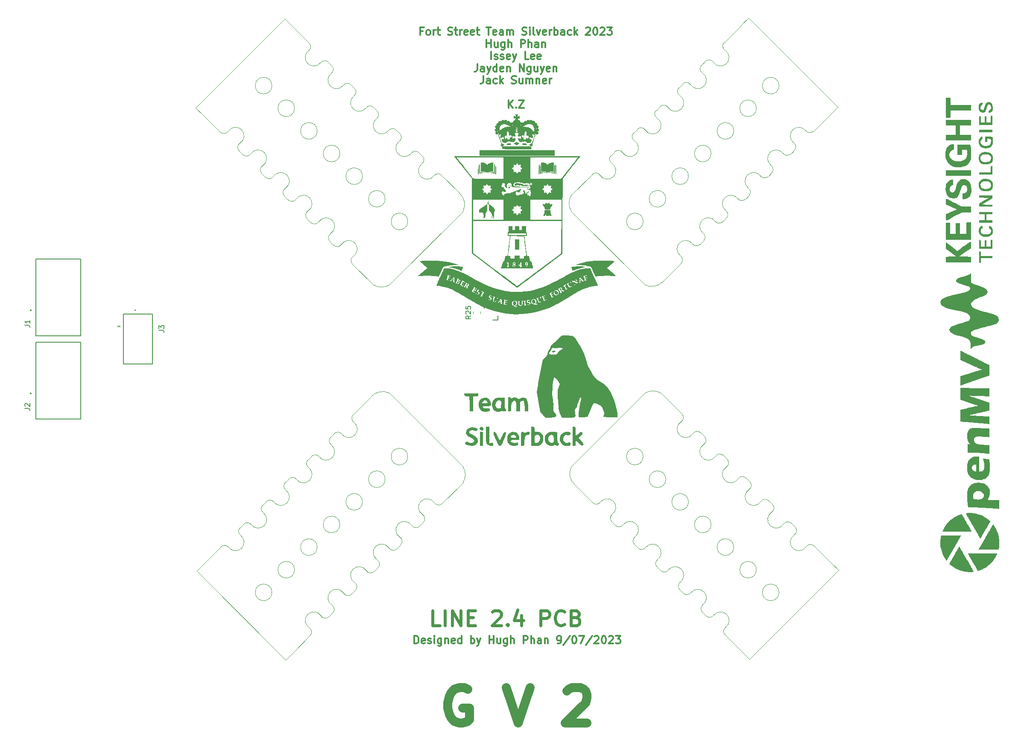
<source format=gbr>
%TF.GenerationSoftware,KiCad,Pcbnew,(6.0.9)*%
%TF.CreationDate,2023-07-09T09:41:20+10:00*%
%TF.ProjectId,Line 2.4,4c696e65-2032-42e3-942e-6b696361645f,rev?*%
%TF.SameCoordinates,Original*%
%TF.FileFunction,Legend,Top*%
%TF.FilePolarity,Positive*%
%FSLAX46Y46*%
G04 Gerber Fmt 4.6, Leading zero omitted, Abs format (unit mm)*
G04 Created by KiCad (PCBNEW (6.0.9)) date 2023-07-09 09:41:20*
%MOMM*%
%LPD*%
G01*
G04 APERTURE LIST*
%ADD10C,0.100000*%
%ADD11C,0.075000*%
%ADD12C,0.300000*%
%ADD13C,1.750000*%
%ADD14C,0.600000*%
%ADD15C,0.150000*%
%ADD16C,0.120000*%
%ADD17C,0.127000*%
%ADD18C,0.200000*%
G04 APERTURE END LIST*
D10*
X303951354Y-175890930D02*
G75*
G03*
X306295375Y-178234937I904846J-1439170D01*
G01*
X297240066Y-113635754D02*
G75*
G03*
X298749627Y-113746098I802434J596754D01*
G01*
X212621283Y-118410323D02*
G75*
G03*
X214175010Y-118235447I707117J707123D01*
G01*
X303951312Y-175890863D02*
G75*
G03*
X304126151Y-174337220I-532312J846563D01*
G01*
X216172652Y-196616279D02*
X216939884Y-195849047D01*
X281364246Y-185240066D02*
G75*
G03*
X281253902Y-186749627I596754J-802434D01*
G01*
X203048646Y-107109070D02*
G75*
G03*
X200704625Y-104765063I-904846J1439170D01*
G01*
X278810290Y-152252156D02*
X264252157Y-166810290D01*
X292380993Y-86558559D02*
G75*
G03*
X294725065Y-84214497I1439207J904859D01*
G01*
X234014006Y-104518271D02*
G75*
G03*
X232504463Y-104628638I-707106J-707129D01*
G01*
X305425293Y-191775292D02*
G75*
G03*
X305425293Y-191775292I-1650000J0D01*
G01*
X229643036Y-183145894D02*
X230410268Y-182378662D01*
X312339204Y-182550215D02*
G75*
G03*
X310785503Y-182725065I-707104J-707185D01*
G01*
X238623292Y-174165638D02*
X242747844Y-170041087D01*
X242040737Y-112545012D02*
X238504129Y-109008404D01*
X237069635Y-173990808D02*
G75*
G03*
X238623292Y-174165638I846565J532308D01*
G01*
X207447087Y-77951362D02*
X189769417Y-95629031D01*
X208131196Y-113920154D02*
G75*
G03*
X209684882Y-113745319I707104J707154D01*
G01*
X285990808Y-157930365D02*
G75*
G03*
X286165638Y-156376708I-532308J846565D01*
G01*
X218740127Y-160384037D02*
G75*
G03*
X217230629Y-160273646I-802427J-596763D01*
G01*
X272866836Y-104344234D02*
X272099604Y-105111466D01*
X220834362Y-126623292D02*
X224958913Y-130747844D01*
X207629031Y-205230583D02*
X209043245Y-203816369D01*
X230236226Y-100740501D02*
X229523873Y-100028148D01*
X230125863Y-102250037D02*
G75*
G03*
X232504463Y-104628638I1014437J-1364163D01*
G01*
X212740501Y-164763774D02*
X212028148Y-165476127D01*
X277356964Y-99854106D02*
X276589732Y-100621338D01*
X237069669Y-173990786D02*
G75*
G03*
X234725575Y-176334862I-1439169J-904914D01*
G01*
X308616279Y-178827348D02*
X307849047Y-178060116D01*
X222835220Y-109185220D02*
G75*
G03*
X222835220Y-109185220I-1650000J0D01*
G01*
X290344539Y-194220371D02*
G75*
G03*
X290234158Y-195729883I596761J-802429D01*
G01*
X231815476Y-118165476D02*
G75*
G03*
X231815476Y-118165476I-1650000J0D01*
G01*
X228189710Y-130747844D02*
X242747843Y-116189710D01*
X221008427Y-156495894D02*
G75*
G03*
X221118766Y-158005409I707073J-707106D01*
G01*
X191183631Y-97043245D02*
X191218973Y-97007903D01*
X204874707Y-91224708D02*
G75*
G03*
X204874707Y-91224708I-1650000J0D01*
G01*
X220662780Y-192126151D02*
X221430012Y-191358918D01*
X277476086Y-182971893D02*
G75*
G03*
X278985665Y-182861490I707114J707093D01*
G01*
X221145566Y-93269725D02*
G75*
G03*
X221255970Y-91760245I-596766J802425D01*
G01*
X268376708Y-108834362D02*
X264252156Y-112958913D01*
X225033706Y-95538058D02*
G75*
G03*
X223524207Y-95648382I-707106J-707042D01*
G01*
X305425292Y-91224707D02*
G75*
G03*
X305425292Y-91224707I-1650000J0D01*
G01*
X264252145Y-112958906D02*
G75*
G03*
X264252156Y-116189710I2604355J-1615394D01*
G01*
X285991573Y-126504106D02*
G75*
G03*
X285881234Y-124994591I-707073J707106D01*
G01*
X290060157Y-87150994D02*
G75*
G03*
X290234937Y-88704625I707043J-707106D01*
G01*
X278910689Y-100028893D02*
G75*
G03*
X281254681Y-97684882I1439111J904893D01*
G01*
X216765842Y-87270117D02*
X216053488Y-86557763D01*
X212449785Y-200339204D02*
G75*
G03*
X212274935Y-198785503I-707185J707104D01*
G01*
X216655461Y-88779629D02*
G75*
G03*
X216765842Y-87270117I-596761J802429D01*
G01*
X189769417Y-95629031D02*
X191183631Y-97043245D01*
X287464780Y-109185220D02*
G75*
G03*
X287464780Y-109185220I-1650000J0D01*
G01*
X224958913Y-130747844D02*
G75*
G03*
X228189710Y-130747844I1615399J2604335D01*
G01*
X221255970Y-91760245D02*
X220543616Y-91047892D01*
X231815476Y-164834524D02*
G75*
G03*
X231815476Y-164834524I-1650000J0D01*
G01*
X304126151Y-174337220D02*
X303358918Y-173569988D01*
X286165638Y-156376708D02*
X282041087Y-152252156D01*
X216939843Y-195849006D02*
G75*
G03*
X216765063Y-194295375I-707043J707106D01*
G01*
X230410323Y-182378717D02*
G75*
G03*
X230235447Y-180824990I-707123J707117D01*
G01*
X300935165Y-187285164D02*
G75*
G03*
X300935165Y-187285164I-1650000J0D01*
G01*
X264252130Y-166810276D02*
G75*
G03*
X264959263Y-170454988I2654570J-1375924D01*
G01*
X299552913Y-205048638D02*
X317230583Y-187370969D01*
X282974652Y-113675348D02*
G75*
G03*
X282974652Y-113675348I-1650000J0D01*
G01*
X294259499Y-118236226D02*
X294971852Y-117523873D01*
X301730275Y-109145566D02*
G75*
G03*
X303239755Y-109255970I802425J596766D01*
G01*
X272383972Y-176259786D02*
G75*
G03*
X270005409Y-173881234I-1014472J1364086D01*
G01*
X217111494Y-122900368D02*
G75*
G03*
X218665138Y-122725575I707106J707068D01*
G01*
X216344234Y-122133164D02*
X217111466Y-122900396D01*
X225920154Y-186868804D02*
G75*
G03*
X225745319Y-185315118I-707154J707104D01*
G01*
X303239755Y-109255970D02*
X303952108Y-108543616D01*
X191218973Y-97007903D02*
X194660825Y-100449756D01*
X300935164Y-95714835D02*
G75*
G03*
X300935164Y-95714835I-1650000J0D01*
G01*
X278810276Y-130747870D02*
G75*
G03*
X282454988Y-130040737I1375924J2654570D01*
G01*
X290480906Y-162420445D02*
G75*
G03*
X290655766Y-160866836I-532206J846545D01*
G01*
X287890930Y-91048646D02*
G75*
G03*
X290234937Y-88704625I1439170J904846D01*
G01*
X269930365Y-109009192D02*
G75*
G03*
X268376708Y-108834362I-846565J-532308D01*
G01*
X299461204Y-171400767D02*
G75*
G03*
X299636022Y-169847092I-532304J846567D01*
G01*
X307849006Y-178060157D02*
G75*
G03*
X306295375Y-178234937I-707106J-707043D01*
G01*
X294834644Y-198710467D02*
G75*
G03*
X294724286Y-200220011I596756J-802433D01*
G01*
X274420510Y-104519054D02*
G75*
G03*
X276764553Y-102175010I1439190J904854D01*
G01*
X278484524Y-164834524D02*
G75*
G03*
X278484524Y-164834524I-1650000J0D01*
G01*
X222835220Y-173814780D02*
G75*
G03*
X222835220Y-173814780I-1650000J0D01*
G01*
X272099632Y-105111494D02*
G75*
G03*
X272274425Y-106665138I707068J-707106D01*
G01*
X225152908Y-187636022D02*
X225920140Y-186868790D01*
X281966294Y-187461942D02*
G75*
G03*
X283475793Y-187351618I707106J707042D01*
G01*
X299370969Y-77769417D02*
X297956755Y-79183631D01*
X303952098Y-108543606D02*
G75*
G03*
X303841746Y-107034079I-707098J707106D01*
G01*
X310710467Y-100165356D02*
G75*
G03*
X312220011Y-100275714I802433J596756D01*
G01*
X217230629Y-160273646D02*
X216518276Y-160985999D01*
X216519094Y-120579555D02*
G75*
G03*
X216344234Y-122133164I532206J-846545D01*
G01*
X211854106Y-117643036D02*
X212621338Y-118410268D01*
X269930331Y-109009214D02*
G75*
G03*
X272274425Y-106665138I1439169J904914D01*
G01*
X290946495Y-196442254D02*
G75*
G03*
X292456049Y-196331874I707105J707154D01*
G01*
X308442254Y-104053505D02*
G75*
G03*
X308331874Y-102543951I-707154J707105D01*
G01*
X221430000Y-191358906D02*
G75*
G03*
X221255191Y-189805246I-707100J707106D01*
G01*
X209759859Y-169364302D02*
G75*
G03*
X212138510Y-166985665I1364141J1014502D01*
G01*
X315816369Y-185956755D02*
X315781027Y-185992097D01*
X276874141Y-180749969D02*
G75*
G03*
X276763774Y-182259499I596759J-802431D01*
G01*
X283400767Y-95538796D02*
G75*
G03*
X281847092Y-95363978I-846567J-532304D01*
G01*
X232579490Y-178480946D02*
G75*
G03*
X230235447Y-180824990I-1439190J-904854D01*
G01*
X285744030Y-191239755D02*
X286456384Y-191952108D01*
X221009214Y-125069669D02*
G75*
G03*
X218665138Y-122725575I-904914J1439169D01*
G01*
X225635754Y-97759934D02*
G75*
G03*
X225746098Y-96250373I-596754J802434D01*
G01*
X297240141Y-113635698D02*
G75*
G03*
X294861490Y-116014335I-1364141J-1014502D01*
G01*
X212028893Y-116089311D02*
G75*
G03*
X209684882Y-113745319I-904893J1439111D01*
G01*
X228189724Y-152252130D02*
G75*
G03*
X224545012Y-152959263I-1375924J-2654570D01*
G01*
X298749627Y-113746098D02*
X299461980Y-113033744D01*
X292381075Y-86558508D02*
G75*
G03*
X290827348Y-86383721I-846575J-532292D01*
G01*
X212165356Y-84289533D02*
G75*
G03*
X212275714Y-82779989I-596756J802433D01*
G01*
X207538796Y-111599233D02*
G75*
G03*
X207363978Y-113152908I532304J-846567D01*
G01*
X225746098Y-96250373D02*
X225033744Y-95538020D01*
X212165370Y-84289552D02*
G75*
G03*
X214543951Y-86668126I1014430J-1364148D01*
G01*
X198557746Y-178946495D02*
G75*
G03*
X198668126Y-180456049I707154J-707105D01*
G01*
X203047902Y-174456394D02*
G75*
G03*
X203158254Y-175965921I707098J-707106D01*
G01*
X282454988Y-130040737D02*
X285991596Y-126504129D01*
X209364835Y-95714836D02*
G75*
G03*
X209364835Y-95714836I-1650000J0D01*
G01*
X194779989Y-182724286D02*
X189951362Y-187552913D01*
X202873849Y-108662780D02*
X203641082Y-109430012D01*
X297992097Y-79218973D02*
X294550244Y-82660825D01*
X200779617Y-178344549D02*
G75*
G03*
X203158254Y-175965921I1364183J1014449D01*
G01*
X216519054Y-120579490D02*
G75*
G03*
X214175010Y-118235447I-904854J1439190D01*
G01*
X199270117Y-178234158D02*
X198557763Y-178946512D01*
X295145894Y-165356964D02*
X294378662Y-164589732D01*
X214250031Y-164874141D02*
G75*
G03*
X212740501Y-164763774I-802431J-596759D01*
G01*
X208250373Y-169253902D02*
X207538020Y-169966256D01*
X287890863Y-91048688D02*
G75*
G03*
X286337220Y-90873849I-846563J-532312D01*
G01*
X203760245Y-173744030D02*
X203047892Y-174456384D01*
X234900368Y-177888506D02*
G75*
G03*
X234725575Y-176334862I-707068J707106D01*
G01*
X229523914Y-100028107D02*
G75*
G03*
X228014335Y-100138510I-707114J-707093D01*
G01*
X264252156Y-116189710D02*
X278810290Y-130747843D01*
X212275714Y-82779989D02*
X207447087Y-77951362D01*
X307729883Y-104765842D02*
X308442237Y-104053488D01*
X218740214Y-160383972D02*
G75*
G03*
X221118766Y-158005409I1364086J1014472D01*
G01*
X276589677Y-100621283D02*
G75*
G03*
X276764553Y-102175010I707123J-707117D01*
G01*
X310710448Y-100165370D02*
G75*
G03*
X308331874Y-102543951I-1364148J-1014430D01*
G01*
X199150994Y-104939843D02*
G75*
G03*
X200704625Y-104765063I707106J707043D01*
G01*
X264959263Y-170454988D02*
X268495871Y-173991596D01*
X296445036Y-182795036D02*
G75*
G03*
X296445036Y-182795036I-1650000J0D01*
G01*
X281079846Y-96131196D02*
G75*
G03*
X281254681Y-97684882I707154J-707104D01*
G01*
X294378717Y-164589677D02*
G75*
G03*
X292824990Y-164764553I-707117J-707123D01*
G01*
X298868804Y-169079846D02*
G75*
G03*
X297315118Y-169254681I-707104J-707154D01*
G01*
X292749969Y-118125859D02*
G75*
G03*
X294259499Y-118236226I802431J596759D01*
G01*
X196289552Y-182834630D02*
G75*
G03*
X198668126Y-180456049I1364148J1014430D01*
G01*
X282041087Y-152252156D02*
G75*
G03*
X278810290Y-152252156I-1615398J-2604335D01*
G01*
X276763774Y-182259499D02*
X277476127Y-182971852D01*
X294971893Y-117523914D02*
G75*
G03*
X294861490Y-116014335I-707093J707114D01*
G01*
X299461195Y-171400752D02*
G75*
G03*
X301805246Y-173744809I904905J-1439148D01*
G01*
X290234158Y-195729883D02*
X290946512Y-196442237D01*
X292749963Y-118125863D02*
G75*
G03*
X290371362Y-120504463I-1364163J-1014437D01*
G01*
X219109070Y-191951354D02*
G75*
G03*
X216765063Y-194295375I-1439170J-904846D01*
G01*
X223599233Y-187461204D02*
G75*
G03*
X225152908Y-187636022I846567J532304D01*
G01*
X308441492Y-180381075D02*
G75*
G03*
X308616279Y-178827348I-532292J846575D01*
G01*
X196289533Y-182834644D02*
G75*
G03*
X194779989Y-182724286I-802433J-596756D01*
G01*
X272985994Y-178481729D02*
G75*
G03*
X274495537Y-178371362I707106J707129D01*
G01*
X288259873Y-122615963D02*
G75*
G03*
X289769371Y-122726354I802427J596763D01*
G01*
X294834630Y-198710448D02*
G75*
G03*
X292456049Y-196331874I-1014430J1364148D01*
G01*
X207538805Y-111599248D02*
G75*
G03*
X205194754Y-109255191I-904905J1439148D01*
G01*
X232579555Y-178480906D02*
G75*
G03*
X234133164Y-178655766I846545J532206D01*
G01*
X286456394Y-191952098D02*
G75*
G03*
X287965921Y-191841746I707106J707098D01*
G01*
X219109137Y-191951312D02*
G75*
G03*
X220662780Y-192126151I846563J532312D01*
G01*
X301730206Y-109145617D02*
G75*
G03*
X299351618Y-111524207I-1364106J-1014483D01*
G01*
X212028903Y-116089328D02*
G75*
G03*
X211854106Y-117643036I532297J-846572D01*
G01*
X198558559Y-102619007D02*
G75*
G03*
X196214497Y-100274935I-904859J1439207D01*
G01*
X294971107Y-166910689D02*
G75*
G03*
X297315118Y-169254681I904893J-1439111D01*
G01*
X294724286Y-200220011D02*
X299552913Y-205048638D01*
X207538058Y-169966294D02*
G75*
G03*
X207648382Y-171475793I707042J-707106D01*
G01*
X272384037Y-176259873D02*
G75*
G03*
X272273646Y-177769371I596763J-802427D01*
G01*
X216655451Y-88779617D02*
G75*
G03*
X219034079Y-91158254I1014449J-1364183D01*
G01*
X288259786Y-122616028D02*
G75*
G03*
X285881234Y-124994591I-1364086J-1014472D01*
G01*
X234133164Y-178655766D02*
X234900396Y-177888534D01*
X303358906Y-173570000D02*
G75*
G03*
X301805246Y-173744809I-707106J-707100D01*
G01*
X242747855Y-170041094D02*
G75*
G03*
X242747844Y-166810290I-2604355J1615394D01*
G01*
X297956755Y-79183631D02*
X297992097Y-79218973D01*
X306220371Y-104655461D02*
G75*
G03*
X307729883Y-104765842I802429J596761D01*
G01*
X296445036Y-100204964D02*
G75*
G03*
X296445036Y-100204964I-1650000J0D01*
G01*
X272273646Y-177769371D02*
X272985999Y-178481724D01*
X198383721Y-104172652D02*
X199150953Y-104939884D01*
X209364836Y-187285165D02*
G75*
G03*
X209364836Y-187285165I-1650000J0D01*
G01*
X234615963Y-106740127D02*
G75*
G03*
X234726354Y-105230629I-596763J802427D01*
G01*
X294550215Y-82660796D02*
G75*
G03*
X294725065Y-84214497I707185J-707104D01*
G01*
X315781027Y-185992097D02*
X312339175Y-182550244D01*
X274420445Y-104519094D02*
G75*
G03*
X272866836Y-104344234I-846545J-532206D01*
G01*
X291954908Y-178304908D02*
G75*
G03*
X291954908Y-178304908I-1650000J0D01*
G01*
X207363978Y-113152908D02*
X208131210Y-113920140D01*
X285854383Y-189730206D02*
G75*
G03*
X283475793Y-187351618I-1014483J1364106D01*
G01*
X290827348Y-86383721D02*
X290060116Y-87150953D01*
X306220383Y-104655451D02*
G75*
G03*
X303841746Y-107034079I-1364183J-1014449D01*
G01*
X228089311Y-182971107D02*
G75*
G03*
X225745319Y-185315118I-1439111J-904893D01*
G01*
X228089328Y-182971097D02*
G75*
G03*
X229643036Y-183145894I846572J532297D01*
G01*
X214250037Y-164874137D02*
G75*
G03*
X216628638Y-162495537I1364163J1014437D01*
G01*
X317048638Y-95447087D02*
X299370969Y-77769417D01*
X238504106Y-109008427D02*
G75*
G03*
X236994591Y-109118766I-707106J-707073D01*
G01*
X289888506Y-160099632D02*
G75*
G03*
X288334862Y-160274425I-707106J-707068D01*
G01*
X203641094Y-109430000D02*
G75*
G03*
X205194754Y-109255191I707106J707100D01*
G01*
X203048688Y-107109137D02*
G75*
G03*
X202873849Y-108662780I532312J-846563D01*
G01*
X200779629Y-178344539D02*
G75*
G03*
X199270117Y-178234158I-802429J-596761D01*
G01*
X287464780Y-173814780D02*
G75*
G03*
X287464780Y-173814780I-1650000J0D01*
G01*
X234726354Y-105230629D02*
X234014001Y-104518276D01*
X221009192Y-125069635D02*
G75*
G03*
X220834362Y-126623292I532308J-846565D01*
G01*
X283400752Y-95538805D02*
G75*
G03*
X285744809Y-93194754I1439148J904905D01*
G01*
X225635698Y-97759859D02*
G75*
G03*
X228014335Y-100138510I1014502J-1364141D01*
G01*
X308441441Y-180380993D02*
G75*
G03*
X310785503Y-182725065I904859J-1439207D01*
G01*
X290344549Y-194220383D02*
G75*
G03*
X287965921Y-191841746I-1014449J1364183D01*
G01*
X198558508Y-102618925D02*
G75*
G03*
X198383721Y-104172652I532292J-846575D01*
G01*
X299461942Y-113033706D02*
G75*
G03*
X299351618Y-111524207I-707042J707106D01*
G01*
X281847092Y-95363978D02*
X281079860Y-96131210D01*
X285854434Y-189730275D02*
G75*
G03*
X285744030Y-191239755I596766J-802425D01*
G01*
X285990786Y-157930331D02*
G75*
G03*
X288334862Y-160274425I904914J-1439169D01*
G01*
X285570000Y-91641094D02*
G75*
G03*
X285744809Y-93194754I707100J-707106D01*
G01*
X224545012Y-152959263D02*
X221008404Y-156495871D01*
X205269794Y-173854383D02*
G75*
G03*
X207648382Y-171475793I1364106J1014483D01*
G01*
X286337220Y-90873849D02*
X285569988Y-91641082D01*
X234616028Y-106740214D02*
G75*
G03*
X236994591Y-109118766I1014472J-1364086D01*
G01*
X281253902Y-186749627D02*
X281966256Y-187461980D01*
X213854964Y-100204964D02*
G75*
G03*
X213854964Y-100204964I-1650000J0D01*
G01*
X290481729Y-122014006D02*
G75*
G03*
X290371362Y-120504463I-707129J707106D01*
G01*
X227325348Y-113675348D02*
G75*
G03*
X227325348Y-113675348I-1650000J0D01*
G01*
X209043245Y-203816369D02*
X209007903Y-203781027D01*
X223599248Y-187461195D02*
G75*
G03*
X221255191Y-189805246I-1439148J-904905D01*
G01*
X290655766Y-160866836D02*
X289888534Y-160099604D01*
X299636022Y-169847092D02*
X298868790Y-169079860D01*
X204874708Y-191775293D02*
G75*
G03*
X204874708Y-191775293I-1650000J0D01*
G01*
X218345092Y-104695092D02*
G75*
G03*
X218345092Y-104695092I-1650000J0D01*
G01*
X281364302Y-185240141D02*
G75*
G03*
X278985665Y-182861490I-1014502J1364141D01*
G01*
X230125859Y-102250031D02*
G75*
G03*
X230236226Y-100740501I-596759J802431D01*
G01*
X209007903Y-203781027D02*
X212449756Y-200339175D01*
X194660796Y-100449785D02*
G75*
G03*
X196214497Y-100274935I707104J707185D01*
G01*
X212028107Y-165476086D02*
G75*
G03*
X212138510Y-166985665I707093J-707114D01*
G01*
X189951362Y-187552913D02*
X207629031Y-205230583D01*
X294971097Y-166910672D02*
G75*
G03*
X295145894Y-165356964I-532297J846572D01*
G01*
X289769371Y-122726354D02*
X290481724Y-122014001D01*
X214619007Y-196441441D02*
G75*
G03*
X212274935Y-198785503I-1439207J-904859D01*
G01*
X317230583Y-187370969D02*
X315816369Y-185956755D01*
X214618925Y-196441492D02*
G75*
G03*
X216172652Y-196616279I846575J532292D01*
G01*
X242747870Y-116189724D02*
G75*
G03*
X242040737Y-112545012I-2654570J1375924D01*
G01*
X290480946Y-162420510D02*
G75*
G03*
X292824990Y-164764553I904854J-1439190D01*
G01*
X216518271Y-160985994D02*
G75*
G03*
X216628638Y-162495537I707129J-707106D01*
G01*
X213854964Y-182795036D02*
G75*
G03*
X213854964Y-182795036I-1650000J0D01*
G01*
X312220011Y-100275714D02*
X317048638Y-95447087D01*
X276874137Y-180749963D02*
G75*
G03*
X274495537Y-178371362I-1014437J1364163D01*
G01*
X242747844Y-166810290D02*
X228189710Y-152252157D01*
X216053505Y-86557746D02*
G75*
G03*
X214543951Y-86668126I-707105J-707154D01*
G01*
X227325348Y-169324652D02*
G75*
G03*
X227325348Y-169324652I-1650000J0D01*
G01*
X278484524Y-118165476D02*
G75*
G03*
X278484524Y-118165476I-1650000J0D01*
G01*
X268495894Y-173991573D02*
G75*
G03*
X270005409Y-173881234I707106J707073D01*
G01*
X220543606Y-91047902D02*
G75*
G03*
X219034079Y-91158254I-707106J-707098D01*
G01*
X282974652Y-169324652D02*
G75*
G03*
X282974652Y-169324652I-1650000J0D01*
G01*
X218345092Y-178304908D02*
G75*
G03*
X218345092Y-178304908I-1650000J0D01*
G01*
X209759934Y-169364246D02*
G75*
G03*
X208250373Y-169253902I-802434J-596754D01*
G01*
X205269725Y-173854434D02*
G75*
G03*
X203760245Y-173744030I-802425J-596766D01*
G01*
X221145617Y-93269794D02*
G75*
G03*
X223524207Y-95648382I1014483J-1364106D01*
G01*
X278910672Y-100028903D02*
G75*
G03*
X277356964Y-99854106I-846572J-532297D01*
G01*
X291954908Y-104695092D02*
G75*
G03*
X291954908Y-104695092I-1650000J0D01*
G01*
D11*
X174226190Y-139126666D02*
X174726190Y-138793333D01*
X174226190Y-138793333D02*
X174726190Y-139126666D01*
D12*
X234785714Y-80397857D02*
X234285714Y-80397857D01*
X234285714Y-81183571D02*
X234285714Y-79683571D01*
X235000000Y-79683571D01*
X235785714Y-81183571D02*
X235642857Y-81112142D01*
X235571428Y-81040714D01*
X235500000Y-80897857D01*
X235500000Y-80469285D01*
X235571428Y-80326428D01*
X235642857Y-80255000D01*
X235785714Y-80183571D01*
X236000000Y-80183571D01*
X236142857Y-80255000D01*
X236214285Y-80326428D01*
X236285714Y-80469285D01*
X236285714Y-80897857D01*
X236214285Y-81040714D01*
X236142857Y-81112142D01*
X236000000Y-81183571D01*
X235785714Y-81183571D01*
X236928571Y-81183571D02*
X236928571Y-80183571D01*
X236928571Y-80469285D02*
X237000000Y-80326428D01*
X237071428Y-80255000D01*
X237214285Y-80183571D01*
X237357142Y-80183571D01*
X237642857Y-80183571D02*
X238214285Y-80183571D01*
X237857142Y-79683571D02*
X237857142Y-80969285D01*
X237928571Y-81112142D01*
X238071428Y-81183571D01*
X238214285Y-81183571D01*
X239785714Y-81112142D02*
X240000000Y-81183571D01*
X240357142Y-81183571D01*
X240500000Y-81112142D01*
X240571428Y-81040714D01*
X240642857Y-80897857D01*
X240642857Y-80755000D01*
X240571428Y-80612142D01*
X240500000Y-80540714D01*
X240357142Y-80469285D01*
X240071428Y-80397857D01*
X239928571Y-80326428D01*
X239857142Y-80255000D01*
X239785714Y-80112142D01*
X239785714Y-79969285D01*
X239857142Y-79826428D01*
X239928571Y-79755000D01*
X240071428Y-79683571D01*
X240428571Y-79683571D01*
X240642857Y-79755000D01*
X241071428Y-80183571D02*
X241642857Y-80183571D01*
X241285714Y-79683571D02*
X241285714Y-80969285D01*
X241357142Y-81112142D01*
X241500000Y-81183571D01*
X241642857Y-81183571D01*
X242142857Y-81183571D02*
X242142857Y-80183571D01*
X242142857Y-80469285D02*
X242214285Y-80326428D01*
X242285714Y-80255000D01*
X242428571Y-80183571D01*
X242571428Y-80183571D01*
X243642857Y-81112142D02*
X243500000Y-81183571D01*
X243214285Y-81183571D01*
X243071428Y-81112142D01*
X243000000Y-80969285D01*
X243000000Y-80397857D01*
X243071428Y-80255000D01*
X243214285Y-80183571D01*
X243500000Y-80183571D01*
X243642857Y-80255000D01*
X243714285Y-80397857D01*
X243714285Y-80540714D01*
X243000000Y-80683571D01*
X244928571Y-81112142D02*
X244785714Y-81183571D01*
X244500000Y-81183571D01*
X244357142Y-81112142D01*
X244285714Y-80969285D01*
X244285714Y-80397857D01*
X244357142Y-80255000D01*
X244500000Y-80183571D01*
X244785714Y-80183571D01*
X244928571Y-80255000D01*
X245000000Y-80397857D01*
X245000000Y-80540714D01*
X244285714Y-80683571D01*
X245428571Y-80183571D02*
X246000000Y-80183571D01*
X245642857Y-79683571D02*
X245642857Y-80969285D01*
X245714285Y-81112142D01*
X245857142Y-81183571D01*
X246000000Y-81183571D01*
X247428571Y-79683571D02*
X248285714Y-79683571D01*
X247857142Y-81183571D02*
X247857142Y-79683571D01*
X249357142Y-81112142D02*
X249214285Y-81183571D01*
X248928571Y-81183571D01*
X248785714Y-81112142D01*
X248714285Y-80969285D01*
X248714285Y-80397857D01*
X248785714Y-80255000D01*
X248928571Y-80183571D01*
X249214285Y-80183571D01*
X249357142Y-80255000D01*
X249428571Y-80397857D01*
X249428571Y-80540714D01*
X248714285Y-80683571D01*
X250714285Y-81183571D02*
X250714285Y-80397857D01*
X250642857Y-80255000D01*
X250500000Y-80183571D01*
X250214285Y-80183571D01*
X250071428Y-80255000D01*
X250714285Y-81112142D02*
X250571428Y-81183571D01*
X250214285Y-81183571D01*
X250071428Y-81112142D01*
X250000000Y-80969285D01*
X250000000Y-80826428D01*
X250071428Y-80683571D01*
X250214285Y-80612142D01*
X250571428Y-80612142D01*
X250714285Y-80540714D01*
X251428571Y-81183571D02*
X251428571Y-80183571D01*
X251428571Y-80326428D02*
X251500000Y-80255000D01*
X251642857Y-80183571D01*
X251857142Y-80183571D01*
X252000000Y-80255000D01*
X252071428Y-80397857D01*
X252071428Y-81183571D01*
X252071428Y-80397857D02*
X252142857Y-80255000D01*
X252285714Y-80183571D01*
X252500000Y-80183571D01*
X252642857Y-80255000D01*
X252714285Y-80397857D01*
X252714285Y-81183571D01*
X254500000Y-81112142D02*
X254714285Y-81183571D01*
X255071428Y-81183571D01*
X255214285Y-81112142D01*
X255285714Y-81040714D01*
X255357142Y-80897857D01*
X255357142Y-80755000D01*
X255285714Y-80612142D01*
X255214285Y-80540714D01*
X255071428Y-80469285D01*
X254785714Y-80397857D01*
X254642857Y-80326428D01*
X254571428Y-80255000D01*
X254500000Y-80112142D01*
X254500000Y-79969285D01*
X254571428Y-79826428D01*
X254642857Y-79755000D01*
X254785714Y-79683571D01*
X255142857Y-79683571D01*
X255357142Y-79755000D01*
X256000000Y-81183571D02*
X256000000Y-80183571D01*
X256000000Y-79683571D02*
X255928571Y-79755000D01*
X256000000Y-79826428D01*
X256071428Y-79755000D01*
X256000000Y-79683571D01*
X256000000Y-79826428D01*
X256928571Y-81183571D02*
X256785714Y-81112142D01*
X256714285Y-80969285D01*
X256714285Y-79683571D01*
X257357142Y-80183571D02*
X257714285Y-81183571D01*
X258071428Y-80183571D01*
X259214285Y-81112142D02*
X259071428Y-81183571D01*
X258785714Y-81183571D01*
X258642857Y-81112142D01*
X258571428Y-80969285D01*
X258571428Y-80397857D01*
X258642857Y-80255000D01*
X258785714Y-80183571D01*
X259071428Y-80183571D01*
X259214285Y-80255000D01*
X259285714Y-80397857D01*
X259285714Y-80540714D01*
X258571428Y-80683571D01*
X259928571Y-81183571D02*
X259928571Y-80183571D01*
X259928571Y-80469285D02*
X260000000Y-80326428D01*
X260071428Y-80255000D01*
X260214285Y-80183571D01*
X260357142Y-80183571D01*
X260857142Y-81183571D02*
X260857142Y-79683571D01*
X260857142Y-80255000D02*
X261000000Y-80183571D01*
X261285714Y-80183571D01*
X261428571Y-80255000D01*
X261500000Y-80326428D01*
X261571428Y-80469285D01*
X261571428Y-80897857D01*
X261500000Y-81040714D01*
X261428571Y-81112142D01*
X261285714Y-81183571D01*
X261000000Y-81183571D01*
X260857142Y-81112142D01*
X262857142Y-81183571D02*
X262857142Y-80397857D01*
X262785714Y-80255000D01*
X262642857Y-80183571D01*
X262357142Y-80183571D01*
X262214285Y-80255000D01*
X262857142Y-81112142D02*
X262714285Y-81183571D01*
X262357142Y-81183571D01*
X262214285Y-81112142D01*
X262142857Y-80969285D01*
X262142857Y-80826428D01*
X262214285Y-80683571D01*
X262357142Y-80612142D01*
X262714285Y-80612142D01*
X262857142Y-80540714D01*
X264214285Y-81112142D02*
X264071428Y-81183571D01*
X263785714Y-81183571D01*
X263642857Y-81112142D01*
X263571428Y-81040714D01*
X263500000Y-80897857D01*
X263500000Y-80469285D01*
X263571428Y-80326428D01*
X263642857Y-80255000D01*
X263785714Y-80183571D01*
X264071428Y-80183571D01*
X264214285Y-80255000D01*
X264857142Y-81183571D02*
X264857142Y-79683571D01*
X265000000Y-80612142D02*
X265428571Y-81183571D01*
X265428571Y-80183571D02*
X264857142Y-80755000D01*
X267142857Y-79826428D02*
X267214285Y-79755000D01*
X267357142Y-79683571D01*
X267714285Y-79683571D01*
X267857142Y-79755000D01*
X267928571Y-79826428D01*
X268000000Y-79969285D01*
X268000000Y-80112142D01*
X267928571Y-80326428D01*
X267071428Y-81183571D01*
X268000000Y-81183571D01*
X268928571Y-79683571D02*
X269071428Y-79683571D01*
X269214285Y-79755000D01*
X269285714Y-79826428D01*
X269357142Y-79969285D01*
X269428571Y-80255000D01*
X269428571Y-80612142D01*
X269357142Y-80897857D01*
X269285714Y-81040714D01*
X269214285Y-81112142D01*
X269071428Y-81183571D01*
X268928571Y-81183571D01*
X268785714Y-81112142D01*
X268714285Y-81040714D01*
X268642857Y-80897857D01*
X268571428Y-80612142D01*
X268571428Y-80255000D01*
X268642857Y-79969285D01*
X268714285Y-79826428D01*
X268785714Y-79755000D01*
X268928571Y-79683571D01*
X270000000Y-79826428D02*
X270071428Y-79755000D01*
X270214285Y-79683571D01*
X270571428Y-79683571D01*
X270714285Y-79755000D01*
X270785714Y-79826428D01*
X270857142Y-79969285D01*
X270857142Y-80112142D01*
X270785714Y-80326428D01*
X269928571Y-81183571D01*
X270857142Y-81183571D01*
X271357142Y-79683571D02*
X272285714Y-79683571D01*
X271785714Y-80255000D01*
X272000000Y-80255000D01*
X272142857Y-80326428D01*
X272214285Y-80397857D01*
X272285714Y-80540714D01*
X272285714Y-80897857D01*
X272214285Y-81040714D01*
X272142857Y-81112142D01*
X272000000Y-81183571D01*
X271571428Y-81183571D01*
X271428571Y-81112142D01*
X271357142Y-81040714D01*
X247428571Y-83598571D02*
X247428571Y-82098571D01*
X247428571Y-82812857D02*
X248285714Y-82812857D01*
X248285714Y-83598571D02*
X248285714Y-82098571D01*
X249642857Y-82598571D02*
X249642857Y-83598571D01*
X249000000Y-82598571D02*
X249000000Y-83384285D01*
X249071428Y-83527142D01*
X249214285Y-83598571D01*
X249428571Y-83598571D01*
X249571428Y-83527142D01*
X249642857Y-83455714D01*
X251000000Y-82598571D02*
X251000000Y-83812857D01*
X250928571Y-83955714D01*
X250857142Y-84027142D01*
X250714285Y-84098571D01*
X250500000Y-84098571D01*
X250357142Y-84027142D01*
X251000000Y-83527142D02*
X250857142Y-83598571D01*
X250571428Y-83598571D01*
X250428571Y-83527142D01*
X250357142Y-83455714D01*
X250285714Y-83312857D01*
X250285714Y-82884285D01*
X250357142Y-82741428D01*
X250428571Y-82670000D01*
X250571428Y-82598571D01*
X250857142Y-82598571D01*
X251000000Y-82670000D01*
X251714285Y-83598571D02*
X251714285Y-82098571D01*
X252357142Y-83598571D02*
X252357142Y-82812857D01*
X252285714Y-82670000D01*
X252142857Y-82598571D01*
X251928571Y-82598571D01*
X251785714Y-82670000D01*
X251714285Y-82741428D01*
X254214285Y-83598571D02*
X254214285Y-82098571D01*
X254785714Y-82098571D01*
X254928571Y-82170000D01*
X255000000Y-82241428D01*
X255071428Y-82384285D01*
X255071428Y-82598571D01*
X255000000Y-82741428D01*
X254928571Y-82812857D01*
X254785714Y-82884285D01*
X254214285Y-82884285D01*
X255714285Y-83598571D02*
X255714285Y-82098571D01*
X256357142Y-83598571D02*
X256357142Y-82812857D01*
X256285714Y-82670000D01*
X256142857Y-82598571D01*
X255928571Y-82598571D01*
X255785714Y-82670000D01*
X255714285Y-82741428D01*
X257714285Y-83598571D02*
X257714285Y-82812857D01*
X257642857Y-82670000D01*
X257500000Y-82598571D01*
X257214285Y-82598571D01*
X257071428Y-82670000D01*
X257714285Y-83527142D02*
X257571428Y-83598571D01*
X257214285Y-83598571D01*
X257071428Y-83527142D01*
X257000000Y-83384285D01*
X257000000Y-83241428D01*
X257071428Y-83098571D01*
X257214285Y-83027142D01*
X257571428Y-83027142D01*
X257714285Y-82955714D01*
X258428571Y-82598571D02*
X258428571Y-83598571D01*
X258428571Y-82741428D02*
X258500000Y-82670000D01*
X258642857Y-82598571D01*
X258857142Y-82598571D01*
X259000000Y-82670000D01*
X259071428Y-82812857D01*
X259071428Y-83598571D01*
X248357142Y-86013571D02*
X248357142Y-84513571D01*
X249000000Y-85942142D02*
X249142857Y-86013571D01*
X249428571Y-86013571D01*
X249571428Y-85942142D01*
X249642857Y-85799285D01*
X249642857Y-85727857D01*
X249571428Y-85585000D01*
X249428571Y-85513571D01*
X249214285Y-85513571D01*
X249071428Y-85442142D01*
X249000000Y-85299285D01*
X249000000Y-85227857D01*
X249071428Y-85085000D01*
X249214285Y-85013571D01*
X249428571Y-85013571D01*
X249571428Y-85085000D01*
X250214285Y-85942142D02*
X250357142Y-86013571D01*
X250642857Y-86013571D01*
X250785714Y-85942142D01*
X250857142Y-85799285D01*
X250857142Y-85727857D01*
X250785714Y-85585000D01*
X250642857Y-85513571D01*
X250428571Y-85513571D01*
X250285714Y-85442142D01*
X250214285Y-85299285D01*
X250214285Y-85227857D01*
X250285714Y-85085000D01*
X250428571Y-85013571D01*
X250642857Y-85013571D01*
X250785714Y-85085000D01*
X252071428Y-85942142D02*
X251928571Y-86013571D01*
X251642857Y-86013571D01*
X251500000Y-85942142D01*
X251428571Y-85799285D01*
X251428571Y-85227857D01*
X251500000Y-85085000D01*
X251642857Y-85013571D01*
X251928571Y-85013571D01*
X252071428Y-85085000D01*
X252142857Y-85227857D01*
X252142857Y-85370714D01*
X251428571Y-85513571D01*
X252642857Y-85013571D02*
X253000000Y-86013571D01*
X253357142Y-85013571D02*
X253000000Y-86013571D01*
X252857142Y-86370714D01*
X252785714Y-86442142D01*
X252642857Y-86513571D01*
X255785714Y-86013571D02*
X255071428Y-86013571D01*
X255071428Y-84513571D01*
X256857142Y-85942142D02*
X256714285Y-86013571D01*
X256428571Y-86013571D01*
X256285714Y-85942142D01*
X256214285Y-85799285D01*
X256214285Y-85227857D01*
X256285714Y-85085000D01*
X256428571Y-85013571D01*
X256714285Y-85013571D01*
X256857142Y-85085000D01*
X256928571Y-85227857D01*
X256928571Y-85370714D01*
X256214285Y-85513571D01*
X258142857Y-85942142D02*
X258000000Y-86013571D01*
X257714285Y-86013571D01*
X257571428Y-85942142D01*
X257500000Y-85799285D01*
X257500000Y-85227857D01*
X257571428Y-85085000D01*
X257714285Y-85013571D01*
X258000000Y-85013571D01*
X258142857Y-85085000D01*
X258214285Y-85227857D01*
X258214285Y-85370714D01*
X257500000Y-85513571D01*
X245607142Y-86928571D02*
X245607142Y-88000000D01*
X245535714Y-88214285D01*
X245392857Y-88357142D01*
X245178571Y-88428571D01*
X245035714Y-88428571D01*
X246964285Y-88428571D02*
X246964285Y-87642857D01*
X246892857Y-87500000D01*
X246750000Y-87428571D01*
X246464285Y-87428571D01*
X246321428Y-87500000D01*
X246964285Y-88357142D02*
X246821428Y-88428571D01*
X246464285Y-88428571D01*
X246321428Y-88357142D01*
X246250000Y-88214285D01*
X246250000Y-88071428D01*
X246321428Y-87928571D01*
X246464285Y-87857142D01*
X246821428Y-87857142D01*
X246964285Y-87785714D01*
X247535714Y-87428571D02*
X247892857Y-88428571D01*
X248250000Y-87428571D02*
X247892857Y-88428571D01*
X247750000Y-88785714D01*
X247678571Y-88857142D01*
X247535714Y-88928571D01*
X249464285Y-88428571D02*
X249464285Y-86928571D01*
X249464285Y-88357142D02*
X249321428Y-88428571D01*
X249035714Y-88428571D01*
X248892857Y-88357142D01*
X248821428Y-88285714D01*
X248750000Y-88142857D01*
X248750000Y-87714285D01*
X248821428Y-87571428D01*
X248892857Y-87500000D01*
X249035714Y-87428571D01*
X249321428Y-87428571D01*
X249464285Y-87500000D01*
X250750000Y-88357142D02*
X250607142Y-88428571D01*
X250321428Y-88428571D01*
X250178571Y-88357142D01*
X250107142Y-88214285D01*
X250107142Y-87642857D01*
X250178571Y-87500000D01*
X250321428Y-87428571D01*
X250607142Y-87428571D01*
X250750000Y-87500000D01*
X250821428Y-87642857D01*
X250821428Y-87785714D01*
X250107142Y-87928571D01*
X251464285Y-87428571D02*
X251464285Y-88428571D01*
X251464285Y-87571428D02*
X251535714Y-87500000D01*
X251678571Y-87428571D01*
X251892857Y-87428571D01*
X252035714Y-87500000D01*
X252107142Y-87642857D01*
X252107142Y-88428571D01*
X253964285Y-88428571D02*
X253964285Y-86928571D01*
X254821428Y-88428571D01*
X254821428Y-86928571D01*
X256178571Y-87428571D02*
X256178571Y-88642857D01*
X256107142Y-88785714D01*
X256035714Y-88857142D01*
X255892857Y-88928571D01*
X255678571Y-88928571D01*
X255535714Y-88857142D01*
X256178571Y-88357142D02*
X256035714Y-88428571D01*
X255750000Y-88428571D01*
X255607142Y-88357142D01*
X255535714Y-88285714D01*
X255464285Y-88142857D01*
X255464285Y-87714285D01*
X255535714Y-87571428D01*
X255607142Y-87500000D01*
X255750000Y-87428571D01*
X256035714Y-87428571D01*
X256178571Y-87500000D01*
X257535714Y-87428571D02*
X257535714Y-88428571D01*
X256892857Y-87428571D02*
X256892857Y-88214285D01*
X256964285Y-88357142D01*
X257107142Y-88428571D01*
X257321428Y-88428571D01*
X257464285Y-88357142D01*
X257535714Y-88285714D01*
X258107142Y-87428571D02*
X258464285Y-88428571D01*
X258821428Y-87428571D02*
X258464285Y-88428571D01*
X258321428Y-88785714D01*
X258250000Y-88857142D01*
X258107142Y-88928571D01*
X259964285Y-88357142D02*
X259821428Y-88428571D01*
X259535714Y-88428571D01*
X259392857Y-88357142D01*
X259321428Y-88214285D01*
X259321428Y-87642857D01*
X259392857Y-87500000D01*
X259535714Y-87428571D01*
X259821428Y-87428571D01*
X259964285Y-87500000D01*
X260035714Y-87642857D01*
X260035714Y-87785714D01*
X259321428Y-87928571D01*
X260678571Y-87428571D02*
X260678571Y-88428571D01*
X260678571Y-87571428D02*
X260750000Y-87500000D01*
X260892857Y-87428571D01*
X261107142Y-87428571D01*
X261250000Y-87500000D01*
X261321428Y-87642857D01*
X261321428Y-88428571D01*
X246785714Y-89343571D02*
X246785714Y-90415000D01*
X246714285Y-90629285D01*
X246571428Y-90772142D01*
X246357142Y-90843571D01*
X246214285Y-90843571D01*
X248142857Y-90843571D02*
X248142857Y-90057857D01*
X248071428Y-89915000D01*
X247928571Y-89843571D01*
X247642857Y-89843571D01*
X247500000Y-89915000D01*
X248142857Y-90772142D02*
X248000000Y-90843571D01*
X247642857Y-90843571D01*
X247500000Y-90772142D01*
X247428571Y-90629285D01*
X247428571Y-90486428D01*
X247500000Y-90343571D01*
X247642857Y-90272142D01*
X248000000Y-90272142D01*
X248142857Y-90200714D01*
X249500000Y-90772142D02*
X249357142Y-90843571D01*
X249071428Y-90843571D01*
X248928571Y-90772142D01*
X248857142Y-90700714D01*
X248785714Y-90557857D01*
X248785714Y-90129285D01*
X248857142Y-89986428D01*
X248928571Y-89915000D01*
X249071428Y-89843571D01*
X249357142Y-89843571D01*
X249500000Y-89915000D01*
X250142857Y-90843571D02*
X250142857Y-89343571D01*
X250285714Y-90272142D02*
X250714285Y-90843571D01*
X250714285Y-89843571D02*
X250142857Y-90415000D01*
X252428571Y-90772142D02*
X252642857Y-90843571D01*
X253000000Y-90843571D01*
X253142857Y-90772142D01*
X253214285Y-90700714D01*
X253285714Y-90557857D01*
X253285714Y-90415000D01*
X253214285Y-90272142D01*
X253142857Y-90200714D01*
X253000000Y-90129285D01*
X252714285Y-90057857D01*
X252571428Y-89986428D01*
X252500000Y-89915000D01*
X252428571Y-89772142D01*
X252428571Y-89629285D01*
X252500000Y-89486428D01*
X252571428Y-89415000D01*
X252714285Y-89343571D01*
X253071428Y-89343571D01*
X253285714Y-89415000D01*
X254571428Y-89843571D02*
X254571428Y-90843571D01*
X253928571Y-89843571D02*
X253928571Y-90629285D01*
X254000000Y-90772142D01*
X254142857Y-90843571D01*
X254357142Y-90843571D01*
X254500000Y-90772142D01*
X254571428Y-90700714D01*
X255285714Y-90843571D02*
X255285714Y-89843571D01*
X255285714Y-89986428D02*
X255357142Y-89915000D01*
X255500000Y-89843571D01*
X255714285Y-89843571D01*
X255857142Y-89915000D01*
X255928571Y-90057857D01*
X255928571Y-90843571D01*
X255928571Y-90057857D02*
X256000000Y-89915000D01*
X256142857Y-89843571D01*
X256357142Y-89843571D01*
X256500000Y-89915000D01*
X256571428Y-90057857D01*
X256571428Y-90843571D01*
X257285714Y-89843571D02*
X257285714Y-90843571D01*
X257285714Y-89986428D02*
X257357142Y-89915000D01*
X257500000Y-89843571D01*
X257714285Y-89843571D01*
X257857142Y-89915000D01*
X257928571Y-90057857D01*
X257928571Y-90843571D01*
X259214285Y-90772142D02*
X259071428Y-90843571D01*
X258785714Y-90843571D01*
X258642857Y-90772142D01*
X258571428Y-90629285D01*
X258571428Y-90057857D01*
X258642857Y-89915000D01*
X258785714Y-89843571D01*
X259071428Y-89843571D01*
X259214285Y-89915000D01*
X259285714Y-90057857D01*
X259285714Y-90200714D01*
X258571428Y-90343571D01*
X259928571Y-90843571D02*
X259928571Y-89843571D01*
X259928571Y-90129285D02*
X260000000Y-89986428D01*
X260071428Y-89915000D01*
X260214285Y-89843571D01*
X260357142Y-89843571D01*
X251785714Y-95673571D02*
X251785714Y-94173571D01*
X252642857Y-95673571D02*
X252000000Y-94816428D01*
X252642857Y-94173571D02*
X251785714Y-95030714D01*
X253285714Y-95530714D02*
X253357142Y-95602142D01*
X253285714Y-95673571D01*
X253214285Y-95602142D01*
X253285714Y-95530714D01*
X253285714Y-95673571D01*
X253857142Y-94173571D02*
X254857142Y-94173571D01*
X253857142Y-95673571D01*
X254857142Y-95673571D01*
D13*
X243666666Y-211000000D02*
X243000000Y-210666666D01*
X242000000Y-210666666D01*
X241000000Y-211000000D01*
X240333333Y-211666666D01*
X240000000Y-212333333D01*
X239666666Y-213666666D01*
X239666666Y-214666666D01*
X240000000Y-216000000D01*
X240333333Y-216666666D01*
X241000000Y-217333333D01*
X242000000Y-217666666D01*
X242666666Y-217666666D01*
X243666666Y-217333333D01*
X244000000Y-217000000D01*
X244000000Y-214666666D01*
X242666666Y-214666666D01*
X251333333Y-210666666D02*
X253666666Y-217666666D01*
X256000000Y-210666666D01*
X263333333Y-211333333D02*
X263666666Y-211000000D01*
X264333333Y-210666666D01*
X266000000Y-210666666D01*
X266666666Y-211000000D01*
X267000000Y-211333333D01*
X267333333Y-212000000D01*
X267333333Y-212666666D01*
X267000000Y-213666666D01*
X263000000Y-217666666D01*
X267333333Y-217666666D01*
D14*
X238178571Y-198357142D02*
X236750000Y-198357142D01*
X236750000Y-195357142D01*
X239178571Y-198357142D02*
X239178571Y-195357142D01*
X240607142Y-198357142D02*
X240607142Y-195357142D01*
X242321428Y-198357142D01*
X242321428Y-195357142D01*
X243750000Y-196785714D02*
X244750000Y-196785714D01*
X245178571Y-198357142D02*
X243750000Y-198357142D01*
X243750000Y-195357142D01*
X245178571Y-195357142D01*
X248607142Y-195642857D02*
X248750000Y-195500000D01*
X249035714Y-195357142D01*
X249750000Y-195357142D01*
X250035714Y-195500000D01*
X250178571Y-195642857D01*
X250321428Y-195928571D01*
X250321428Y-196214285D01*
X250178571Y-196642857D01*
X248464285Y-198357142D01*
X250321428Y-198357142D01*
X251607142Y-198071428D02*
X251750000Y-198214285D01*
X251607142Y-198357142D01*
X251464285Y-198214285D01*
X251607142Y-198071428D01*
X251607142Y-198357142D01*
X254321428Y-196357142D02*
X254321428Y-198357142D01*
X253607142Y-195214285D02*
X252892857Y-197357142D01*
X254750000Y-197357142D01*
X258178571Y-198357142D02*
X258178571Y-195357142D01*
X259321428Y-195357142D01*
X259607142Y-195500000D01*
X259750000Y-195642857D01*
X259892857Y-195928571D01*
X259892857Y-196357142D01*
X259750000Y-196642857D01*
X259607142Y-196785714D01*
X259321428Y-196928571D01*
X258178571Y-196928571D01*
X262892857Y-198071428D02*
X262750000Y-198214285D01*
X262321428Y-198357142D01*
X262035714Y-198357142D01*
X261607142Y-198214285D01*
X261321428Y-197928571D01*
X261178571Y-197642857D01*
X261035714Y-197071428D01*
X261035714Y-196642857D01*
X261178571Y-196071428D01*
X261321428Y-195785714D01*
X261607142Y-195500000D01*
X262035714Y-195357142D01*
X262321428Y-195357142D01*
X262750000Y-195500000D01*
X262892857Y-195642857D01*
X265178571Y-196785714D02*
X265607142Y-196928571D01*
X265750000Y-197071428D01*
X265892857Y-197357142D01*
X265892857Y-197785714D01*
X265750000Y-198071428D01*
X265607142Y-198214285D01*
X265321428Y-198357142D01*
X264178571Y-198357142D01*
X264178571Y-195357142D01*
X265178571Y-195357142D01*
X265464285Y-195500000D01*
X265607142Y-195642857D01*
X265750000Y-195928571D01*
X265750000Y-196214285D01*
X265607142Y-196500000D01*
X265464285Y-196642857D01*
X265178571Y-196785714D01*
X264178571Y-196785714D01*
D12*
X233107142Y-201928571D02*
X233107142Y-200428571D01*
X233464285Y-200428571D01*
X233678571Y-200500000D01*
X233821428Y-200642857D01*
X233892857Y-200785714D01*
X233964285Y-201071428D01*
X233964285Y-201285714D01*
X233892857Y-201571428D01*
X233821428Y-201714285D01*
X233678571Y-201857142D01*
X233464285Y-201928571D01*
X233107142Y-201928571D01*
X235178571Y-201857142D02*
X235035714Y-201928571D01*
X234750000Y-201928571D01*
X234607142Y-201857142D01*
X234535714Y-201714285D01*
X234535714Y-201142857D01*
X234607142Y-201000000D01*
X234750000Y-200928571D01*
X235035714Y-200928571D01*
X235178571Y-201000000D01*
X235250000Y-201142857D01*
X235250000Y-201285714D01*
X234535714Y-201428571D01*
X235821428Y-201857142D02*
X235964285Y-201928571D01*
X236250000Y-201928571D01*
X236392857Y-201857142D01*
X236464285Y-201714285D01*
X236464285Y-201642857D01*
X236392857Y-201500000D01*
X236250000Y-201428571D01*
X236035714Y-201428571D01*
X235892857Y-201357142D01*
X235821428Y-201214285D01*
X235821428Y-201142857D01*
X235892857Y-201000000D01*
X236035714Y-200928571D01*
X236250000Y-200928571D01*
X236392857Y-201000000D01*
X237107142Y-201928571D02*
X237107142Y-200928571D01*
X237107142Y-200428571D02*
X237035714Y-200500000D01*
X237107142Y-200571428D01*
X237178571Y-200500000D01*
X237107142Y-200428571D01*
X237107142Y-200571428D01*
X238464285Y-200928571D02*
X238464285Y-202142857D01*
X238392857Y-202285714D01*
X238321428Y-202357142D01*
X238178571Y-202428571D01*
X237964285Y-202428571D01*
X237821428Y-202357142D01*
X238464285Y-201857142D02*
X238321428Y-201928571D01*
X238035714Y-201928571D01*
X237892857Y-201857142D01*
X237821428Y-201785714D01*
X237750000Y-201642857D01*
X237750000Y-201214285D01*
X237821428Y-201071428D01*
X237892857Y-201000000D01*
X238035714Y-200928571D01*
X238321428Y-200928571D01*
X238464285Y-201000000D01*
X239178571Y-200928571D02*
X239178571Y-201928571D01*
X239178571Y-201071428D02*
X239250000Y-201000000D01*
X239392857Y-200928571D01*
X239607142Y-200928571D01*
X239750000Y-201000000D01*
X239821428Y-201142857D01*
X239821428Y-201928571D01*
X241107142Y-201857142D02*
X240964285Y-201928571D01*
X240678571Y-201928571D01*
X240535714Y-201857142D01*
X240464285Y-201714285D01*
X240464285Y-201142857D01*
X240535714Y-201000000D01*
X240678571Y-200928571D01*
X240964285Y-200928571D01*
X241107142Y-201000000D01*
X241178571Y-201142857D01*
X241178571Y-201285714D01*
X240464285Y-201428571D01*
X242464285Y-201928571D02*
X242464285Y-200428571D01*
X242464285Y-201857142D02*
X242321428Y-201928571D01*
X242035714Y-201928571D01*
X241892857Y-201857142D01*
X241821428Y-201785714D01*
X241750000Y-201642857D01*
X241750000Y-201214285D01*
X241821428Y-201071428D01*
X241892857Y-201000000D01*
X242035714Y-200928571D01*
X242321428Y-200928571D01*
X242464285Y-201000000D01*
X244321428Y-201928571D02*
X244321428Y-200428571D01*
X244321428Y-201000000D02*
X244464285Y-200928571D01*
X244750000Y-200928571D01*
X244892857Y-201000000D01*
X244964285Y-201071428D01*
X245035714Y-201214285D01*
X245035714Y-201642857D01*
X244964285Y-201785714D01*
X244892857Y-201857142D01*
X244750000Y-201928571D01*
X244464285Y-201928571D01*
X244321428Y-201857142D01*
X245535714Y-200928571D02*
X245892857Y-201928571D01*
X246250000Y-200928571D02*
X245892857Y-201928571D01*
X245750000Y-202285714D01*
X245678571Y-202357142D01*
X245535714Y-202428571D01*
X247964285Y-201928571D02*
X247964285Y-200428571D01*
X247964285Y-201142857D02*
X248821428Y-201142857D01*
X248821428Y-201928571D02*
X248821428Y-200428571D01*
X250178571Y-200928571D02*
X250178571Y-201928571D01*
X249535714Y-200928571D02*
X249535714Y-201714285D01*
X249607142Y-201857142D01*
X249750000Y-201928571D01*
X249964285Y-201928571D01*
X250107142Y-201857142D01*
X250178571Y-201785714D01*
X251535714Y-200928571D02*
X251535714Y-202142857D01*
X251464285Y-202285714D01*
X251392857Y-202357142D01*
X251250000Y-202428571D01*
X251035714Y-202428571D01*
X250892857Y-202357142D01*
X251535714Y-201857142D02*
X251392857Y-201928571D01*
X251107142Y-201928571D01*
X250964285Y-201857142D01*
X250892857Y-201785714D01*
X250821428Y-201642857D01*
X250821428Y-201214285D01*
X250892857Y-201071428D01*
X250964285Y-201000000D01*
X251107142Y-200928571D01*
X251392857Y-200928571D01*
X251535714Y-201000000D01*
X252250000Y-201928571D02*
X252250000Y-200428571D01*
X252892857Y-201928571D02*
X252892857Y-201142857D01*
X252821428Y-201000000D01*
X252678571Y-200928571D01*
X252464285Y-200928571D01*
X252321428Y-201000000D01*
X252250000Y-201071428D01*
X254750000Y-201928571D02*
X254750000Y-200428571D01*
X255321428Y-200428571D01*
X255464285Y-200500000D01*
X255535714Y-200571428D01*
X255607142Y-200714285D01*
X255607142Y-200928571D01*
X255535714Y-201071428D01*
X255464285Y-201142857D01*
X255321428Y-201214285D01*
X254750000Y-201214285D01*
X256250000Y-201928571D02*
X256250000Y-200428571D01*
X256892857Y-201928571D02*
X256892857Y-201142857D01*
X256821428Y-201000000D01*
X256678571Y-200928571D01*
X256464285Y-200928571D01*
X256321428Y-201000000D01*
X256250000Y-201071428D01*
X258250000Y-201928571D02*
X258250000Y-201142857D01*
X258178571Y-201000000D01*
X258035714Y-200928571D01*
X257750000Y-200928571D01*
X257607142Y-201000000D01*
X258250000Y-201857142D02*
X258107142Y-201928571D01*
X257750000Y-201928571D01*
X257607142Y-201857142D01*
X257535714Y-201714285D01*
X257535714Y-201571428D01*
X257607142Y-201428571D01*
X257750000Y-201357142D01*
X258107142Y-201357142D01*
X258250000Y-201285714D01*
X258964285Y-200928571D02*
X258964285Y-201928571D01*
X258964285Y-201071428D02*
X259035714Y-201000000D01*
X259178571Y-200928571D01*
X259392857Y-200928571D01*
X259535714Y-201000000D01*
X259607142Y-201142857D01*
X259607142Y-201928571D01*
X261535714Y-201928571D02*
X261821428Y-201928571D01*
X261964285Y-201857142D01*
X262035714Y-201785714D01*
X262178571Y-201571428D01*
X262250000Y-201285714D01*
X262250000Y-200714285D01*
X262178571Y-200571428D01*
X262107142Y-200500000D01*
X261964285Y-200428571D01*
X261678571Y-200428571D01*
X261535714Y-200500000D01*
X261464285Y-200571428D01*
X261392857Y-200714285D01*
X261392857Y-201071428D01*
X261464285Y-201214285D01*
X261535714Y-201285714D01*
X261678571Y-201357142D01*
X261964285Y-201357142D01*
X262107142Y-201285714D01*
X262178571Y-201214285D01*
X262250000Y-201071428D01*
X263964285Y-200357142D02*
X262678571Y-202285714D01*
X264750000Y-200428571D02*
X264892857Y-200428571D01*
X265035714Y-200500000D01*
X265107142Y-200571428D01*
X265178571Y-200714285D01*
X265250000Y-201000000D01*
X265250000Y-201357142D01*
X265178571Y-201642857D01*
X265107142Y-201785714D01*
X265035714Y-201857142D01*
X264892857Y-201928571D01*
X264750000Y-201928571D01*
X264607142Y-201857142D01*
X264535714Y-201785714D01*
X264464285Y-201642857D01*
X264392857Y-201357142D01*
X264392857Y-201000000D01*
X264464285Y-200714285D01*
X264535714Y-200571428D01*
X264607142Y-200500000D01*
X264750000Y-200428571D01*
X265750000Y-200428571D02*
X266750000Y-200428571D01*
X266107142Y-201928571D01*
X268392857Y-200357142D02*
X267107142Y-202285714D01*
X268821428Y-200571428D02*
X268892857Y-200500000D01*
X269035714Y-200428571D01*
X269392857Y-200428571D01*
X269535714Y-200500000D01*
X269607142Y-200571428D01*
X269678571Y-200714285D01*
X269678571Y-200857142D01*
X269607142Y-201071428D01*
X268750000Y-201928571D01*
X269678571Y-201928571D01*
X270607142Y-200428571D02*
X270750000Y-200428571D01*
X270892857Y-200500000D01*
X270964285Y-200571428D01*
X271035714Y-200714285D01*
X271107142Y-201000000D01*
X271107142Y-201357142D01*
X271035714Y-201642857D01*
X270964285Y-201785714D01*
X270892857Y-201857142D01*
X270750000Y-201928571D01*
X270607142Y-201928571D01*
X270464285Y-201857142D01*
X270392857Y-201785714D01*
X270321428Y-201642857D01*
X270250000Y-201357142D01*
X270250000Y-201000000D01*
X270321428Y-200714285D01*
X270392857Y-200571428D01*
X270464285Y-200500000D01*
X270607142Y-200428571D01*
X271678571Y-200571428D02*
X271750000Y-200500000D01*
X271892857Y-200428571D01*
X272250000Y-200428571D01*
X272392857Y-200500000D01*
X272464285Y-200571428D01*
X272535714Y-200714285D01*
X272535714Y-200857142D01*
X272464285Y-201071428D01*
X271607142Y-201928571D01*
X272535714Y-201928571D01*
X273035714Y-200428571D02*
X273964285Y-200428571D01*
X273464285Y-201000000D01*
X273678571Y-201000000D01*
X273821428Y-201071428D01*
X273892857Y-201142857D01*
X273964285Y-201285714D01*
X273964285Y-201642857D01*
X273892857Y-201785714D01*
X273821428Y-201857142D01*
X273678571Y-201928571D01*
X273250000Y-201928571D01*
X273107142Y-201857142D01*
X273035714Y-201785714D01*
D15*
%TO.C,R25*%
X244302380Y-136892857D02*
X243826190Y-137226190D01*
X244302380Y-137464285D02*
X243302380Y-137464285D01*
X243302380Y-137083333D01*
X243350000Y-136988095D01*
X243397619Y-136940476D01*
X243492857Y-136892857D01*
X243635714Y-136892857D01*
X243730952Y-136940476D01*
X243778571Y-136988095D01*
X243826190Y-137083333D01*
X243826190Y-137464285D01*
X243397619Y-136511904D02*
X243350000Y-136464285D01*
X243302380Y-136369047D01*
X243302380Y-136130952D01*
X243350000Y-136035714D01*
X243397619Y-135988095D01*
X243492857Y-135940476D01*
X243588095Y-135940476D01*
X243730952Y-135988095D01*
X244302380Y-136559523D01*
X244302380Y-135940476D01*
X243302380Y-135035714D02*
X243302380Y-135511904D01*
X243778571Y-135559523D01*
X243730952Y-135511904D01*
X243683333Y-135416666D01*
X243683333Y-135178571D01*
X243730952Y-135083333D01*
X243778571Y-135035714D01*
X243873809Y-134988095D01*
X244111904Y-134988095D01*
X244207142Y-135035714D01*
X244254761Y-135083333D01*
X244302380Y-135178571D01*
X244302380Y-135416666D01*
X244254761Y-135511904D01*
X244207142Y-135559523D01*
%TO.C,J2*%
X155872380Y-155278333D02*
X156586666Y-155278333D01*
X156729523Y-155325952D01*
X156824761Y-155421190D01*
X156872380Y-155564047D01*
X156872380Y-155659285D01*
X155967619Y-154849761D02*
X155920000Y-154802142D01*
X155872380Y-154706904D01*
X155872380Y-154468809D01*
X155920000Y-154373571D01*
X155967619Y-154325952D01*
X156062857Y-154278333D01*
X156158095Y-154278333D01*
X156300952Y-154325952D01*
X156872380Y-154897380D01*
X156872380Y-154278333D01*
%TO.C,J3*%
X182487380Y-139808333D02*
X183201666Y-139808333D01*
X183344523Y-139855952D01*
X183439761Y-139951190D01*
X183487380Y-140094047D01*
X183487380Y-140189285D01*
X182487380Y-139427380D02*
X182487380Y-138808333D01*
X182868333Y-139141666D01*
X182868333Y-138998809D01*
X182915952Y-138903571D01*
X182963571Y-138855952D01*
X183058809Y-138808333D01*
X183296904Y-138808333D01*
X183392142Y-138855952D01*
X183439761Y-138903571D01*
X183487380Y-138998809D01*
X183487380Y-139284523D01*
X183439761Y-139379761D01*
X183392142Y-139427380D01*
%TO.C,U2*%
X248639380Y-133588123D02*
X248639380Y-134106219D01*
X248669857Y-134167171D01*
X248700333Y-134197647D01*
X248761285Y-134228123D01*
X248883190Y-134228123D01*
X248944142Y-134197647D01*
X248974619Y-134167171D01*
X249005095Y-134106219D01*
X249005095Y-133588123D01*
X249279380Y-133649076D02*
X249309857Y-133618600D01*
X249370809Y-133588123D01*
X249523190Y-133588123D01*
X249584142Y-133618600D01*
X249614619Y-133649076D01*
X249645095Y-133710028D01*
X249645095Y-133770980D01*
X249614619Y-133862409D01*
X249248904Y-134228123D01*
X249645095Y-134228123D01*
%TO.C,J1*%
X155872380Y-138778333D02*
X156586666Y-138778333D01*
X156729523Y-138825952D01*
X156824761Y-138921190D01*
X156872380Y-139064047D01*
X156872380Y-139159285D01*
X156872380Y-137778333D02*
X156872380Y-138349761D01*
X156872380Y-138064047D02*
X155872380Y-138064047D01*
X156015238Y-138159285D01*
X156110476Y-138254523D01*
X156158095Y-138349761D01*
D16*
%TO.C,R25*%
X244765000Y-136477064D02*
X244765000Y-136022936D01*
X246235000Y-136477064D02*
X246235000Y-136022936D01*
%TO.C,G\u002A\u002A\u002A*%
G36*
X347765793Y-100439941D02*
G01*
X345060468Y-100439941D01*
X345060468Y-99989053D01*
X347765793Y-99989053D01*
X347765793Y-100439941D01*
G37*
G36*
X342356506Y-109810032D02*
G01*
X342658598Y-109927367D01*
X342948930Y-110142549D01*
X343210523Y-110459801D01*
X343410303Y-110830955D01*
X343509055Y-111165946D01*
X343533154Y-111395049D01*
X343546511Y-111693731D01*
X343549216Y-112014535D01*
X343541360Y-112310009D01*
X343523034Y-112532697D01*
X343506279Y-112613905D01*
X343309406Y-113063471D01*
X343067714Y-113384003D01*
X342759186Y-113595024D01*
X342361801Y-113716055D01*
X342241689Y-113735127D01*
X341829107Y-113791116D01*
X341829107Y-112613905D01*
X342060331Y-112613905D01*
X342322699Y-112541546D01*
X342511219Y-112394242D01*
X342657780Y-112213974D01*
X342720699Y-112018595D01*
X342730882Y-111826901D01*
X342706719Y-111562661D01*
X342646341Y-111324726D01*
X342621704Y-111268096D01*
X342456214Y-111066192D01*
X342235391Y-110943994D01*
X342008972Y-110923393D01*
X341912795Y-110956080D01*
X341790341Y-111041824D01*
X341695376Y-111169082D01*
X341611605Y-111370290D01*
X341522730Y-111677885D01*
X341494325Y-111789035D01*
X341331599Y-112353483D01*
X341156081Y-112789537D01*
X340957444Y-113119077D01*
X340768642Y-113326454D01*
X340584543Y-113478524D01*
X340423454Y-113557716D01*
X340220513Y-113587254D01*
X340030232Y-113590828D01*
X339563384Y-113551931D01*
X339200161Y-113424526D01*
X338912499Y-113192548D01*
X338672338Y-112839928D01*
X338652120Y-112801775D01*
X338555683Y-112525445D01*
X338488568Y-112154161D01*
X338454405Y-111741053D01*
X338456822Y-111339248D01*
X338499448Y-111001878D01*
X338523132Y-110913194D01*
X338719810Y-110493862D01*
X338999305Y-110176398D01*
X339343245Y-109976192D01*
X339722551Y-109908580D01*
X339950409Y-109908580D01*
X339950409Y-110426469D01*
X339946672Y-110700644D01*
X339927539Y-110860677D01*
X339881124Y-110942683D01*
X339795541Y-110982775D01*
X339764619Y-110990988D01*
X339496638Y-111126007D01*
X339332303Y-111368402D01*
X339274158Y-111714339D01*
X339274077Y-111729716D01*
X339294562Y-111993496D01*
X339370482Y-112175450D01*
X339458531Y-112279155D01*
X339694229Y-112439991D01*
X339923318Y-112457169D01*
X340133314Y-112337209D01*
X340311732Y-112086635D01*
X340430449Y-111771451D01*
X340558510Y-111313388D01*
X340656405Y-110975258D01*
X340732650Y-110731765D01*
X340795763Y-110557609D01*
X340854262Y-110427493D01*
X340916666Y-110316118D01*
X340925062Y-110302420D01*
X341189849Y-110006647D01*
X341534743Y-109822085D01*
X341932657Y-109754593D01*
X342356506Y-109810032D01*
G37*
G36*
X340100705Y-103398723D02*
G01*
X340096367Y-103692431D01*
X340078777Y-103865924D01*
X340041066Y-103949148D01*
X339976367Y-103972049D01*
X339969196Y-103972174D01*
X339722341Y-104039069D01*
X339487719Y-104212088D01*
X339312811Y-104451249D01*
X339268447Y-104562234D01*
X339211974Y-104983689D01*
X339296818Y-105371185D01*
X339515078Y-105708756D01*
X339858857Y-105980437D01*
X340008160Y-106057365D01*
X340468050Y-106208139D01*
X340951283Y-106263212D01*
X341426311Y-106227873D01*
X341861585Y-106107409D01*
X342225559Y-105907108D01*
X342479603Y-105643119D01*
X342623459Y-105320539D01*
X342702494Y-104912536D01*
X342708111Y-104473073D01*
X342690656Y-104318571D01*
X342638669Y-103971893D01*
X341678811Y-103971893D01*
X341678811Y-104948816D01*
X340777036Y-104948816D01*
X340777036Y-102919822D01*
X343313784Y-102919822D01*
X343403184Y-103239201D01*
X343455054Y-103509734D01*
X343493937Y-103879140D01*
X343518923Y-104306380D01*
X343529103Y-104750417D01*
X343523565Y-105170213D01*
X343501401Y-105524731D01*
X343461700Y-105772934D01*
X343459541Y-105780753D01*
X343246685Y-106327583D01*
X342947550Y-106759885D01*
X342556389Y-107081194D01*
X342067451Y-107295045D01*
X341474988Y-107404972D01*
X340799933Y-107415841D01*
X340414215Y-107387147D01*
X340120952Y-107335836D01*
X339862638Y-107249365D01*
X339702775Y-107176499D01*
X339216530Y-106859413D01*
X338835941Y-106441480D01*
X338567085Y-105934421D01*
X338416036Y-105349960D01*
X338388871Y-104699820D01*
X338392091Y-104647367D01*
X338482200Y-104079130D01*
X338663437Y-103606706D01*
X338928159Y-103240359D01*
X339268721Y-102990350D01*
X339677478Y-102866942D01*
X339722006Y-102861941D01*
X340100705Y-102825552D01*
X340100705Y-103398723D01*
G37*
G36*
X338689807Y-113700191D02*
G01*
X338888649Y-113795994D01*
X339179237Y-113943123D01*
X339541440Y-114131314D01*
X339955127Y-114350304D01*
X340150609Y-114455029D01*
X341618132Y-115244083D01*
X343482361Y-115244083D01*
X343482361Y-116371302D01*
X341681358Y-116371302D01*
X340144992Y-117197929D01*
X339707172Y-117432538D01*
X339314224Y-117641281D01*
X338985188Y-117814190D01*
X338739104Y-117941302D01*
X338595012Y-118012651D01*
X338565612Y-118024556D01*
X338546231Y-117955148D01*
X338531385Y-117769848D01*
X338523374Y-117503045D01*
X338522598Y-117381523D01*
X338522598Y-116738491D01*
X339104994Y-116472530D01*
X339457176Y-116311836D01*
X339833814Y-116140193D01*
X340156735Y-115993226D01*
X340173057Y-115985806D01*
X340658724Y-115765042D01*
X339590661Y-115268124D01*
X338522598Y-114771205D01*
X338522598Y-114218591D01*
X338532993Y-113915690D01*
X338562285Y-113725182D01*
X338602842Y-113665976D01*
X338689807Y-113700191D01*
G37*
G36*
X345352457Y-124121085D02*
G01*
X345408672Y-124173254D01*
X345431686Y-124303336D01*
X345436203Y-124546622D01*
X345436207Y-124562426D01*
X345436207Y-125013314D01*
X347765793Y-125013314D01*
X347765793Y-125464201D01*
X345436207Y-125464201D01*
X345436207Y-125915089D01*
X345432230Y-126164976D01*
X345410493Y-126299891D01*
X345356292Y-126355124D01*
X345254923Y-126365966D01*
X345248338Y-126365976D01*
X345060468Y-126365976D01*
X345060468Y-124111538D01*
X345248338Y-124111538D01*
X345352457Y-124121085D01*
G37*
G36*
X343482361Y-109157100D02*
G01*
X338522598Y-109157100D01*
X338522598Y-108029882D01*
X343482361Y-108029882D01*
X343482361Y-109157100D01*
G37*
G36*
X345804986Y-119121810D02*
G01*
X345811947Y-119259470D01*
X345778049Y-119458621D01*
X345656169Y-119573629D01*
X345631105Y-119585787D01*
X345474575Y-119729926D01*
X345403411Y-119948836D01*
X345413843Y-120196278D01*
X345502102Y-120426013D01*
X345664416Y-120591802D01*
X345715233Y-120617468D01*
X346054544Y-120714318D01*
X346424332Y-120748250D01*
X346780866Y-120722184D01*
X347080416Y-120639042D01*
X347268980Y-120513666D01*
X347370221Y-120344222D01*
X347435526Y-120145565D01*
X347447250Y-119972039D01*
X347382867Y-119825711D01*
X347248549Y-119675041D01*
X347079197Y-119456990D01*
X347014402Y-119269277D01*
X347043592Y-119136101D01*
X347156199Y-119081658D01*
X347341651Y-119130148D01*
X347456419Y-119199170D01*
X347664275Y-119429356D01*
X347792565Y-119746685D01*
X347833701Y-120106363D01*
X347780094Y-120463593D01*
X347702547Y-120652112D01*
X347481131Y-120916030D01*
X347161971Y-121104547D01*
X346778924Y-121214854D01*
X346365850Y-121244143D01*
X345956605Y-121189603D01*
X345585050Y-121048426D01*
X345315980Y-120850128D01*
X345115195Y-120562893D01*
X345015780Y-120230097D01*
X345011730Y-119884689D01*
X345097041Y-119559618D01*
X345265708Y-119287832D01*
X345511727Y-119102279D01*
X345642864Y-119056461D01*
X345759012Y-119047096D01*
X345804986Y-119121810D01*
G37*
G36*
X347374823Y-101351869D02*
G01*
X347629779Y-101382435D01*
X347738094Y-101432842D01*
X347783205Y-101586710D01*
X347810850Y-101842623D01*
X347820986Y-102153343D01*
X347813575Y-102471633D01*
X347788574Y-102750256D01*
X347745944Y-102941973D01*
X347739410Y-102957396D01*
X347515172Y-103295255D01*
X347202672Y-103522635D01*
X346791722Y-103645050D01*
X346420058Y-103671302D01*
X345957119Y-103609849D01*
X345564208Y-103436261D01*
X345259309Y-103166690D01*
X345060407Y-102817288D01*
X344985489Y-102404208D01*
X344985320Y-102382756D01*
X345029052Y-102035906D01*
X345147063Y-101728741D01*
X345319578Y-101492845D01*
X345526821Y-101359800D01*
X345637177Y-101341716D01*
X345774888Y-101392217D01*
X345813681Y-101523971D01*
X345756103Y-101707351D01*
X345604700Y-101912732D01*
X345586503Y-101931338D01*
X345410021Y-102189010D01*
X345365748Y-102453392D01*
X345437881Y-102705104D01*
X345610615Y-102924764D01*
X345868146Y-103092988D01*
X346194671Y-103190396D01*
X346574385Y-103197604D01*
X346614915Y-103192585D01*
X347001989Y-103095796D01*
X347264019Y-102921162D01*
X347411407Y-102655984D01*
X347454550Y-102287563D01*
X347449952Y-102172933D01*
X347427628Y-101830177D01*
X346713722Y-101784369D01*
X346713722Y-102089078D01*
X346705129Y-102283523D01*
X346658236Y-102370628D01*
X346541369Y-102393199D01*
X346488278Y-102393787D01*
X346262835Y-102393787D01*
X346262835Y-101341716D01*
X346972305Y-101341716D01*
X347374823Y-101351869D01*
G37*
G36*
X347765793Y-116747041D02*
G01*
X346563426Y-116747041D01*
X346563426Y-117949408D01*
X347765793Y-117949408D01*
X347765793Y-118400296D01*
X345060468Y-118400296D01*
X345060468Y-117949408D01*
X346187687Y-117949408D01*
X346187687Y-116747041D01*
X345060468Y-116747041D01*
X345060468Y-116296154D01*
X347765793Y-116296154D01*
X347765793Y-116747041D01*
G37*
G36*
X346411438Y-106863203D02*
G01*
X345958093Y-106829512D01*
X345610259Y-106722884D01*
X345335403Y-106529810D01*
X345181045Y-106352330D01*
X345074524Y-106113984D01*
X345019470Y-105790651D01*
X345018827Y-105721798D01*
X345377988Y-105721798D01*
X345478298Y-106003856D01*
X345674892Y-106225033D01*
X345807326Y-106299565D01*
X346098435Y-106370477D01*
X346455724Y-106390167D01*
X346804193Y-106358621D01*
X347018427Y-106299776D01*
X347271868Y-106121982D01*
X347418764Y-105862873D01*
X347447807Y-105557399D01*
X347356023Y-105256261D01*
X347173365Y-105053980D01*
X346893901Y-104916498D01*
X346557483Y-104846049D01*
X346203960Y-104844868D01*
X345873182Y-104915187D01*
X345604998Y-105059240D01*
X345512024Y-105152904D01*
X345385413Y-105423325D01*
X345377988Y-105721798D01*
X345018827Y-105721798D01*
X345016177Y-105437999D01*
X345064936Y-105111694D01*
X345166041Y-104867403D01*
X345173190Y-104857367D01*
X345415792Y-104618336D01*
X345737722Y-104467101D01*
X346161182Y-104395229D01*
X346413131Y-104386426D01*
X346869856Y-104419151D01*
X347220729Y-104528610D01*
X347496268Y-104728353D01*
X347671603Y-104945206D01*
X347798017Y-105245454D01*
X347844607Y-105614005D01*
X347810005Y-105990966D01*
X347702547Y-106298857D01*
X347483876Y-106573696D01*
X347167169Y-106755171D01*
X346741532Y-106848045D01*
X346455724Y-106861169D01*
X346411438Y-106863203D01*
G37*
G36*
X347765793Y-99012130D02*
G01*
X345060468Y-99012130D01*
X345060468Y-97283728D01*
X345248338Y-97283728D01*
X345339313Y-97289592D01*
X345394836Y-97327024D01*
X345423658Y-97425780D01*
X345434531Y-97615615D01*
X345436207Y-97922485D01*
X345436207Y-98561243D01*
X346187687Y-98561243D01*
X346187687Y-97922485D01*
X346189412Y-97613169D01*
X346200421Y-97424392D01*
X346229467Y-97326396D01*
X346285301Y-97289427D01*
X346375557Y-97283728D01*
X346466532Y-97289592D01*
X346522055Y-97327024D01*
X346550877Y-97425780D01*
X346561750Y-97615615D01*
X346563426Y-97922485D01*
X346563426Y-98561243D01*
X347390054Y-98561243D01*
X347390054Y-97884911D01*
X347391550Y-97564748D01*
X347401393Y-97365959D01*
X347427619Y-97259621D01*
X347478259Y-97216813D01*
X347561350Y-97208613D01*
X347577923Y-97208580D01*
X347765793Y-97208580D01*
X347765793Y-99012130D01*
G37*
G36*
X343482361Y-121781953D02*
G01*
X338522598Y-121781953D01*
X338522598Y-118400296D01*
X339349225Y-118400296D01*
X339349225Y-120654734D01*
X340476444Y-120654734D01*
X340476444Y-118550592D01*
X341303071Y-118550592D01*
X341303071Y-120654734D01*
X342580586Y-120654734D01*
X342580586Y-118325148D01*
X343482361Y-118325148D01*
X343482361Y-121781953D01*
G37*
G36*
X347765793Y-108856509D02*
G01*
X345060468Y-108856509D01*
X345060468Y-108480769D01*
X347390054Y-108480769D01*
X347390054Y-107842012D01*
X347391779Y-107532696D01*
X347402788Y-107343918D01*
X347431834Y-107245923D01*
X347487667Y-107208954D01*
X347577923Y-107203254D01*
X347765793Y-107203254D01*
X347765793Y-108856509D01*
G37*
G36*
X347342122Y-94566800D02*
G01*
X347594871Y-94752860D01*
X347760813Y-95054570D01*
X347834788Y-95465065D01*
X347838278Y-95607954D01*
X347819755Y-95881787D01*
X347775009Y-96118984D01*
X347736072Y-96223385D01*
X347540160Y-96442413D01*
X347270598Y-96579214D01*
X347108249Y-96604733D01*
X346983194Y-96575747D01*
X346940865Y-96455288D01*
X346939166Y-96398428D01*
X346976063Y-96229104D01*
X347113814Y-96124951D01*
X347161218Y-96105644D01*
X347339689Y-95966864D01*
X347440953Y-95745496D01*
X347463670Y-95488692D01*
X347406504Y-95243605D01*
X347268114Y-95057388D01*
X347192294Y-95011110D01*
X347018853Y-94964983D01*
X346880045Y-95014922D01*
X346761723Y-95176215D01*
X346649736Y-95464152D01*
X346591831Y-95659903D01*
X346468343Y-96047146D01*
X346341194Y-96309651D01*
X346193702Y-96472407D01*
X346009182Y-96560408D01*
X345986720Y-96566395D01*
X345671795Y-96574333D01*
X345388616Y-96449749D01*
X345171975Y-96210385D01*
X345129893Y-96129461D01*
X345014441Y-95759155D01*
X344994029Y-95397552D01*
X345059475Y-95071683D01*
X345201596Y-94808583D01*
X345411211Y-94635285D01*
X345656711Y-94578402D01*
X345777492Y-94633865D01*
X345821428Y-94765307D01*
X345789796Y-94920307D01*
X345683869Y-95046447D01*
X345644807Y-95067831D01*
X345479121Y-95209857D01*
X345398411Y-95420418D01*
X345397993Y-95655490D01*
X345473186Y-95871049D01*
X345619306Y-96023072D01*
X345751087Y-96067078D01*
X345871325Y-96067534D01*
X345962384Y-96020391D01*
X346039286Y-95901477D01*
X346117051Y-95686623D01*
X346210700Y-95351657D01*
X346221764Y-95309684D01*
X346354550Y-94926192D01*
X346524406Y-94675022D01*
X346747414Y-94539675D01*
X347007727Y-94503254D01*
X347342122Y-94566800D01*
G37*
G36*
X347765793Y-113572301D02*
G01*
X346710833Y-114201535D01*
X345655872Y-114830769D01*
X346710833Y-114851619D01*
X347765793Y-114872470D01*
X347765793Y-115244083D01*
X345060468Y-115244083D01*
X345060468Y-114650917D01*
X346038541Y-114064512D01*
X347016614Y-113478106D01*
X345060468Y-113436170D01*
X345060468Y-112989645D01*
X347765793Y-112989645D01*
X347765793Y-113572301D01*
G37*
G36*
X343482361Y-99162426D02*
G01*
X341303071Y-99162426D01*
X341303071Y-100965976D01*
X343482361Y-100965976D01*
X343482361Y-102093195D01*
X338522598Y-102093195D01*
X338522598Y-100965976D01*
X340476444Y-100965976D01*
X340476444Y-99162426D01*
X338522598Y-99162426D01*
X338522598Y-98035207D01*
X343482361Y-98035207D01*
X343482361Y-99162426D01*
G37*
G36*
X339424373Y-95029290D02*
G01*
X343482361Y-95029290D01*
X343482361Y-96156509D01*
X339424373Y-96156509D01*
X339424373Y-97584319D01*
X338522598Y-97584319D01*
X338522598Y-93601479D01*
X339424373Y-93601479D01*
X339424373Y-95029290D01*
G37*
G36*
X346450705Y-112199603D02*
G01*
X345938195Y-112157896D01*
X345543801Y-112027258D01*
X345260662Y-111802245D01*
X345081916Y-111477409D01*
X345000815Y-111048857D01*
X345010597Y-110864587D01*
X345357189Y-110864587D01*
X345406117Y-111182368D01*
X345470238Y-111329537D01*
X345665179Y-111547282D01*
X345975026Y-111686104D01*
X346382623Y-111738842D01*
X346450782Y-111738890D01*
X346859080Y-111683162D01*
X347171947Y-111539273D01*
X347377272Y-111322568D01*
X347462946Y-111048392D01*
X347416862Y-110732090D01*
X347356023Y-110591764D01*
X347157553Y-110369410D01*
X346838570Y-110236407D01*
X346399561Y-110192955D01*
X346382089Y-110193058D01*
X345963850Y-110244731D01*
X345646594Y-110382634D01*
X345440861Y-110593631D01*
X345357189Y-110864587D01*
X345010597Y-110864587D01*
X345024855Y-110595980D01*
X345168642Y-110233823D01*
X345431611Y-109963149D01*
X345813196Y-109784719D01*
X345968516Y-109745481D01*
X346473558Y-109695840D01*
X346932422Y-109760200D01*
X347322651Y-109931300D01*
X347621788Y-110201879D01*
X347691051Y-110302420D01*
X347797641Y-110587927D01*
X347838139Y-110945322D01*
X347811270Y-111310893D01*
X347717349Y-111617727D01*
X347522769Y-111891270D01*
X347244424Y-112073900D01*
X346864612Y-112173748D01*
X346450782Y-112199598D01*
X346450705Y-112199603D01*
G37*
G36*
X343425890Y-122186979D02*
G01*
X343458720Y-122262533D01*
X343476108Y-122434058D01*
X343482146Y-122725576D01*
X343482361Y-122822472D01*
X343482361Y-123503332D01*
X342298781Y-124314684D01*
X341115202Y-125126035D01*
X342298781Y-125146731D01*
X343482361Y-125167426D01*
X343482361Y-126290828D01*
X338522598Y-126290828D01*
X338522598Y-125167972D01*
X339510418Y-125147004D01*
X340498237Y-125126035D01*
X339512630Y-124374556D01*
X338527022Y-123623077D01*
X338524810Y-122965532D01*
X338528001Y-122672246D01*
X338538410Y-122446358D01*
X338554107Y-122321875D01*
X338562138Y-122307988D01*
X338629948Y-122353512D01*
X338794305Y-122480006D01*
X339036185Y-122672353D01*
X339336566Y-122915435D01*
X339656528Y-123177723D01*
X340711379Y-124047457D01*
X340913290Y-123915249D01*
X341039612Y-123828339D01*
X341262959Y-123670465D01*
X341558839Y-123459107D01*
X341902761Y-123211747D01*
X342189948Y-123004090D01*
X342545410Y-122748487D01*
X342863905Y-122523270D01*
X343123470Y-122343671D01*
X343302141Y-122224919D01*
X343373528Y-122183375D01*
X343425890Y-122186979D01*
G37*
G36*
X347765793Y-123585503D02*
G01*
X345060468Y-123585503D01*
X345060468Y-121857100D01*
X345248338Y-121857100D01*
X345339313Y-121862965D01*
X345394836Y-121900397D01*
X345423658Y-121999152D01*
X345434531Y-122188987D01*
X345436207Y-122495858D01*
X345436207Y-123134615D01*
X346187687Y-123134615D01*
X346187687Y-122495858D01*
X346189412Y-122186542D01*
X346200421Y-121997764D01*
X346229467Y-121899769D01*
X346285301Y-121862800D01*
X346375557Y-121857100D01*
X346466532Y-121862965D01*
X346522055Y-121900397D01*
X346550877Y-121999152D01*
X346561750Y-122188987D01*
X346563426Y-122495858D01*
X346563426Y-123134615D01*
X347390054Y-123134615D01*
X347390054Y-122458284D01*
X347391550Y-122138121D01*
X347401393Y-121939331D01*
X347427619Y-121832994D01*
X347478259Y-121790186D01*
X347561350Y-121781985D01*
X347577923Y-121781953D01*
X347765793Y-121781953D01*
X347765793Y-123585503D01*
G37*
G36*
X343463053Y-128465185D02*
G01*
X343473233Y-128656109D01*
X343480028Y-128938160D01*
X343482361Y-129264112D01*
X343488842Y-129623459D01*
X343506428Y-129937588D01*
X343532333Y-130170002D01*
X343559737Y-130277831D01*
X343634854Y-130378957D01*
X343759448Y-130474518D01*
X343954504Y-130574400D01*
X344241005Y-130688489D01*
X344639935Y-130826670D01*
X344916686Y-130917106D01*
X345545427Y-131134376D01*
X346034260Y-131338611D01*
X346392186Y-131537159D01*
X346628206Y-131737370D01*
X346751319Y-131946591D01*
X346770526Y-132172170D01*
X346711703Y-132382686D01*
X346621702Y-132535870D01*
X346473390Y-132676811D01*
X346246291Y-132817718D01*
X345919926Y-132970800D01*
X345473816Y-133148265D01*
X345349673Y-133194723D01*
X344852838Y-133384677D01*
X344474742Y-133544615D01*
X344190250Y-133687984D01*
X343974226Y-133828230D01*
X343801536Y-133978801D01*
X343719477Y-134066827D01*
X343532513Y-134343798D01*
X343487750Y-134602671D01*
X343585690Y-134866561D01*
X343741305Y-135068731D01*
X343928595Y-135248515D01*
X344156154Y-135409013D01*
X344443187Y-135558259D01*
X344808894Y-135704287D01*
X345272480Y-135855133D01*
X345853147Y-136018831D01*
X346275493Y-136129053D01*
X346948994Y-136303994D01*
X347491699Y-136453452D01*
X347919542Y-136584483D01*
X348248460Y-136704147D01*
X348494386Y-136819499D01*
X348673255Y-136937598D01*
X348801002Y-137065502D01*
X348893562Y-137210267D01*
X348939088Y-137308757D01*
X349015628Y-137526365D01*
X349026744Y-137705419D01*
X348989515Y-137901183D01*
X348863554Y-138142463D01*
X348622234Y-138372444D01*
X348317131Y-138550783D01*
X348150173Y-138610667D01*
X347864007Y-138696907D01*
X347485858Y-138801995D01*
X347042948Y-138918426D01*
X346562502Y-139038692D01*
X346438433Y-139068788D01*
X345682848Y-139254767D01*
X345062606Y-139417465D01*
X344565471Y-139562048D01*
X344179209Y-139693688D01*
X343891583Y-139817551D01*
X343690358Y-139938806D01*
X343563299Y-140062624D01*
X343498170Y-140194171D01*
X343482361Y-140317538D01*
X343511010Y-140527121D01*
X343607915Y-140703931D01*
X343789520Y-140858804D01*
X344072264Y-141002572D01*
X344472590Y-141146070D01*
X344950209Y-141284813D01*
X345483352Y-141443285D01*
X345876552Y-141593994D01*
X346139436Y-141743937D01*
X346281629Y-141900113D01*
X346312759Y-142069520D01*
X346256332Y-142234339D01*
X346173328Y-142349846D01*
X346046004Y-142450202D01*
X345855785Y-142541931D01*
X345584095Y-142631560D01*
X345212359Y-142725613D01*
X344722001Y-142830615D01*
X344349142Y-142904293D01*
X344023038Y-142991928D01*
X343783395Y-143123939D01*
X343654024Y-143237864D01*
X343407213Y-143484674D01*
X343407097Y-142797071D01*
X343395058Y-142391014D01*
X343348246Y-142065909D01*
X343250385Y-141806651D01*
X343085198Y-141598135D01*
X342836411Y-141425257D01*
X342487747Y-141272910D01*
X342022932Y-141125990D01*
X341442203Y-140973506D01*
X340728854Y-140779396D01*
X340161912Y-140588832D01*
X339737580Y-140400153D01*
X339452058Y-140211701D01*
X339311578Y-140042757D01*
X339211001Y-139775267D01*
X339207454Y-139535316D01*
X339308760Y-139316866D01*
X339522737Y-139113881D01*
X339857206Y-138920322D01*
X340319987Y-138730152D01*
X340918901Y-138537332D01*
X341452414Y-138389895D01*
X341999947Y-138241566D01*
X342420425Y-138113887D01*
X342733820Y-137996344D01*
X342960106Y-137878422D01*
X343119255Y-137749604D01*
X343231241Y-137599376D01*
X343316038Y-137417222D01*
X343320110Y-137406593D01*
X343340230Y-137154745D01*
X343222452Y-136895205D01*
X342977878Y-136639977D01*
X342617609Y-136401063D01*
X342218551Y-136215757D01*
X342000988Y-136145902D01*
X341675409Y-136061126D01*
X341282075Y-135971075D01*
X340861244Y-135885395D01*
X340762923Y-135866976D01*
X339897721Y-135693192D01*
X339175577Y-135515051D01*
X338589255Y-135329049D01*
X338131521Y-135131680D01*
X337795139Y-134919441D01*
X337572873Y-134688824D01*
X337457488Y-134436327D01*
X337436369Y-134255496D01*
X337484269Y-133962088D01*
X337638394Y-133709446D01*
X337914377Y-133478703D01*
X338228410Y-133299712D01*
X338404294Y-133217220D01*
X338601866Y-133138906D01*
X338839009Y-133059957D01*
X339133608Y-132975565D01*
X339503545Y-132880917D01*
X339966703Y-132771202D01*
X340540966Y-132641610D01*
X341244218Y-132487330D01*
X341264832Y-132482848D01*
X341896769Y-132334161D01*
X342394233Y-132190490D01*
X342772665Y-132046170D01*
X343047507Y-131895536D01*
X343195254Y-131774703D01*
X343337845Y-131579555D01*
X343352372Y-131401536D01*
X343234267Y-131236491D01*
X342978964Y-131080260D01*
X342581895Y-130928687D01*
X342123183Y-130798796D01*
X341585894Y-130644823D01*
X341144888Y-130482455D01*
X340820515Y-130319864D01*
X340685847Y-130221577D01*
X340566187Y-130024383D01*
X340569390Y-129795084D01*
X340690964Y-129581385D01*
X340751304Y-129526300D01*
X340844737Y-129460211D01*
X340958380Y-129399832D01*
X341114857Y-129337560D01*
X341336788Y-129265795D01*
X341646798Y-129176937D01*
X342067507Y-129063383D01*
X342355142Y-128987422D01*
X342752609Y-128866501D01*
X343029806Y-128740742D01*
X343206337Y-128607215D01*
X343347596Y-128473257D01*
X343439043Y-128399772D01*
X343450568Y-128394970D01*
X343463053Y-128465185D01*
G37*
D17*
%TO.C,J2*%
X158055000Y-142130000D02*
X166945000Y-142130000D01*
X166945000Y-142130000D02*
X166945000Y-157370000D01*
X158055000Y-157370000D02*
X158055000Y-142130000D01*
X166945000Y-157370000D02*
X158055000Y-157370000D01*
D18*
X157155000Y-152290000D02*
G75*
G03*
X157155000Y-152290000I-100000J0D01*
G01*
D17*
%TO.C,J3*%
X175400000Y-136550000D02*
X181150000Y-136550000D01*
X181150000Y-146450000D02*
X175400000Y-146450000D01*
X181150000Y-136550000D02*
X181150000Y-146450000D01*
X175400000Y-146450000D02*
X175400000Y-136550000D01*
D18*
X177850000Y-135800000D02*
G75*
G03*
X177850000Y-135800000I-100000J0D01*
G01*
D17*
%TO.C,U2*%
X249650000Y-136870000D02*
X249650000Y-137700000D01*
X249650000Y-134800000D02*
X249650000Y-135630000D01*
X249650000Y-137700000D02*
X248663500Y-137700000D01*
X248663500Y-134800000D02*
X249650000Y-134800000D01*
D18*
X247100000Y-135300000D02*
G75*
G03*
X247100000Y-135300000I-100000J0D01*
G01*
%TO.C,G\u002A\u002A\u002A*%
G36*
X347872056Y-178278553D02*
G01*
X347889431Y-178296171D01*
X347914341Y-178324955D01*
X347945756Y-178363670D01*
X347982649Y-178411083D01*
X348023988Y-178465959D01*
X348024518Y-178466672D01*
X348055050Y-178509261D01*
X348091969Y-178563097D01*
X348133247Y-178625035D01*
X348176860Y-178691927D01*
X348220780Y-178760628D01*
X348262981Y-178827991D01*
X348301438Y-178890870D01*
X348334124Y-178946118D01*
X348341232Y-178958500D01*
X348467786Y-179193820D01*
X348585586Y-179439380D01*
X348692954Y-179691225D01*
X348788212Y-179945399D01*
X348869680Y-180197945D01*
X348875343Y-180217247D01*
X348888781Y-180264374D01*
X348901565Y-180310991D01*
X348912407Y-180352277D01*
X348920015Y-180383410D01*
X348921066Y-180388136D01*
X348927603Y-180417699D01*
X348936742Y-180458171D01*
X348947271Y-180504230D01*
X348957983Y-180550554D01*
X348958014Y-180550689D01*
X348999797Y-180749727D01*
X349036120Y-180964265D01*
X349066942Y-181194039D01*
X349088380Y-181396800D01*
X349091851Y-181443227D01*
X349095011Y-181503667D01*
X349097824Y-181575465D01*
X349100255Y-181655966D01*
X349102268Y-181742512D01*
X349103829Y-181832450D01*
X349104903Y-181923122D01*
X349105454Y-182011872D01*
X349105447Y-182096045D01*
X349104848Y-182172986D01*
X349103621Y-182240037D01*
X349101730Y-182294543D01*
X349100533Y-182316156D01*
X349090733Y-182442101D01*
X349077772Y-182571534D01*
X349062089Y-182701525D01*
X349044121Y-182829144D01*
X349024310Y-182951459D01*
X349003093Y-183065541D01*
X348980911Y-183168459D01*
X348960956Y-183247407D01*
X348946034Y-183301592D01*
X346950857Y-183303693D01*
X346734931Y-183303915D01*
X346535064Y-183304104D01*
X346350644Y-183304259D01*
X346181058Y-183304375D01*
X346025693Y-183304449D01*
X345883936Y-183304477D01*
X345755175Y-183304456D01*
X345638798Y-183304382D01*
X345534190Y-183304252D01*
X345440740Y-183304063D01*
X345357834Y-183303809D01*
X345284861Y-183303489D01*
X345221207Y-183303099D01*
X345166259Y-183302635D01*
X345119405Y-183302093D01*
X345080032Y-183301471D01*
X345047528Y-183300764D01*
X345021279Y-183299969D01*
X345000673Y-183299082D01*
X344985097Y-183298101D01*
X344973938Y-183297021D01*
X344966584Y-183295838D01*
X344962422Y-183294551D01*
X344960839Y-183293154D01*
X344960876Y-183292250D01*
X344962867Y-183288044D01*
X344967288Y-183279714D01*
X344974579Y-183266497D01*
X344985176Y-183247633D01*
X344999518Y-183222359D01*
X345018042Y-183189912D01*
X345041186Y-183149530D01*
X345069387Y-183100452D01*
X345103084Y-183041915D01*
X345142714Y-182973157D01*
X345188714Y-182893416D01*
X345241524Y-182801929D01*
X345301579Y-182697936D01*
X345369318Y-182580672D01*
X345407935Y-182513833D01*
X345418944Y-182494773D01*
X345437735Y-182462232D01*
X345463752Y-182417172D01*
X345496443Y-182360551D01*
X345535253Y-182293329D01*
X345579628Y-182216466D01*
X345629015Y-182130921D01*
X345682859Y-182037654D01*
X345740606Y-181937623D01*
X345801703Y-181831789D01*
X345865595Y-181721112D01*
X345931729Y-181606550D01*
X345999550Y-181489064D01*
X346011908Y-181467657D01*
X346129153Y-181264556D01*
X346248527Y-181057774D01*
X346369227Y-180848701D01*
X346490450Y-180638730D01*
X346611391Y-180429250D01*
X346731250Y-180221653D01*
X346849221Y-180017329D01*
X346964503Y-179817670D01*
X347076292Y-179624066D01*
X347183785Y-179437909D01*
X347286179Y-179260588D01*
X347382670Y-179093496D01*
X347472457Y-178938023D01*
X347554735Y-178795560D01*
X347556918Y-178791779D01*
X347598122Y-178720432D01*
X347638757Y-178650055D01*
X347677635Y-178582707D01*
X347713569Y-178520448D01*
X347745370Y-178465337D01*
X347771849Y-178419432D01*
X347791818Y-178384793D01*
X347799473Y-178371501D01*
X347820514Y-178335862D01*
X347839239Y-178305828D01*
X347853825Y-178284206D01*
X347862445Y-178273807D01*
X347863247Y-178273335D01*
X347872056Y-178278553D01*
G37*
G36*
X341639265Y-176252007D02*
G01*
X341654689Y-176272807D01*
X341677496Y-176307671D01*
X341707787Y-176356761D01*
X341745666Y-176420239D01*
X341791233Y-176498266D01*
X341797897Y-176509780D01*
X341934133Y-176745451D01*
X342066660Y-176974780D01*
X342195270Y-177197407D01*
X342319754Y-177412967D01*
X342439903Y-177621097D01*
X342555509Y-177821436D01*
X342666362Y-178013619D01*
X342772255Y-178197285D01*
X342872977Y-178372069D01*
X342968322Y-178537610D01*
X343058079Y-178693544D01*
X343142040Y-178839509D01*
X343219996Y-178975141D01*
X343291739Y-179100077D01*
X343357060Y-179213955D01*
X343415750Y-179316412D01*
X343467601Y-179407084D01*
X343512403Y-179485610D01*
X343549948Y-179551625D01*
X343580027Y-179604768D01*
X343602432Y-179644674D01*
X343616954Y-179670982D01*
X343623383Y-179683329D01*
X343623705Y-179684231D01*
X343622139Y-179685326D01*
X343617110Y-179686354D01*
X343608126Y-179687316D01*
X343594690Y-179688216D01*
X343576310Y-179689055D01*
X343552491Y-179689834D01*
X343522739Y-179690557D01*
X343486559Y-179691226D01*
X343443457Y-179691841D01*
X343392940Y-179692406D01*
X343334512Y-179692922D01*
X343267680Y-179693392D01*
X343191949Y-179693817D01*
X343106825Y-179694199D01*
X343011814Y-179694541D01*
X342906422Y-179694845D01*
X342790154Y-179695113D01*
X342662516Y-179695346D01*
X342523014Y-179695547D01*
X342371154Y-179695717D01*
X342206441Y-179695860D01*
X342028382Y-179695976D01*
X341836482Y-179696069D01*
X341630246Y-179696139D01*
X341409181Y-179696190D01*
X341172792Y-179696222D01*
X340920585Y-179696239D01*
X340726660Y-179696242D01*
X340464396Y-179696238D01*
X340218295Y-179696223D01*
X339987849Y-179696194D01*
X339772549Y-179696151D01*
X339571887Y-179696090D01*
X339385353Y-179696009D01*
X339212440Y-179695906D01*
X339052638Y-179695778D01*
X338905439Y-179695623D01*
X338770334Y-179695439D01*
X338646815Y-179695224D01*
X338534372Y-179694975D01*
X338432498Y-179694690D01*
X338340683Y-179694366D01*
X338258419Y-179694001D01*
X338185197Y-179693594D01*
X338120509Y-179693141D01*
X338063845Y-179692640D01*
X338014698Y-179692090D01*
X337972558Y-179691487D01*
X337936917Y-179690829D01*
X337907267Y-179690114D01*
X337883097Y-179689340D01*
X337863901Y-179688505D01*
X337849169Y-179687605D01*
X337838393Y-179686640D01*
X337831063Y-179685605D01*
X337826671Y-179684500D01*
X337824709Y-179683322D01*
X337824544Y-179683030D01*
X337825906Y-179669723D01*
X337834222Y-179643396D01*
X337848673Y-179605780D01*
X337868443Y-179558607D01*
X337892715Y-179503608D01*
X337920672Y-179442513D01*
X337951495Y-179377053D01*
X337984368Y-179308961D01*
X338018474Y-179239965D01*
X338052996Y-179171799D01*
X338087115Y-179106192D01*
X338120016Y-179044875D01*
X338150880Y-178989580D01*
X338156768Y-178979341D01*
X338316420Y-178719154D01*
X338489861Y-178466446D01*
X338676131Y-178222284D01*
X338874269Y-177987739D01*
X339083315Y-177763880D01*
X339302308Y-177551777D01*
X339530288Y-177352499D01*
X339766294Y-177167117D01*
X339818290Y-177128961D01*
X340065146Y-176960059D01*
X340323415Y-176802773D01*
X340592002Y-176657690D01*
X340869815Y-176525402D01*
X341155760Y-176406498D01*
X341164565Y-176403101D01*
X341215597Y-176383830D01*
X341271785Y-176363253D01*
X341330828Y-176342149D01*
X341390426Y-176321297D01*
X341448278Y-176301477D01*
X341502083Y-176283467D01*
X341549540Y-176268047D01*
X341588349Y-176255996D01*
X341616208Y-176248092D01*
X341630818Y-176245116D01*
X341631122Y-176245110D01*
X341639265Y-176252007D01*
G37*
G36*
X344179748Y-159134957D02*
G01*
X344277573Y-159138477D01*
X344387971Y-159143873D01*
X344512850Y-159151115D01*
X344526003Y-159151927D01*
X344562106Y-159154037D01*
X344613392Y-159156843D01*
X344678386Y-159160275D01*
X344755617Y-159164261D01*
X344843612Y-159168730D01*
X344940899Y-159173612D01*
X345046004Y-159178834D01*
X345157456Y-159184326D01*
X345273781Y-159190016D01*
X345393508Y-159195834D01*
X345515163Y-159201708D01*
X345637274Y-159207568D01*
X345758368Y-159213342D01*
X345876973Y-159218958D01*
X345991616Y-159224347D01*
X346100825Y-159229436D01*
X346203127Y-159234155D01*
X346297049Y-159238432D01*
X346381119Y-159242197D01*
X346453864Y-159245378D01*
X346507985Y-159247664D01*
X346577115Y-159250211D01*
X346652145Y-159252455D01*
X346727748Y-159254271D01*
X346798595Y-159255534D01*
X346859356Y-159256121D01*
X346871465Y-159256147D01*
X346925230Y-159256439D01*
X346976826Y-159257213D01*
X347022535Y-159258379D01*
X347058639Y-159259843D01*
X347079867Y-159261341D01*
X347129022Y-159266479D01*
X347129022Y-160124124D01*
X347128941Y-160282111D01*
X347128699Y-160424286D01*
X347128297Y-160550554D01*
X347127735Y-160660824D01*
X347127015Y-160755001D01*
X347126138Y-160832994D01*
X347125104Y-160894710D01*
X347123914Y-160940055D01*
X347122569Y-160968937D01*
X347121070Y-160981263D01*
X347120686Y-160981747D01*
X347110333Y-160981074D01*
X347085789Y-160979196D01*
X347049475Y-160976309D01*
X347003814Y-160972606D01*
X346951225Y-160968280D01*
X346916452Y-160965392D01*
X346795073Y-160955663D01*
X346664817Y-160945940D01*
X346527494Y-160936318D01*
X346384909Y-160926893D01*
X346238871Y-160917758D01*
X346091185Y-160909009D01*
X345943659Y-160900742D01*
X345798100Y-160893052D01*
X345656316Y-160886034D01*
X345520113Y-160879782D01*
X345391298Y-160874393D01*
X345271680Y-160869961D01*
X345163064Y-160866582D01*
X345067257Y-160864350D01*
X344986068Y-160863361D01*
X344978316Y-160863332D01*
X344860269Y-160864608D01*
X344756538Y-160869328D01*
X344665060Y-160877819D01*
X344583776Y-160890407D01*
X344510622Y-160907418D01*
X344443536Y-160929177D01*
X344380458Y-160956012D01*
X344374706Y-160958785D01*
X344300054Y-161004108D01*
X344232648Y-161062969D01*
X344174371Y-161133120D01*
X344127104Y-161212314D01*
X344094115Y-161293871D01*
X344069749Y-161397586D01*
X344061446Y-161502725D01*
X344068830Y-161607924D01*
X344091528Y-161711821D01*
X344129165Y-161813050D01*
X344181366Y-161910249D01*
X344247757Y-162002053D01*
X344306266Y-162066178D01*
X344370219Y-162124880D01*
X344438932Y-162177802D01*
X344513553Y-162225322D01*
X344595233Y-162267817D01*
X344685121Y-162305664D01*
X344784367Y-162339242D01*
X344894120Y-162368927D01*
X345015530Y-162395098D01*
X345149746Y-162418131D01*
X345297918Y-162438405D01*
X345461196Y-162456297D01*
X345507657Y-162460734D01*
X345599592Y-162468649D01*
X345705997Y-162476720D01*
X345824674Y-162484829D01*
X345953424Y-162492853D01*
X346090047Y-162500673D01*
X346232344Y-162508166D01*
X346378117Y-162515212D01*
X346525165Y-162521689D01*
X346671290Y-162527478D01*
X346808083Y-162532256D01*
X346875539Y-162534477D01*
X346938357Y-162536604D01*
X346994417Y-162538561D01*
X347041598Y-162540271D01*
X347077780Y-162541660D01*
X347100843Y-162542649D01*
X347107906Y-162543051D01*
X347128470Y-162544782D01*
X347128791Y-163414585D01*
X347128788Y-163533549D01*
X347128692Y-163647768D01*
X347128509Y-163756142D01*
X347128246Y-163857576D01*
X347127909Y-163950970D01*
X347127502Y-164035228D01*
X347127034Y-164109250D01*
X347126508Y-164171940D01*
X347125932Y-164222200D01*
X347125311Y-164258932D01*
X347124651Y-164281037D01*
X347124054Y-164287514D01*
X347114468Y-164287614D01*
X347091253Y-164285871D01*
X347057316Y-164282558D01*
X347015564Y-164277952D01*
X346986464Y-164274498D01*
X346698917Y-164241454D01*
X346395687Y-164210433D01*
X346077645Y-164181503D01*
X345745664Y-164154731D01*
X345400619Y-164130187D01*
X345043380Y-164107939D01*
X344674822Y-164088054D01*
X344482320Y-164078823D01*
X344312552Y-164071234D01*
X344145070Y-164064166D01*
X343981421Y-164057668D01*
X343823149Y-164051791D01*
X343671799Y-164046585D01*
X343528914Y-164042100D01*
X343396041Y-164038387D01*
X343274724Y-164035495D01*
X343166508Y-164033475D01*
X343072937Y-164032378D01*
X343048516Y-164032238D01*
X342994268Y-164031748D01*
X342943444Y-164030796D01*
X342899246Y-164029479D01*
X342864876Y-164027897D01*
X342843538Y-164026147D01*
X342841810Y-164025900D01*
X342805994Y-164020266D01*
X342806078Y-163174155D01*
X342806099Y-163036802D01*
X342806145Y-162915165D01*
X342806235Y-162808285D01*
X342806385Y-162715205D01*
X342806614Y-162634969D01*
X342806940Y-162566620D01*
X342807380Y-162509200D01*
X342807953Y-162461751D01*
X342808675Y-162423318D01*
X342809566Y-162392942D01*
X342810642Y-162369667D01*
X342811922Y-162352535D01*
X342813423Y-162340590D01*
X342815164Y-162332873D01*
X342817161Y-162328429D01*
X342819434Y-162326299D01*
X342821886Y-162325544D01*
X342834122Y-162325494D01*
X342860642Y-162326619D01*
X342899112Y-162328781D01*
X342947196Y-162331837D01*
X343002560Y-162335646D01*
X343062868Y-162340069D01*
X343063709Y-162340133D01*
X343125572Y-162344702D01*
X343183890Y-162348810D01*
X343236018Y-162352287D01*
X343279313Y-162354961D01*
X343311129Y-162356662D01*
X343328259Y-162357220D01*
X343366711Y-162357220D01*
X343257091Y-162251612D01*
X343177023Y-162171415D01*
X343108709Y-162095672D01*
X343049401Y-162020612D01*
X342996350Y-161942462D01*
X342946810Y-161857451D01*
X342898031Y-161761808D01*
X342893731Y-161752855D01*
X342834303Y-161612159D01*
X342784648Y-161459991D01*
X342745164Y-161298666D01*
X342716250Y-161130498D01*
X342698305Y-160957802D01*
X342691727Y-160782895D01*
X342696832Y-160609381D01*
X342713967Y-160421665D01*
X342740596Y-160247464D01*
X342776844Y-160086510D01*
X342822830Y-159938532D01*
X342878677Y-159803259D01*
X342944507Y-159680420D01*
X343020442Y-159569746D01*
X343106602Y-159470965D01*
X343203111Y-159383806D01*
X343271015Y-159333554D01*
X343360480Y-159277677D01*
X343449217Y-159233740D01*
X343542111Y-159199769D01*
X343644050Y-159173787D01*
X343687006Y-159165449D01*
X343750162Y-159154972D01*
X343812554Y-159146586D01*
X343876088Y-159140261D01*
X343942669Y-159135966D01*
X344014202Y-159133671D01*
X344092593Y-159133345D01*
X344179748Y-159134957D01*
G37*
G36*
X344510484Y-184065784D02*
G01*
X344707833Y-184065825D01*
X344919710Y-184065901D01*
X345146593Y-184066010D01*
X345388959Y-184066150D01*
X345647285Y-184066320D01*
X345780292Y-184066414D01*
X346043551Y-184066610D01*
X346290640Y-184066807D01*
X346522060Y-184067008D01*
X346738310Y-184067215D01*
X346939894Y-184067430D01*
X347127311Y-184067656D01*
X347301064Y-184067897D01*
X347461653Y-184068153D01*
X347609579Y-184068428D01*
X347745345Y-184068724D01*
X347869450Y-184069044D01*
X347982397Y-184069390D01*
X348084686Y-184069765D01*
X348176818Y-184070172D01*
X348259296Y-184070612D01*
X348332619Y-184071089D01*
X348397290Y-184071604D01*
X348453810Y-184072161D01*
X348502679Y-184072762D01*
X348544399Y-184073409D01*
X348579471Y-184074105D01*
X348608397Y-184074853D01*
X348631677Y-184075655D01*
X348649813Y-184076513D01*
X348663306Y-184077431D01*
X348672657Y-184078410D01*
X348678368Y-184079453D01*
X348680939Y-184080563D01*
X348681199Y-184081014D01*
X348678656Y-184092640D01*
X348670398Y-184116559D01*
X348657533Y-184149853D01*
X348641171Y-184189603D01*
X348630547Y-184214391D01*
X348504575Y-184486084D01*
X348367451Y-184746841D01*
X348218377Y-184997828D01*
X348056554Y-185240208D01*
X347881183Y-185475147D01*
X347691466Y-185703809D01*
X347486603Y-185927359D01*
X347384033Y-186031815D01*
X347229368Y-186181492D01*
X347075875Y-186320596D01*
X346921277Y-186450775D01*
X346763297Y-186573677D01*
X346599657Y-186690949D01*
X346428079Y-186804238D01*
X346246287Y-186915194D01*
X346052002Y-187025462D01*
X345892541Y-187110894D01*
X345790320Y-187163599D01*
X345697645Y-187209473D01*
X345609971Y-187250606D01*
X345522756Y-187289084D01*
X345431459Y-187326995D01*
X345363891Y-187353842D01*
X345297186Y-187379368D01*
X345228409Y-187404642D01*
X345159718Y-187428959D01*
X345093273Y-187451617D01*
X345031233Y-187471912D01*
X344975755Y-187489140D01*
X344928999Y-187502599D01*
X344893124Y-187511584D01*
X344870288Y-187515392D01*
X344867911Y-187515474D01*
X344862033Y-187512344D01*
X344852845Y-187502275D01*
X344839711Y-187484250D01*
X344821992Y-187457254D01*
X344799051Y-187420269D01*
X344770251Y-187372279D01*
X344734953Y-187312267D01*
X344692520Y-187239216D01*
X344667931Y-187196620D01*
X344619833Y-187113187D01*
X344565812Y-187019520D01*
X344508289Y-186919818D01*
X344449688Y-186818279D01*
X344392433Y-186719102D01*
X344338945Y-186626485D01*
X344298699Y-186556827D01*
X344241204Y-186457326D01*
X344176337Y-186345047D01*
X344105057Y-186221653D01*
X344028326Y-186088804D01*
X343947101Y-185948165D01*
X343862345Y-185801397D01*
X343775015Y-185650163D01*
X343686073Y-185496126D01*
X343596477Y-185340947D01*
X343507188Y-185186290D01*
X343419166Y-185033816D01*
X343333371Y-184885188D01*
X343250761Y-184742070D01*
X343172298Y-184606122D01*
X343098941Y-184479008D01*
X343031650Y-184362390D01*
X342971385Y-184257931D01*
X342963561Y-184244369D01*
X342937126Y-184197719D01*
X342914111Y-184155516D01*
X342895669Y-184120009D01*
X342882954Y-184093446D01*
X342877117Y-184078074D01*
X342876970Y-184075552D01*
X342879472Y-184074521D01*
X342886480Y-184073557D01*
X342898471Y-184072657D01*
X342915922Y-184071820D01*
X342939311Y-184071045D01*
X342969114Y-184070329D01*
X343005809Y-184069673D01*
X343049874Y-184069073D01*
X343101786Y-184068529D01*
X343162021Y-184068039D01*
X343231057Y-184067601D01*
X343309372Y-184067215D01*
X343397443Y-184066878D01*
X343495746Y-184066589D01*
X343604760Y-184066346D01*
X343724961Y-184066149D01*
X343856827Y-184065995D01*
X344000835Y-184065883D01*
X344157463Y-184065811D01*
X344327186Y-184065779D01*
X344510484Y-184065784D01*
G37*
G36*
X339736160Y-180454850D02*
G01*
X339912394Y-180454927D01*
X340083475Y-180455051D01*
X340248681Y-180455221D01*
X340407288Y-180455434D01*
X340558572Y-180455688D01*
X340701810Y-180455981D01*
X340836280Y-180456311D01*
X340961257Y-180456675D01*
X341076018Y-180457071D01*
X341179840Y-180457497D01*
X341272000Y-180457950D01*
X341351774Y-180458429D01*
X341418439Y-180458930D01*
X341471271Y-180459452D01*
X341509548Y-180459993D01*
X341532546Y-180460549D01*
X341539588Y-180461077D01*
X341535675Y-180471481D01*
X341525898Y-180490566D01*
X341520212Y-180500673D01*
X341512102Y-180514712D01*
X341496595Y-180541557D01*
X341474635Y-180579579D01*
X341447162Y-180627147D01*
X341415120Y-180682630D01*
X341379448Y-180744398D01*
X341341090Y-180810819D01*
X341310788Y-180863292D01*
X341269039Y-180935582D01*
X341227603Y-181007318D01*
X341187705Y-181076384D01*
X341150567Y-181140664D01*
X341117411Y-181198040D01*
X341089461Y-181246397D01*
X341067939Y-181283618D01*
X341059144Y-181298818D01*
X341040930Y-181330312D01*
X341015736Y-181373907D01*
X340984912Y-181427265D01*
X340949809Y-181488046D01*
X340911779Y-181553911D01*
X340872173Y-181622521D01*
X340832341Y-181691536D01*
X340828062Y-181698950D01*
X340794828Y-181756538D01*
X340754808Y-181825879D01*
X340708484Y-181906139D01*
X340656337Y-181996485D01*
X340598846Y-182096084D01*
X340536494Y-182204104D01*
X340469761Y-182319711D01*
X340399128Y-182442072D01*
X340325076Y-182570355D01*
X340248086Y-182703726D01*
X340168638Y-182841352D01*
X340087214Y-182982401D01*
X340004294Y-183126039D01*
X339920359Y-183271433D01*
X339835891Y-183417751D01*
X339751369Y-183564160D01*
X339667276Y-183709825D01*
X339584091Y-183853916D01*
X339502296Y-183995598D01*
X339422371Y-184134038D01*
X339344798Y-184268404D01*
X339270058Y-184397863D01*
X339198630Y-184521581D01*
X339130997Y-184638726D01*
X339067638Y-184748464D01*
X339009036Y-184849963D01*
X338955670Y-184942390D01*
X338908022Y-185024911D01*
X338866572Y-185096694D01*
X338831802Y-185156906D01*
X338804192Y-185204714D01*
X338784223Y-185239284D01*
X338777946Y-185250148D01*
X338745144Y-185306397D01*
X338714650Y-185357707D01*
X338687529Y-185402362D01*
X338664848Y-185438643D01*
X338647673Y-185464834D01*
X338637068Y-185479217D01*
X338634386Y-185481474D01*
X338626124Y-185474942D01*
X338609796Y-185456621D01*
X338586839Y-185428423D01*
X338558688Y-185392258D01*
X338526778Y-185350039D01*
X338492543Y-185303675D01*
X338457421Y-185255080D01*
X338422845Y-185206163D01*
X338390252Y-185158837D01*
X338374588Y-185135527D01*
X338210333Y-184873824D01*
X338060855Y-184604615D01*
X337926105Y-184327782D01*
X337806039Y-184043210D01*
X337700610Y-183750782D01*
X337609772Y-183450381D01*
X337533477Y-183141890D01*
X337485101Y-182901461D01*
X337438605Y-182600646D01*
X337407968Y-182297359D01*
X337393199Y-181992929D01*
X337394307Y-181688687D01*
X337411299Y-181385962D01*
X337444186Y-181086085D01*
X337472082Y-180904972D01*
X337481753Y-180850727D01*
X337492952Y-180791593D01*
X337505091Y-180730325D01*
X337517584Y-180669678D01*
X337529844Y-180612407D01*
X337541285Y-180561268D01*
X337551321Y-180519015D01*
X337559363Y-180488404D01*
X337563623Y-180475034D01*
X337571307Y-180454825D01*
X339555497Y-180454825D01*
X339736160Y-180454850D01*
G37*
G36*
X341424680Y-151161311D02*
G01*
X341472213Y-151162943D01*
X341528391Y-151165313D01*
X341591216Y-151168357D01*
X341635553Y-151170714D01*
X341828098Y-151181135D01*
X342014666Y-151190873D01*
X342196882Y-151199988D01*
X342376371Y-151208540D01*
X342554756Y-151216592D01*
X342733663Y-151224204D01*
X342914716Y-151231436D01*
X343099540Y-151238350D01*
X343289758Y-151245006D01*
X343486996Y-151251466D01*
X343692877Y-151257790D01*
X343909027Y-151264039D01*
X344137070Y-151270274D01*
X344378630Y-151276556D01*
X344619865Y-151282567D01*
X344808647Y-151287148D01*
X344982143Y-151291273D01*
X345141735Y-151294964D01*
X345288801Y-151298243D01*
X345424724Y-151301132D01*
X345550881Y-151303653D01*
X345668655Y-151305828D01*
X345779424Y-151307680D01*
X345884570Y-151309229D01*
X345985472Y-151310498D01*
X346083510Y-151311509D01*
X346180065Y-151312284D01*
X346276517Y-151312845D01*
X346374246Y-151313214D01*
X346474632Y-151313413D01*
X346558325Y-151313465D01*
X347129669Y-151313515D01*
X347128655Y-152891615D01*
X347078822Y-152890281D01*
X347057143Y-152889444D01*
X347021605Y-152887767D01*
X346974990Y-152885397D01*
X346920082Y-152882478D01*
X346859663Y-152879154D01*
X346799747Y-152875757D01*
X346688320Y-152869630D01*
X346561371Y-152863165D01*
X346420045Y-152856407D01*
X346265488Y-152849400D01*
X346098845Y-152842188D01*
X345921262Y-152834815D01*
X345733884Y-152827327D01*
X345537858Y-152819767D01*
X345334328Y-152812181D01*
X345124440Y-152804611D01*
X344909339Y-152797104D01*
X344690172Y-152789703D01*
X344468083Y-152782452D01*
X344244218Y-152775397D01*
X344090525Y-152770702D01*
X344021028Y-152768851D01*
X343944520Y-152767247D01*
X343862632Y-152765888D01*
X343776991Y-152764778D01*
X343689228Y-152763916D01*
X343600970Y-152763303D01*
X343513847Y-152762940D01*
X343429488Y-152762828D01*
X343349522Y-152762968D01*
X343275578Y-152763361D01*
X343209284Y-152764007D01*
X343152270Y-152764908D01*
X343106164Y-152766064D01*
X343072597Y-152767476D01*
X343053196Y-152769145D01*
X343049192Y-152770148D01*
X343050749Y-152774887D01*
X343065848Y-152782948D01*
X343095138Y-152794590D01*
X343139267Y-152810072D01*
X343195073Y-152828426D01*
X343408375Y-152897145D01*
X343607349Y-152961298D01*
X343793547Y-153021392D01*
X343968523Y-153077935D01*
X344133831Y-153131432D01*
X344291023Y-153182392D01*
X344441654Y-153231321D01*
X344587276Y-153278725D01*
X344729442Y-153325112D01*
X344869706Y-153370988D01*
X345009622Y-153416861D01*
X345150742Y-153463237D01*
X345294620Y-153510624D01*
X345442809Y-153559527D01*
X345596863Y-153610454D01*
X345758334Y-153663913D01*
X345928776Y-153720408D01*
X345945300Y-153725888D01*
X347129022Y-154118483D01*
X347129325Y-154903428D01*
X347129355Y-155036478D01*
X347129324Y-155153827D01*
X347129219Y-155256445D01*
X347129022Y-155345302D01*
X347128720Y-155421370D01*
X347128295Y-155485618D01*
X347127734Y-155539017D01*
X347127021Y-155582539D01*
X347126140Y-155617152D01*
X347125076Y-155643829D01*
X347123813Y-155663539D01*
X347122336Y-155677253D01*
X347120630Y-155685942D01*
X347118680Y-155690575D01*
X347116821Y-155692050D01*
X347107304Y-155694275D01*
X347082450Y-155699928D01*
X347043191Y-155708798D01*
X346990461Y-155720678D01*
X346925192Y-155735357D01*
X346848318Y-155752626D01*
X346760772Y-155772276D01*
X346663487Y-155794098D01*
X346557395Y-155817881D01*
X346443430Y-155843417D01*
X346322525Y-155870496D01*
X346195614Y-155898910D01*
X346063628Y-155928447D01*
X345961972Y-155951190D01*
X345783616Y-155991220D01*
X345604251Y-156031735D01*
X345425542Y-156072348D01*
X345249153Y-156112675D01*
X345076747Y-156152330D01*
X344909989Y-156190926D01*
X344750542Y-156228079D01*
X344600070Y-156263402D01*
X344460237Y-156296511D01*
X344332707Y-156327020D01*
X344219143Y-156354542D01*
X344178054Y-156364616D01*
X344042033Y-156398027D01*
X343920725Y-156427675D01*
X343812681Y-156453890D01*
X343716451Y-156477002D01*
X343630587Y-156497341D01*
X343553640Y-156515238D01*
X343484160Y-156531023D01*
X343420699Y-156545025D01*
X343361807Y-156557576D01*
X343306036Y-156569006D01*
X343251937Y-156579644D01*
X343198060Y-156589821D01*
X343156928Y-156597350D01*
X343111725Y-156606059D01*
X343082418Y-156613007D01*
X343068346Y-156618383D01*
X343068848Y-156622380D01*
X343069400Y-156622608D01*
X343080329Y-156624409D01*
X343106475Y-156627519D01*
X343146444Y-156631801D01*
X343198841Y-156637120D01*
X343262275Y-156643340D01*
X343335351Y-156650326D01*
X343416677Y-156657943D01*
X343504857Y-156666054D01*
X343598501Y-156674524D01*
X343657049Y-156679751D01*
X343744352Y-156687429D01*
X343828851Y-156694685D01*
X343911844Y-156701607D01*
X343994629Y-156708283D01*
X344078505Y-156714803D01*
X344164769Y-156721255D01*
X344254720Y-156727726D01*
X344349656Y-156734306D01*
X344450875Y-156741082D01*
X344559675Y-156748144D01*
X344677354Y-156755579D01*
X344805210Y-156763477D01*
X344944542Y-156771925D01*
X345096648Y-156781011D01*
X345262825Y-156790825D01*
X345441412Y-156801282D01*
X345584569Y-156809593D01*
X345724637Y-156817640D01*
X345860563Y-156825367D01*
X345991293Y-156832718D01*
X346115775Y-156839635D01*
X346232955Y-156846063D01*
X346341780Y-156851945D01*
X346441197Y-156857224D01*
X346530152Y-156861844D01*
X346607593Y-156865748D01*
X346672466Y-156868880D01*
X346723719Y-156871184D01*
X346760297Y-156872602D01*
X346779351Y-156873072D01*
X346836364Y-156873866D01*
X346899892Y-156875302D01*
X346962248Y-156877177D01*
X347015744Y-156879290D01*
X347016485Y-156879324D01*
X347129022Y-156884592D01*
X347129332Y-157636922D01*
X347129641Y-158389252D01*
X347111643Y-158389252D01*
X347099989Y-158388262D01*
X347073461Y-158385424D01*
X347033732Y-158380934D01*
X346982474Y-158374986D01*
X346921360Y-158367779D01*
X346852062Y-158359506D01*
X346776254Y-158350366D01*
X346695608Y-158340552D01*
X346686194Y-158339401D01*
X346626509Y-158332228D01*
X346563796Y-158324960D01*
X346497168Y-158317513D01*
X346425738Y-158309802D01*
X346348620Y-158301742D01*
X346264925Y-158293249D01*
X346173767Y-158284238D01*
X346074260Y-158274625D01*
X345965516Y-158264325D01*
X345846647Y-158253253D01*
X345716768Y-158241325D01*
X345574991Y-158228457D01*
X345420429Y-158214564D01*
X345252195Y-158199561D01*
X345069402Y-158183364D01*
X344871163Y-158165889D01*
X344804960Y-158160069D01*
X344603179Y-158142371D01*
X344416580Y-158126078D01*
X344243744Y-158111074D01*
X344083249Y-158097248D01*
X343933676Y-158084487D01*
X343793604Y-158072678D01*
X343661612Y-158061709D01*
X343536279Y-158051465D01*
X343416187Y-158041836D01*
X343299913Y-158032708D01*
X343186038Y-158023967D01*
X343073141Y-158015502D01*
X342959802Y-158007200D01*
X342844599Y-157998948D01*
X342726114Y-157990632D01*
X342602925Y-157982141D01*
X342473612Y-157973362D01*
X342342934Y-157964593D01*
X342216116Y-157956096D01*
X342093963Y-157947855D01*
X341977499Y-157939942D01*
X341867754Y-157932429D01*
X341765752Y-157925390D01*
X341672522Y-157918895D01*
X341589090Y-157913018D01*
X341516482Y-157907830D01*
X341455727Y-157903404D01*
X341407849Y-157899811D01*
X341373878Y-157897124D01*
X341354838Y-157895415D01*
X341350951Y-157894859D01*
X341350679Y-157886443D01*
X341350405Y-157862501D01*
X341350132Y-157824179D01*
X341349859Y-157772622D01*
X341349590Y-157708975D01*
X341349324Y-157634386D01*
X341349065Y-157549999D01*
X341348813Y-157456960D01*
X341348570Y-157356416D01*
X341348338Y-157249511D01*
X341348117Y-157137393D01*
X341347911Y-157021205D01*
X341347719Y-156902095D01*
X341347543Y-156781208D01*
X341347386Y-156659690D01*
X341347249Y-156538686D01*
X341347132Y-156419343D01*
X341347039Y-156302806D01*
X341346969Y-156190221D01*
X341346925Y-156082734D01*
X341346909Y-155981490D01*
X341346921Y-155887635D01*
X341346964Y-155802316D01*
X341347038Y-155726677D01*
X341347146Y-155661866D01*
X341347289Y-155609026D01*
X341347468Y-155569305D01*
X341347685Y-155543848D01*
X341347810Y-155536743D01*
X341355344Y-155532352D01*
X341374350Y-155527609D01*
X341387555Y-155525419D01*
X341431972Y-155518840D01*
X341487061Y-155510189D01*
X341549626Y-155500015D01*
X341616465Y-155488866D01*
X341684382Y-155477289D01*
X341750177Y-155465832D01*
X341810652Y-155455044D01*
X341862608Y-155445472D01*
X341902845Y-155437665D01*
X341917215Y-155434672D01*
X341992545Y-155417684D01*
X342082007Y-155396230D01*
X342185949Y-155370220D01*
X342304721Y-155339565D01*
X342438672Y-155304177D01*
X342588152Y-155263965D01*
X342610873Y-155257801D01*
X342778539Y-155212604D01*
X342936257Y-155170853D01*
X343086228Y-155132050D01*
X343230654Y-155095695D01*
X343371735Y-155061287D01*
X343511673Y-155028326D01*
X343652670Y-154996314D01*
X343796927Y-154964751D01*
X343946645Y-154933135D01*
X344104025Y-154900969D01*
X344271270Y-154867752D01*
X344450579Y-154832984D01*
X344644155Y-154796166D01*
X344644873Y-154796030D01*
X344710349Y-154783608D01*
X344770454Y-154772073D01*
X344823264Y-154761805D01*
X344866852Y-154753185D01*
X344899294Y-154746591D01*
X344918664Y-154742404D01*
X344923437Y-154741090D01*
X344924626Y-154738756D01*
X344922106Y-154735875D01*
X344914377Y-154731960D01*
X344899942Y-154726524D01*
X344877301Y-154719078D01*
X344844956Y-154709134D01*
X344801410Y-154696204D01*
X344745162Y-154679801D01*
X344674714Y-154659436D01*
X344656680Y-154654237D01*
X344497455Y-154608138D01*
X344349248Y-154564736D01*
X344210186Y-154523409D01*
X344078396Y-154483533D01*
X343952007Y-154444486D01*
X343829145Y-154405646D01*
X343707940Y-154366389D01*
X343586517Y-154326094D01*
X343463005Y-154284138D01*
X343335532Y-154239898D01*
X343202226Y-154192751D01*
X343061213Y-154142076D01*
X342910622Y-154087249D01*
X342748580Y-154027648D01*
X342573215Y-153962650D01*
X342542594Y-153951261D01*
X342415680Y-153904192D01*
X342302412Y-153862551D01*
X342200906Y-153825699D01*
X342109279Y-153792999D01*
X342025647Y-153763811D01*
X341948128Y-153737497D01*
X341874838Y-153713418D01*
X341803892Y-153690935D01*
X341733409Y-153669409D01*
X341661505Y-153648202D01*
X341586296Y-153626676D01*
X341581368Y-153625284D01*
X341522427Y-153608604D01*
X341468931Y-153593375D01*
X341422917Y-153580184D01*
X341386425Y-153569619D01*
X341361494Y-153562268D01*
X341350163Y-153558718D01*
X341349706Y-153558515D01*
X341349143Y-153549856D01*
X341348649Y-153525664D01*
X341348221Y-153487078D01*
X341347857Y-153435236D01*
X341347556Y-153371277D01*
X341347315Y-153296341D01*
X341347132Y-153211566D01*
X341347006Y-153118091D01*
X341346933Y-153017054D01*
X341346913Y-152909596D01*
X341346944Y-152796853D01*
X341347022Y-152679966D01*
X341347147Y-152560073D01*
X341347315Y-152438313D01*
X341347526Y-152315825D01*
X341347777Y-152193748D01*
X341348067Y-152073220D01*
X341348392Y-151955380D01*
X341348752Y-151841367D01*
X341349143Y-151732321D01*
X341349565Y-151629380D01*
X341350015Y-151533682D01*
X341350491Y-151446366D01*
X341350990Y-151368573D01*
X341351512Y-151301439D01*
X341352054Y-151246105D01*
X341352614Y-151203708D01*
X341353190Y-151175388D01*
X341353780Y-151162284D01*
X341353945Y-151161498D01*
X341363547Y-151160523D01*
X341387792Y-151160482D01*
X341424680Y-151161311D01*
G37*
G36*
X344566360Y-174939303D02*
G01*
X344351982Y-174933576D01*
X344131396Y-174928510D01*
X343902069Y-174924013D01*
X343661466Y-174919994D01*
X343577857Y-174918737D01*
X343474541Y-174917162D01*
X343376065Y-174915539D01*
X343283700Y-174913897D01*
X343198714Y-174912264D01*
X343122377Y-174910668D01*
X343055960Y-174909138D01*
X343000731Y-174907701D01*
X342957960Y-174906387D01*
X342928916Y-174905222D01*
X342914871Y-174904236D01*
X342913753Y-174903965D01*
X342911513Y-174894942D01*
X342907270Y-174871199D01*
X342901285Y-174834531D01*
X342893819Y-174786735D01*
X342885133Y-174729609D01*
X342875488Y-174664948D01*
X342865146Y-174594550D01*
X342854366Y-174520211D01*
X342843412Y-174443727D01*
X342832542Y-174366897D01*
X342822020Y-174291515D01*
X342812105Y-174219379D01*
X342803058Y-174152286D01*
X342795142Y-174092032D01*
X342790664Y-174056892D01*
X342754531Y-173743553D01*
X342726559Y-173444689D01*
X342706746Y-173160236D01*
X342695092Y-172890132D01*
X342691949Y-172660207D01*
X343900908Y-172660207D01*
X343909106Y-172787432D01*
X343926096Y-172923787D01*
X343932669Y-172964867D01*
X343941093Y-173012217D01*
X343950808Y-173062180D01*
X343961161Y-173111863D01*
X343971494Y-173158375D01*
X343981155Y-173198824D01*
X343989487Y-173230318D01*
X343995836Y-173249965D01*
X343998329Y-173254767D01*
X344011121Y-173260553D01*
X344038751Y-173267350D01*
X344079431Y-173274924D01*
X344131373Y-173283040D01*
X344192789Y-173291465D01*
X344261891Y-173299964D01*
X344336891Y-173308305D01*
X344416002Y-173316252D01*
X344497435Y-173323572D01*
X344565681Y-173329017D01*
X344625346Y-173332713D01*
X344693223Y-173335612D01*
X344766642Y-173337713D01*
X344842933Y-173339016D01*
X344919426Y-173339523D01*
X344993451Y-173339234D01*
X345062338Y-173338150D01*
X345123417Y-173336270D01*
X345174017Y-173333596D01*
X345211470Y-173330129D01*
X345220062Y-173328881D01*
X345352748Y-173301481D01*
X345472311Y-173265030D01*
X345579967Y-173218980D01*
X345676933Y-173162787D01*
X345764425Y-173095903D01*
X345789633Y-173073083D01*
X345869254Y-172987778D01*
X345933380Y-172896360D01*
X345981922Y-172799090D01*
X346014791Y-172696229D01*
X346031899Y-172588038D01*
X346033155Y-172474778D01*
X346023715Y-172387135D01*
X346016692Y-172353400D01*
X346005619Y-172312222D01*
X345992687Y-172271620D01*
X345990435Y-172265281D01*
X345945784Y-172166054D01*
X345886695Y-172074606D01*
X345813662Y-171991295D01*
X345727177Y-171916481D01*
X345627734Y-171850521D01*
X345515824Y-171793776D01*
X345391941Y-171746603D01*
X345256577Y-171709362D01*
X345214509Y-171700322D01*
X345182045Y-171694128D01*
X345151959Y-171689416D01*
X345121170Y-171685990D01*
X345086600Y-171683652D01*
X345045169Y-171682204D01*
X344993798Y-171681449D01*
X344929407Y-171681190D01*
X344915796Y-171681181D01*
X344836104Y-171681612D01*
X344769830Y-171683244D01*
X344713739Y-171686497D01*
X344664595Y-171691789D01*
X344619162Y-171699541D01*
X344574204Y-171710171D01*
X344526486Y-171724100D01*
X344487828Y-171736665D01*
X344391914Y-171773564D01*
X344307515Y-171817050D01*
X344229895Y-171869983D01*
X344154319Y-171935224D01*
X344146239Y-171942972D01*
X344078643Y-172016797D01*
X344023062Y-172096549D01*
X343978555Y-172184220D01*
X343944179Y-172281800D01*
X343918991Y-172391280D01*
X343911155Y-172439695D01*
X343901569Y-172543750D01*
X343900908Y-172660207D01*
X342691949Y-172660207D01*
X342691595Y-172634314D01*
X342696254Y-172392719D01*
X342709069Y-172165284D01*
X342730036Y-171951946D01*
X342748686Y-171816610D01*
X342780838Y-171635050D01*
X342818960Y-171468123D01*
X342863541Y-171314717D01*
X342915069Y-171173719D01*
X342974031Y-171044018D01*
X343040916Y-170924501D01*
X343116213Y-170814056D01*
X343200410Y-170711571D01*
X343262495Y-170646358D01*
X343391449Y-170529996D01*
X343532140Y-170424679D01*
X343683581Y-170330681D01*
X343844784Y-170248273D01*
X344014763Y-170177727D01*
X344192532Y-170119316D01*
X344377103Y-170073311D01*
X344567490Y-170039984D01*
X344762705Y-170019608D01*
X344961762Y-170012455D01*
X345163674Y-170018797D01*
X345367455Y-170038906D01*
X345432074Y-170048165D01*
X345628792Y-170085646D01*
X345818794Y-170136209D01*
X346001132Y-170199391D01*
X346174862Y-170274729D01*
X346339038Y-170361758D01*
X346492713Y-170460015D01*
X346634943Y-170569036D01*
X346764781Y-170688357D01*
X346789597Y-170713855D01*
X346898011Y-170839173D01*
X346992036Y-170972829D01*
X347071499Y-171114445D01*
X347136225Y-171263643D01*
X347186040Y-171420046D01*
X347220769Y-171583278D01*
X347233039Y-171672777D01*
X347237374Y-171726582D01*
X347240065Y-171792482D01*
X347241147Y-171865982D01*
X347240652Y-171942590D01*
X347238617Y-172017812D01*
X347235074Y-172087154D01*
X347230058Y-172146123D01*
X347229375Y-172152152D01*
X347199084Y-172349280D01*
X347155070Y-172538238D01*
X347096768Y-172721094D01*
X347027596Y-172891122D01*
X346991851Y-172966634D01*
X346953187Y-173040314D01*
X346909900Y-173114971D01*
X346860287Y-173193410D01*
X346802648Y-173278440D01*
X346736431Y-173371284D01*
X346723725Y-173390469D01*
X346717380Y-173403534D01*
X346717390Y-173406293D01*
X346726608Y-173407633D01*
X346751311Y-173409458D01*
X346790321Y-173411725D01*
X346842461Y-173414391D01*
X346906552Y-173417412D01*
X346981415Y-173420745D01*
X347065873Y-173424345D01*
X347158747Y-173428170D01*
X347258860Y-173432176D01*
X347365032Y-173436319D01*
X347476086Y-173440555D01*
X347590844Y-173444842D01*
X347708127Y-173449135D01*
X347826757Y-173453392D01*
X347945556Y-173457568D01*
X348063346Y-173461619D01*
X348178948Y-173465504D01*
X348291185Y-173469177D01*
X348398878Y-173472595D01*
X348500849Y-173475715D01*
X348595920Y-173478493D01*
X348682912Y-173480886D01*
X348760648Y-173482850D01*
X348827949Y-173484342D01*
X348829580Y-173484374D01*
X349113006Y-173490040D01*
X349113674Y-174351122D01*
X349113719Y-174469464D01*
X349113674Y-174583045D01*
X349113543Y-174690764D01*
X349113331Y-174791517D01*
X349113044Y-174884203D01*
X349112687Y-174967718D01*
X349112265Y-175040961D01*
X349111784Y-175102829D01*
X349111249Y-175152220D01*
X349110665Y-175188031D01*
X349110038Y-175209159D01*
X349109505Y-175214752D01*
X349099582Y-175215159D01*
X349077086Y-175214104D01*
X349046035Y-175211807D01*
X349029645Y-175210363D01*
X348879027Y-175196836D01*
X348713494Y-175182699D01*
X348534785Y-175168077D01*
X348344642Y-175153094D01*
X348144805Y-175137875D01*
X347937013Y-175122543D01*
X347723009Y-175107223D01*
X347504531Y-175092039D01*
X347283321Y-175077116D01*
X347061119Y-175062576D01*
X346839665Y-175048546D01*
X346620701Y-175035148D01*
X346405965Y-175022507D01*
X346362104Y-175019991D01*
X346106131Y-175005654D01*
X345864230Y-174992717D01*
X345633864Y-174981085D01*
X345412499Y-174970669D01*
X345197602Y-174961374D01*
X344986635Y-174953110D01*
X344919426Y-174950760D01*
X344777067Y-174945783D01*
X344566360Y-174939303D01*
G37*
G36*
X341164142Y-182652629D02*
G01*
X341168476Y-182656668D01*
X341174643Y-182665975D01*
X341188259Y-182688300D01*
X341208479Y-182722200D01*
X341234454Y-182766232D01*
X341265338Y-182818954D01*
X341300282Y-182878923D01*
X341338439Y-182944696D01*
X341378962Y-183014831D01*
X341383288Y-183022334D01*
X341408533Y-183066119D01*
X341441578Y-183123413D01*
X341481885Y-183193282D01*
X341528918Y-183274797D01*
X341582138Y-183367027D01*
X341641008Y-183469040D01*
X341704992Y-183579907D01*
X341773551Y-183698695D01*
X341846149Y-183824475D01*
X341922249Y-183956315D01*
X342001313Y-184093285D01*
X342082803Y-184234453D01*
X342166184Y-184378889D01*
X342250916Y-184525662D01*
X342336464Y-184673842D01*
X342415317Y-184810420D01*
X342504928Y-184965629D01*
X342596404Y-185124073D01*
X342689040Y-185284527D01*
X342782129Y-185445769D01*
X342874965Y-185606575D01*
X342966841Y-185765722D01*
X343057052Y-185921985D01*
X343144890Y-186074142D01*
X343229650Y-186220969D01*
X343310626Y-186361242D01*
X343387110Y-186493737D01*
X343458396Y-186617232D01*
X343523779Y-186730503D01*
X343582552Y-186832325D01*
X343634008Y-186921477D01*
X343654327Y-186956682D01*
X343712159Y-187056991D01*
X343767572Y-187153307D01*
X343820000Y-187244638D01*
X343868881Y-187329992D01*
X343913651Y-187408380D01*
X343953745Y-187478810D01*
X343988601Y-187540290D01*
X344017655Y-187591830D01*
X344040343Y-187632438D01*
X344056102Y-187661124D01*
X344064367Y-187676896D01*
X344065517Y-187679677D01*
X344058459Y-187689551D01*
X344046761Y-187694607D01*
X344032853Y-187696786D01*
X344005261Y-187700246D01*
X343966896Y-187704653D01*
X343920669Y-187709675D01*
X343869489Y-187714976D01*
X343865451Y-187715384D01*
X343570956Y-187738049D01*
X343280533Y-187746036D01*
X342991635Y-187739260D01*
X342701718Y-187717633D01*
X342408234Y-187681069D01*
X342286375Y-187661756D01*
X341982623Y-187602388D01*
X341682737Y-187527194D01*
X341387476Y-187436539D01*
X341097596Y-187330791D01*
X340813855Y-187210316D01*
X340537008Y-187075479D01*
X340267814Y-186926649D01*
X340007029Y-186764191D01*
X339755410Y-186588472D01*
X339513714Y-186399858D01*
X339303282Y-186217548D01*
X339266361Y-186183532D01*
X339233476Y-186152474D01*
X339206746Y-186126436D01*
X339188290Y-186107480D01*
X339180329Y-186097872D01*
X339180001Y-186092132D01*
X339183149Y-186081303D01*
X339190308Y-186064394D01*
X339202013Y-186040412D01*
X339218797Y-186008365D01*
X339241197Y-185967262D01*
X339269746Y-185916110D01*
X339304980Y-185853918D01*
X339347433Y-185779693D01*
X339397640Y-185692444D01*
X339416841Y-185659170D01*
X339448058Y-185605099D01*
X339486979Y-185537673D01*
X339532976Y-185457980D01*
X339585424Y-185367108D01*
X339643693Y-185266142D01*
X339707157Y-185156170D01*
X339775189Y-185038279D01*
X339847162Y-184913557D01*
X339922447Y-184783089D01*
X340000418Y-184647964D01*
X340080447Y-184509268D01*
X340161908Y-184368089D01*
X340244172Y-184225512D01*
X340326613Y-184082627D01*
X340397282Y-183960141D01*
X340475115Y-183825245D01*
X340550803Y-183694088D01*
X340623915Y-183567411D01*
X340694023Y-183445959D01*
X340760698Y-183330473D01*
X340823510Y-183221696D01*
X340882031Y-183120371D01*
X340935832Y-183027239D01*
X340984484Y-182943044D01*
X341027558Y-182868527D01*
X341064625Y-182804432D01*
X341095255Y-182751501D01*
X341119021Y-182710476D01*
X341135493Y-182682100D01*
X341144242Y-182667115D01*
X341145505Y-182665004D01*
X341155725Y-182652051D01*
X341164142Y-182652629D01*
G37*
G36*
X341364995Y-143764077D02*
G01*
X341387015Y-143774096D01*
X341419928Y-143790131D01*
X341461844Y-143811238D01*
X341510868Y-143836473D01*
X341565108Y-143864891D01*
X341583248Y-143874498D01*
X341679130Y-143925352D01*
X341772666Y-143974834D01*
X341864719Y-144023386D01*
X341956148Y-144071450D01*
X342047815Y-144119466D01*
X342140581Y-144167876D01*
X342235306Y-144217121D01*
X342332851Y-144267644D01*
X342434077Y-144319885D01*
X342539846Y-144374285D01*
X342651018Y-144431286D01*
X342768453Y-144491330D01*
X342893013Y-144554857D01*
X343025559Y-144622310D01*
X343166952Y-144694129D01*
X343318052Y-144770756D01*
X343479720Y-144852632D01*
X343652818Y-144940199D01*
X343838205Y-145033898D01*
X344036744Y-145134170D01*
X344249295Y-145241458D01*
X344257246Y-145245470D01*
X344479670Y-145357693D01*
X344687822Y-145462672D01*
X344882298Y-145560703D01*
X345063696Y-145652085D01*
X345232613Y-145737113D01*
X345389646Y-145816085D01*
X345535392Y-145889297D01*
X345670448Y-145957046D01*
X345795411Y-146019629D01*
X345910877Y-146077343D01*
X346017445Y-146130485D01*
X346115712Y-146179351D01*
X346206273Y-146224239D01*
X346289727Y-146265445D01*
X346366669Y-146303266D01*
X346437699Y-146337999D01*
X346503411Y-146369941D01*
X346564404Y-146399388D01*
X346621275Y-146426638D01*
X346674620Y-146451988D01*
X346725036Y-146475733D01*
X346773121Y-146498172D01*
X346819472Y-146519600D01*
X346824755Y-146522031D01*
X346889526Y-146551904D01*
X346949634Y-146579815D01*
X347003367Y-146604956D01*
X347049013Y-146626515D01*
X347084858Y-146643683D01*
X347109191Y-146655652D01*
X347120298Y-146661611D01*
X347120686Y-146661907D01*
X347122077Y-146671552D01*
X347123350Y-146697731D01*
X347124505Y-146740303D01*
X347125540Y-146799131D01*
X347126454Y-146874075D01*
X347127246Y-146964997D01*
X347127915Y-147071758D01*
X347128460Y-147194219D01*
X347128879Y-147332241D01*
X347129172Y-147485685D01*
X347129337Y-147654413D01*
X347129363Y-147711805D01*
X347129397Y-147866302D01*
X347129389Y-148004971D01*
X347129326Y-148128659D01*
X347129200Y-148238211D01*
X347129000Y-148334471D01*
X347128716Y-148418285D01*
X347128338Y-148490498D01*
X347127856Y-148551955D01*
X347127260Y-148603501D01*
X347126540Y-148645982D01*
X347125685Y-148680242D01*
X347124686Y-148707128D01*
X347123533Y-148727483D01*
X347122215Y-148742154D01*
X347120722Y-148751985D01*
X347119045Y-148757821D01*
X347117173Y-148760509D01*
X347116859Y-148760701D01*
X347105804Y-148764756D01*
X347080924Y-148772915D01*
X347044366Y-148784506D01*
X346998278Y-148798855D01*
X346944807Y-148815291D01*
X346886101Y-148833139D01*
X346874772Y-148836562D01*
X346838246Y-148847980D01*
X346786783Y-148864665D01*
X346721172Y-148886346D01*
X346642201Y-148912749D01*
X346550657Y-148943600D01*
X346447328Y-148978627D01*
X346333001Y-149017555D01*
X346208466Y-149060111D01*
X346074509Y-149106023D01*
X345931919Y-149155016D01*
X345781483Y-149206818D01*
X345623989Y-149261155D01*
X345460225Y-149317753D01*
X345290978Y-149376340D01*
X345117038Y-149436641D01*
X344939190Y-149498385D01*
X344758224Y-149561296D01*
X344574928Y-149625102D01*
X344390088Y-149689530D01*
X344204493Y-149754306D01*
X344018931Y-149819157D01*
X343834189Y-149883810D01*
X343651055Y-149947990D01*
X343470318Y-150011426D01*
X343292765Y-150073842D01*
X343119183Y-150134967D01*
X342950361Y-150194527D01*
X342787087Y-150252248D01*
X342630148Y-150307856D01*
X342480332Y-150361080D01*
X342457501Y-150369204D01*
X342327136Y-150415576D01*
X342201105Y-150460344D01*
X342080300Y-150503197D01*
X341965609Y-150543820D01*
X341857924Y-150581900D01*
X341758134Y-150617125D01*
X341667129Y-150649180D01*
X341585800Y-150677753D01*
X341515036Y-150702531D01*
X341455728Y-150723200D01*
X341408765Y-150739447D01*
X341375037Y-150750959D01*
X341355436Y-150757422D01*
X341350528Y-150758761D01*
X341350116Y-150750215D01*
X341349730Y-150726283D01*
X341349372Y-150688249D01*
X341349042Y-150637396D01*
X341348739Y-150575007D01*
X341348466Y-150502367D01*
X341348221Y-150420759D01*
X341348007Y-150331466D01*
X341347822Y-150235772D01*
X341347668Y-150134960D01*
X341347546Y-150030315D01*
X341347455Y-149923119D01*
X341347396Y-149814656D01*
X341347370Y-149706210D01*
X341347378Y-149599064D01*
X341347419Y-149494502D01*
X341347494Y-149393807D01*
X341347604Y-149298264D01*
X341347750Y-149209154D01*
X341347931Y-149127763D01*
X341348148Y-149055373D01*
X341348403Y-148993268D01*
X341348694Y-148942732D01*
X341349023Y-148905048D01*
X341349391Y-148881500D01*
X341349787Y-148873376D01*
X341358098Y-148870803D01*
X341380684Y-148864452D01*
X341415706Y-148854822D01*
X341461326Y-148842413D01*
X341515704Y-148827727D01*
X341577003Y-148811264D01*
X341635553Y-148795611D01*
X341746947Y-148765249D01*
X341866986Y-148731263D01*
X341996801Y-148693314D01*
X342137522Y-148651061D01*
X342290280Y-148604164D01*
X342456204Y-148552283D01*
X342636426Y-148495077D01*
X342674491Y-148482901D01*
X342703951Y-148473539D01*
X342748171Y-148459592D01*
X342805988Y-148441420D01*
X342876243Y-148419388D01*
X342957774Y-148393858D01*
X343049420Y-148365193D01*
X343150019Y-148333757D01*
X343258411Y-148299911D01*
X343373434Y-148264018D01*
X343493927Y-148226443D01*
X343618730Y-148187546D01*
X343746680Y-148147692D01*
X343865451Y-148110718D01*
X344034706Y-148058079D01*
X344189238Y-148010105D01*
X344330221Y-147966443D01*
X344458832Y-147926740D01*
X344576247Y-147890644D01*
X344683640Y-147857804D01*
X344782188Y-147827866D01*
X344873066Y-147800478D01*
X344957451Y-147775289D01*
X345036517Y-147751945D01*
X345111441Y-147730094D01*
X345183397Y-147709384D01*
X345253563Y-147689463D01*
X345323113Y-147669978D01*
X345393223Y-147650577D01*
X345465069Y-147630908D01*
X345480564Y-147626689D01*
X345529444Y-147613101D01*
X345572323Y-147600621D01*
X345606782Y-147590001D01*
X345630401Y-147581990D01*
X345640763Y-147577340D01*
X345641034Y-147576909D01*
X345633601Y-147572355D01*
X345612619Y-147562565D01*
X345580066Y-147548382D01*
X345537916Y-147530650D01*
X345488147Y-147510209D01*
X345432735Y-147487904D01*
X345426380Y-147485373D01*
X345394124Y-147472075D01*
X345347300Y-147452071D01*
X345286486Y-147425622D01*
X345212261Y-147392988D01*
X345125204Y-147354428D01*
X345025893Y-147310202D01*
X344914909Y-147260571D01*
X344792829Y-147205794D01*
X344660232Y-147146132D01*
X344517698Y-147081843D01*
X344365804Y-147013189D01*
X344205130Y-146940430D01*
X344036255Y-146863824D01*
X343859758Y-146783633D01*
X343676217Y-146700115D01*
X343559141Y-146646780D01*
X343365413Y-146558492D01*
X343186167Y-146476821D01*
X343020715Y-146401460D01*
X342868374Y-146332102D01*
X342728456Y-146268441D01*
X342600277Y-146210170D01*
X342483151Y-146156982D01*
X342376391Y-146108570D01*
X342279313Y-146064628D01*
X342191230Y-146024849D01*
X342111458Y-145988927D01*
X342039310Y-145956554D01*
X341974100Y-145927425D01*
X341915143Y-145901232D01*
X341861754Y-145877669D01*
X341813246Y-145856429D01*
X341768934Y-145837205D01*
X341728133Y-145819691D01*
X341690156Y-145803580D01*
X341654318Y-145788565D01*
X341619933Y-145774340D01*
X341586316Y-145760597D01*
X341552781Y-145747032D01*
X341518642Y-145733335D01*
X341502176Y-145726759D01*
X341455673Y-145708139D01*
X341414785Y-145691638D01*
X341381920Y-145678237D01*
X341359485Y-145668920D01*
X341349887Y-145664669D01*
X341349723Y-145664557D01*
X341349408Y-145656084D01*
X341349105Y-145631989D01*
X341348817Y-145593319D01*
X341348546Y-145541126D01*
X341348294Y-145476458D01*
X341348066Y-145400364D01*
X341347862Y-145313895D01*
X341347686Y-145218098D01*
X341347541Y-145114024D01*
X341347429Y-145002722D01*
X341347353Y-144885240D01*
X341347315Y-144762630D01*
X341347312Y-144713027D01*
X341347384Y-144543698D01*
X341347602Y-144391014D01*
X341347968Y-144254948D01*
X341348481Y-144135475D01*
X341349142Y-144032568D01*
X341349951Y-143946200D01*
X341350907Y-143876346D01*
X341352012Y-143822978D01*
X341353265Y-143786070D01*
X341354668Y-143765597D01*
X341355763Y-143761019D01*
X341364995Y-143764077D01*
G37*
G36*
X343317233Y-176028689D02*
G01*
X343404534Y-176029951D01*
X343484971Y-176031977D01*
X343555604Y-176034780D01*
X343591649Y-176036814D01*
X343911614Y-176065087D01*
X344223895Y-176108095D01*
X344528834Y-176165963D01*
X344826772Y-176238812D01*
X345118054Y-176326765D01*
X345403019Y-176429946D01*
X345682011Y-176548476D01*
X345955371Y-176682480D01*
X346223442Y-176832079D01*
X346486566Y-176997397D01*
X346719890Y-177160060D01*
X346775825Y-177201673D01*
X346835260Y-177247243D01*
X346896813Y-177295592D01*
X346959099Y-177345546D01*
X347020734Y-177395927D01*
X347080334Y-177445561D01*
X347136516Y-177493271D01*
X347187896Y-177537883D01*
X347233089Y-177578218D01*
X347270712Y-177613103D01*
X347299381Y-177641361D01*
X347317712Y-177661817D01*
X347324321Y-177673293D01*
X347324318Y-177673618D01*
X347320137Y-177682361D01*
X347308305Y-177704221D01*
X347289557Y-177737905D01*
X347264629Y-177782119D01*
X347234254Y-177835570D01*
X347199167Y-177896964D01*
X347160104Y-177965008D01*
X347117799Y-178038410D01*
X347077420Y-178108221D01*
X347037707Y-178176781D01*
X346998425Y-178244612D01*
X346959101Y-178312535D01*
X346919261Y-178381371D01*
X346878431Y-178451939D01*
X346836138Y-178525060D01*
X346791908Y-178601554D01*
X346745265Y-178682242D01*
X346695738Y-178767943D01*
X346642852Y-178859478D01*
X346586132Y-178957667D01*
X346525106Y-179063330D01*
X346459299Y-179177288D01*
X346388237Y-179300361D01*
X346311446Y-179433368D01*
X346228453Y-179577131D01*
X346138784Y-179732469D01*
X346041965Y-179900203D01*
X345937521Y-180081153D01*
X345883027Y-180175566D01*
X345804378Y-180311848D01*
X345733656Y-180434413D01*
X345670434Y-180543975D01*
X345614287Y-180641248D01*
X345564789Y-180726943D01*
X345521515Y-180801774D01*
X345484037Y-180866454D01*
X345451931Y-180921697D01*
X345424771Y-180968214D01*
X345402130Y-181006719D01*
X345383583Y-181037925D01*
X345368704Y-181062545D01*
X345357067Y-181081292D01*
X345348246Y-181094880D01*
X345341816Y-181104020D01*
X345337351Y-181109426D01*
X345334424Y-181111811D01*
X345332610Y-181111888D01*
X345331483Y-181110371D01*
X345330617Y-181107971D01*
X345329587Y-181105402D01*
X345328559Y-181103907D01*
X345323437Y-181095708D01*
X345310368Y-181073722D01*
X345289732Y-181038603D01*
X345261910Y-180991006D01*
X345227281Y-180931589D01*
X345186226Y-180861006D01*
X345139124Y-180779913D01*
X345086355Y-180688966D01*
X345028300Y-180588820D01*
X344965339Y-180480131D01*
X344897851Y-180363554D01*
X344826218Y-180239746D01*
X344750817Y-180109362D01*
X344672031Y-179973058D01*
X344590238Y-179831488D01*
X344505820Y-179685310D01*
X344419155Y-179535178D01*
X344394242Y-179492009D01*
X344298567Y-179326214D01*
X344200367Y-179156047D01*
X344100357Y-178982746D01*
X343999252Y-178807551D01*
X343897768Y-178631700D01*
X343796619Y-178456434D01*
X343696522Y-178282990D01*
X343598190Y-178112609D01*
X343502340Y-177946529D01*
X343409686Y-177785990D01*
X343320943Y-177632230D01*
X343236827Y-177486489D01*
X343158053Y-177350006D01*
X343085335Y-177224021D01*
X343019390Y-177109771D01*
X342960932Y-177008497D01*
X342951140Y-176991535D01*
X342886017Y-176878643D01*
X342823251Y-176769689D01*
X342763342Y-176665551D01*
X342706791Y-176567105D01*
X342654101Y-176475229D01*
X342605771Y-176390800D01*
X342562303Y-176314696D01*
X342524198Y-176247793D01*
X342491957Y-176190969D01*
X342466081Y-176145101D01*
X342447071Y-176111066D01*
X342435428Y-176089741D01*
X342431647Y-176082040D01*
X342434446Y-176078676D01*
X342443736Y-176075282D01*
X342460855Y-176071690D01*
X342487142Y-176067730D01*
X342523936Y-176063232D01*
X342572576Y-176058025D01*
X342634401Y-176051940D01*
X342710749Y-176044806D01*
X342760922Y-176040238D01*
X342813941Y-176036489D01*
X342880679Y-176033419D01*
X342958195Y-176031041D01*
X343043549Y-176029367D01*
X343133800Y-176028409D01*
X343226008Y-176028179D01*
X343317233Y-176028689D01*
G37*
G36*
X344257246Y-169368123D02*
G01*
X344063771Y-169297323D01*
X343883894Y-169217566D01*
X343717745Y-169128934D01*
X343565453Y-169031510D01*
X343427148Y-168925374D01*
X343302960Y-168810609D01*
X343210578Y-168708715D01*
X343135619Y-168611166D01*
X343062675Y-168501676D01*
X342994338Y-168384849D01*
X342933198Y-168265286D01*
X342881844Y-168147591D01*
X342857127Y-168080719D01*
X342798687Y-167886227D01*
X342752902Y-167682494D01*
X342719877Y-167471248D01*
X342699715Y-167254221D01*
X342693622Y-167067060D01*
X343684820Y-167067060D01*
X343685499Y-167077289D01*
X343701591Y-167186352D01*
X343732614Y-167290051D01*
X343777752Y-167386934D01*
X343836184Y-167475546D01*
X343907092Y-167554436D01*
X343989659Y-167622149D01*
X343994102Y-167625231D01*
X344032815Y-167649236D01*
X344081129Y-167675388D01*
X344132816Y-167700603D01*
X344181644Y-167721797D01*
X344211398Y-167732791D01*
X344241002Y-167741592D01*
X344278223Y-167751246D01*
X344319715Y-167761053D01*
X344362133Y-167770317D01*
X344402133Y-167778339D01*
X344436370Y-167784420D01*
X344461500Y-167787863D01*
X344474177Y-167787969D01*
X344474659Y-167787752D01*
X344476016Y-167778658D01*
X344477212Y-167753667D01*
X344478240Y-167713553D01*
X344479094Y-167659091D01*
X344479769Y-167591054D01*
X344480257Y-167510217D01*
X344480553Y-167417354D01*
X344480650Y-167313240D01*
X344480542Y-167198648D01*
X344480284Y-167093749D01*
X344478152Y-166404541D01*
X344437012Y-166397026D01*
X344406252Y-166394323D01*
X344363335Y-166394481D01*
X344312461Y-166397134D01*
X344257830Y-166401920D01*
X344203643Y-166408474D01*
X344154101Y-166416432D01*
X344115533Y-166424865D01*
X344032115Y-166453390D01*
X343953680Y-166493064D01*
X343883041Y-166541927D01*
X343823010Y-166598022D01*
X343776401Y-166659391D01*
X343774719Y-166662154D01*
X343741150Y-166730049D01*
X343714401Y-166809022D01*
X343695447Y-166894538D01*
X343685261Y-166982063D01*
X343684820Y-167067060D01*
X342693622Y-167067060D01*
X342692518Y-167033141D01*
X342698390Y-166809739D01*
X342717433Y-166585744D01*
X342749751Y-166362886D01*
X342753511Y-166341861D01*
X342784139Y-166192617D01*
X342819614Y-166056571D01*
X342860866Y-165930714D01*
X342908831Y-165812036D01*
X342935759Y-165754168D01*
X343015306Y-165609155D01*
X343108117Y-165473529D01*
X343213299Y-165348201D01*
X343329956Y-165234080D01*
X343457193Y-165132076D01*
X343594115Y-165043099D01*
X343681496Y-164995868D01*
X343812475Y-164938026D01*
X343954852Y-164889614D01*
X344105925Y-164851168D01*
X344262990Y-164823223D01*
X344423345Y-164806315D01*
X344584288Y-164800978D01*
X344657378Y-164802540D01*
X344717323Y-164805628D01*
X344780760Y-164810200D01*
X344845265Y-164815955D01*
X344908415Y-164822591D01*
X344967787Y-164829809D01*
X345020957Y-164837306D01*
X345065504Y-164844781D01*
X345099003Y-164851934D01*
X345119031Y-164858463D01*
X345122113Y-164860303D01*
X345123461Y-164864398D01*
X345124694Y-164874902D01*
X345125819Y-164892434D01*
X345126839Y-164917609D01*
X345127758Y-164951043D01*
X345128581Y-164993355D01*
X345129313Y-165045159D01*
X345129956Y-165107072D01*
X345130517Y-165179711D01*
X345130999Y-165263693D01*
X345131406Y-165359634D01*
X345131743Y-165468149D01*
X345132013Y-165589857D01*
X345132223Y-165725373D01*
X345132375Y-165875314D01*
X345132474Y-166040297D01*
X345132525Y-166220937D01*
X345132533Y-166346078D01*
X345132533Y-167823737D01*
X345151290Y-167828763D01*
X345179988Y-167832864D01*
X345221357Y-167834035D01*
X345271708Y-167832568D01*
X345327354Y-167828757D01*
X345384608Y-167822896D01*
X345439782Y-167815276D01*
X345489189Y-167806192D01*
X345515993Y-167799769D01*
X345579537Y-167778383D01*
X345647044Y-167748468D01*
X345712267Y-167713182D01*
X345768958Y-167675682D01*
X345782747Y-167664976D01*
X345843254Y-167607525D01*
X345901453Y-167535890D01*
X345955752Y-167452547D01*
X346004559Y-167359968D01*
X346046281Y-167260628D01*
X346050552Y-167248884D01*
X346083558Y-167143495D01*
X346108867Y-167032620D01*
X346126419Y-166915471D01*
X346136154Y-166791258D01*
X346138010Y-166659193D01*
X346131927Y-166518485D01*
X346117843Y-166368347D01*
X346095698Y-166207988D01*
X346065432Y-166036620D01*
X346026983Y-165853454D01*
X345980290Y-165657701D01*
X345925292Y-165448571D01*
X345906521Y-165380804D01*
X345892110Y-165328445D01*
X345879699Y-165281580D01*
X345869865Y-165242539D01*
X345863186Y-165213654D01*
X345860239Y-165197257D01*
X345860368Y-165194445D01*
X345869637Y-165194469D01*
X345892700Y-165197310D01*
X345926989Y-165202572D01*
X345969940Y-165209858D01*
X346018986Y-165218769D01*
X346026069Y-165220101D01*
X346066954Y-165227608D01*
X346121906Y-165237382D01*
X346188536Y-165249011D01*
X346264454Y-165262088D01*
X346347272Y-165276203D01*
X346434600Y-165290946D01*
X346524048Y-165305909D01*
X346613229Y-165320682D01*
X346616354Y-165321197D01*
X346715751Y-165337556D01*
X346799968Y-165351415D01*
X346870269Y-165363025D01*
X346927916Y-165372637D01*
X346974174Y-165380501D01*
X347010306Y-165386867D01*
X347037574Y-165391988D01*
X347057244Y-165396113D01*
X347070577Y-165399492D01*
X347078839Y-165402378D01*
X347083291Y-165405019D01*
X347085199Y-165407668D01*
X347085824Y-165410575D01*
X347086432Y-165413990D01*
X347086578Y-165414493D01*
X347093739Y-165442444D01*
X347102595Y-165484824D01*
X347112825Y-165539511D01*
X347124109Y-165604385D01*
X347136128Y-165677323D01*
X347148560Y-165756204D01*
X347161087Y-165838908D01*
X347173388Y-165923312D01*
X347185143Y-166007295D01*
X347196033Y-166088736D01*
X347205737Y-166165514D01*
X347213936Y-166235507D01*
X347220309Y-166296594D01*
X347221424Y-166308517D01*
X347224890Y-166355998D01*
X347228043Y-166417560D01*
X347230853Y-166490686D01*
X347233292Y-166572860D01*
X347235329Y-166661563D01*
X347236935Y-166754281D01*
X347238082Y-166848494D01*
X347238740Y-166941688D01*
X347238880Y-167031345D01*
X347238472Y-167114948D01*
X347237488Y-167189980D01*
X347235897Y-167253925D01*
X347233671Y-167304265D01*
X347233110Y-167313013D01*
X347215934Y-167516391D01*
X347193432Y-167704729D01*
X347165633Y-167877850D01*
X347132569Y-168035577D01*
X347094270Y-168177735D01*
X347070427Y-168250821D01*
X347045134Y-168316683D01*
X347012954Y-168390576D01*
X346976376Y-168467420D01*
X346937889Y-168542135D01*
X346899980Y-168609641D01*
X346874426Y-168650952D01*
X346776472Y-168786665D01*
X346666355Y-168912636D01*
X346545589Y-169027432D01*
X346415688Y-169129620D01*
X346278166Y-169217768D01*
X346271501Y-169221563D01*
X346128183Y-169294289D01*
X345973400Y-169357181D01*
X345809506Y-169409736D01*
X345638852Y-169451450D01*
X345463793Y-169481819D01*
X345286682Y-169500338D01*
X345109870Y-169506503D01*
X344963620Y-169501787D01*
X344809527Y-169488719D01*
X344666510Y-169469681D01*
X344529760Y-169443764D01*
X344474177Y-169429916D01*
X344394468Y-169410058D01*
X344257246Y-169368123D01*
G37*
G36*
X259782570Y-115925096D02*
G01*
X259963566Y-115929093D01*
X260083833Y-115936963D01*
X260154295Y-115949699D01*
X260185877Y-115968290D01*
X260190732Y-115983883D01*
X260158459Y-116052805D01*
X260122566Y-116081929D01*
X260084096Y-116114560D01*
X260074519Y-116168703D01*
X260092055Y-116268575D01*
X260104930Y-116321461D01*
X260149406Y-116474041D01*
X260210697Y-116654726D01*
X260255697Y-116773891D01*
X260307079Y-116906525D01*
X260343232Y-117007385D01*
X260355935Y-117052672D01*
X260319090Y-117069506D01*
X260226280Y-117079351D01*
X260177624Y-117080407D01*
X259999312Y-117080407D01*
X259927708Y-116853252D01*
X259885762Y-116731024D01*
X259850922Y-116648562D01*
X259834502Y-116626098D01*
X259824417Y-116663277D01*
X259821645Y-116758795D01*
X259824409Y-116842927D01*
X259835917Y-117059757D01*
X259528040Y-117059757D01*
X259355958Y-117054925D01*
X259258813Y-117039640D01*
X259229462Y-117012716D01*
X259229787Y-117010233D01*
X259260756Y-116833263D01*
X259286957Y-116651529D01*
X259305764Y-116487430D01*
X259314553Y-116363363D01*
X259312269Y-116306455D01*
X259303600Y-116272777D01*
X259294230Y-116261172D01*
X259279617Y-116282344D01*
X259255222Y-116346994D01*
X259216505Y-116465825D01*
X259158926Y-116649539D01*
X259137259Y-116719025D01*
X259024553Y-117080407D01*
X258871111Y-117080407D01*
X258765211Y-117074905D01*
X258700321Y-117061335D01*
X258695243Y-117057981D01*
X258698573Y-117011711D01*
X258727488Y-116909069D01*
X258776135Y-116770068D01*
X258790226Y-116733189D01*
X258873943Y-116496058D01*
X258925470Y-116301974D01*
X258943045Y-116160290D01*
X258924908Y-116080360D01*
X258914855Y-116071287D01*
X258872678Y-116008699D01*
X258869106Y-115983498D01*
X258881646Y-115960720D01*
X258926518Y-115944401D01*
X259014594Y-115933560D01*
X259156750Y-115927218D01*
X259363859Y-115924396D01*
X259529919Y-115923984D01*
X259782570Y-115925096D01*
G37*
G36*
X246139013Y-107604120D02*
G01*
X246150222Y-108413411D01*
X246262916Y-108391884D01*
X246521619Y-108352221D01*
X246725215Y-108344561D01*
X246871219Y-108362658D01*
X246947715Y-108380509D01*
X246965508Y-108391523D01*
X246917461Y-108397803D01*
X246796432Y-108401450D01*
X246735960Y-108402487D01*
X246480593Y-108424091D01*
X246244171Y-108475587D01*
X246200481Y-108489838D01*
X246074460Y-108533502D01*
X245984630Y-108563441D01*
X245953708Y-108572439D01*
X245950130Y-108533202D01*
X245946990Y-108423746D01*
X245944466Y-108256451D01*
X245942735Y-108043700D01*
X245941972Y-107797874D01*
X245941951Y-107748765D01*
X245942249Y-107468355D01*
X245943946Y-107259002D01*
X245948249Y-107109161D01*
X245956367Y-107007289D01*
X245969505Y-106941842D01*
X245988870Y-106901273D01*
X246015670Y-106874040D01*
X246034878Y-106859960D01*
X246127805Y-106794829D01*
X246139013Y-107604120D01*
G37*
G36*
X254123995Y-126466817D02*
G01*
X254128883Y-126552400D01*
X254125851Y-126624779D01*
X254113026Y-126746410D01*
X254089198Y-126806511D01*
X254042557Y-126826148D01*
X254012274Y-126827399D01*
X253936502Y-126819467D01*
X253913008Y-126805103D01*
X253931892Y-126750065D01*
X253977638Y-126655735D01*
X254033888Y-126552506D01*
X254084281Y-126470770D01*
X254108597Y-126441727D01*
X254123995Y-126466817D01*
G37*
G36*
X259757851Y-108532413D02*
G01*
X259758188Y-108532942D01*
X259744592Y-108564064D01*
X259697559Y-108572439D01*
X259629020Y-108565788D01*
X259612520Y-108556208D01*
X259645103Y-108524950D01*
X259709981Y-108514393D01*
X259757851Y-108532413D01*
G37*
G36*
X250202167Y-133836361D02*
G01*
X250230226Y-133946420D01*
X250229003Y-134039583D01*
X250200227Y-134089206D01*
X250185610Y-134091551D01*
X250101335Y-134077221D01*
X250061707Y-134067872D01*
X250007001Y-134048204D01*
X249997289Y-134015743D01*
X250034732Y-133950341D01*
X250081168Y-133886314D01*
X250142903Y-133810056D01*
X250177469Y-133796016D01*
X250202167Y-133836361D01*
G37*
G36*
X258811901Y-106533442D02*
G01*
X259090511Y-106614689D01*
X259326130Y-106753151D01*
X259350251Y-106773055D01*
X259519422Y-106917859D01*
X259596947Y-106832067D01*
X259677848Y-106764303D01*
X259800210Y-106684585D01*
X259880975Y-106639741D01*
X260011629Y-106581146D01*
X260140605Y-106547836D01*
X260300548Y-106533178D01*
X260417886Y-106530628D01*
X260748292Y-106528049D01*
X260759456Y-107385041D01*
X260770619Y-108242033D01*
X260470350Y-108242523D01*
X260135282Y-108267512D01*
X259826649Y-108337559D01*
X259633171Y-108414295D01*
X259542406Y-108450529D01*
X259466397Y-108446888D01*
X259364715Y-108402762D01*
X259095565Y-108305261D01*
X258768788Y-108251844D01*
X258535828Y-108242033D01*
X258247917Y-108242033D01*
X258259081Y-107385041D01*
X258270244Y-106528049D01*
X258510436Y-106515582D01*
X258811901Y-106533442D01*
G37*
G36*
X245176332Y-134327880D02*
G01*
X249600608Y-134327880D01*
X249629587Y-134348099D01*
X249666642Y-134358708D01*
X249777148Y-134379808D01*
X249839610Y-134384884D01*
X249891784Y-134375726D01*
X249873995Y-134334030D01*
X249863808Y-134321424D01*
X249833400Y-134260271D01*
X249868552Y-134199761D01*
X249878143Y-134189930D01*
X249942682Y-134147811D01*
X250030909Y-134146185D01*
X250101749Y-134161027D01*
X250208825Y-134198576D01*
X250258084Y-134254786D01*
X250270954Y-134313171D01*
X250267006Y-134398791D01*
X250221240Y-134426468D01*
X250212445Y-134426748D01*
X250162872Y-134437027D01*
X250182485Y-134463370D01*
X250261081Y-134499037D01*
X250374336Y-134533675D01*
X250496269Y-134562750D01*
X250553045Y-134564020D01*
X250558752Y-134532976D01*
X250536052Y-134481912D01*
X250513452Y-134408226D01*
X250485741Y-134276060D01*
X250457611Y-134108952D01*
X250446852Y-134034391D01*
X250412039Y-133793766D01*
X250380001Y-133631329D01*
X250343859Y-133543232D01*
X250296736Y-133525626D01*
X250231755Y-133574664D01*
X250142038Y-133686498D01*
X250051588Y-133813241D01*
X249938306Y-133964822D01*
X249822750Y-134103562D01*
X249726132Y-134204335D01*
X249708149Y-134220054D01*
X249625018Y-134291136D01*
X249600608Y-134327880D01*
X245176332Y-134327880D01*
X244987969Y-134220529D01*
X244578193Y-133980395D01*
X244310700Y-133820268D01*
X248667679Y-133820268D01*
X248688111Y-133935633D01*
X248752536Y-134020205D01*
X248802032Y-134055494D01*
X248964723Y-134122676D01*
X249130616Y-134138344D01*
X249275070Y-134103308D01*
X249360391Y-134037122D01*
X249416975Y-133944185D01*
X249482666Y-133806239D01*
X249530810Y-133686065D01*
X249600233Y-133525277D01*
X249654033Y-133455688D01*
X257337839Y-133455688D01*
X257340860Y-133472909D01*
X257346622Y-133473461D01*
X257396302Y-133510055D01*
X257455821Y-133618369D01*
X257527678Y-133803020D01*
X257532476Y-133816741D01*
X257622119Y-134034222D01*
X257717666Y-134173773D01*
X257828303Y-134240000D01*
X257963215Y-134237511D01*
X258131586Y-134170912D01*
X258183083Y-134143039D01*
X258286314Y-134063412D01*
X258334017Y-133962167D01*
X258330674Y-133821461D01*
X258298506Y-133683334D01*
X258261133Y-133524883D01*
X258236665Y-133371354D01*
X258231620Y-133303106D01*
X258224779Y-133203842D01*
X258197992Y-133166921D01*
X258134665Y-133172149D01*
X258125691Y-133174210D01*
X258033897Y-133204877D01*
X257979192Y-133239182D01*
X257976645Y-133264563D01*
X258010387Y-133270326D01*
X258056511Y-133306993D01*
X258111443Y-133402159D01*
X258166604Y-133533571D01*
X258213418Y-133678979D01*
X258243305Y-133816128D01*
X258249593Y-133890878D01*
X258213167Y-133997828D01*
X258115703Y-134068650D01*
X257974920Y-134092118D01*
X257936217Y-134089407D01*
X257873206Y-134075728D01*
X257827266Y-134040476D01*
X257786754Y-133966526D01*
X257740025Y-133836755D01*
X257717958Y-133768439D01*
X257668550Y-133601625D01*
X257647441Y-133492015D01*
X257652157Y-133420156D01*
X257668936Y-133382796D01*
X257696256Y-133327668D01*
X257665053Y-133321829D01*
X257622360Y-133333773D01*
X257494867Y-133377873D01*
X257394601Y-133421260D01*
X257337839Y-133455688D01*
X249654033Y-133455688D01*
X249661945Y-133445454D01*
X249690153Y-133435529D01*
X249732750Y-133422932D01*
X249712119Y-133392656D01*
X249642398Y-133355976D01*
X249555772Y-133328349D01*
X249475048Y-133313141D01*
X249459970Y-133328484D01*
X249478793Y-133356402D01*
X249496873Y-133407893D01*
X249487287Y-133495526D01*
X249447384Y-133635053D01*
X249416841Y-133724635D01*
X249360364Y-133879567D01*
X249316887Y-133972844D01*
X249273567Y-134021265D01*
X249217558Y-134041627D01*
X249169876Y-134047621D01*
X249029114Y-134030585D01*
X248924266Y-133960306D01*
X248875555Y-133851704D01*
X248874309Y-133829505D01*
X248889203Y-133718138D01*
X248927660Y-133579098D01*
X248980339Y-133436162D01*
X249037901Y-133313112D01*
X249091005Y-133233726D01*
X249114750Y-133217333D01*
X249145834Y-133198519D01*
X249104170Y-133168746D01*
X249068666Y-133153253D01*
X248960034Y-133114047D01*
X258382545Y-133114047D01*
X258400075Y-133140061D01*
X258445772Y-133156231D01*
X258490785Y-133201433D01*
X258550568Y-133303936D01*
X258615948Y-133441986D01*
X258677754Y-133593826D01*
X258726817Y-133737704D01*
X258753964Y-133851863D01*
X258756328Y-133892904D01*
X258763912Y-133921151D01*
X258799232Y-133928454D01*
X258872604Y-133911933D01*
X258994347Y-133868709D01*
X259174776Y-133795901D01*
X259315463Y-133736832D01*
X259350828Y-133685498D01*
X259346438Y-133653976D01*
X259325433Y-133576795D01*
X259323414Y-133556053D01*
X259291885Y-133519210D01*
X259282114Y-133518131D01*
X259248002Y-133552538D01*
X259240813Y-133596692D01*
X259201177Y-133672372D01*
X259110747Y-133720594D01*
X258997711Y-133756026D01*
X258935706Y-133753307D01*
X258898321Y-133703018D01*
X258873146Y-133635870D01*
X258837131Y-133518969D01*
X258838814Y-133453376D01*
X258884896Y-133413833D01*
X258937955Y-133391605D01*
X259030290Y-133370580D01*
X259079763Y-133400957D01*
X259080262Y-133401757D01*
X259118039Y-133445539D01*
X259131227Y-133426105D01*
X259119185Y-133359296D01*
X259085596Y-133270326D01*
X259042574Y-133183594D01*
X259019089Y-133166573D01*
X259004604Y-133212040D01*
X259004164Y-133214490D01*
X258958419Y-133287735D01*
X258875157Y-133334690D01*
X258792777Y-133335202D01*
X258783403Y-133330361D01*
X258750111Y-133281812D01*
X258710855Y-133189869D01*
X258709203Y-133185177D01*
X258686047Y-133100678D01*
X258705022Y-133051828D01*
X258781795Y-133009973D01*
X258811997Y-132997185D01*
X258923410Y-132960865D01*
X258993836Y-132968681D01*
X259017267Y-132984215D01*
X259065707Y-133004780D01*
X259073993Y-132959118D01*
X259052418Y-132886239D01*
X259028426Y-132861189D01*
X258974735Y-132861231D01*
X258876604Y-132889263D01*
X258719289Y-132948179D01*
X258701616Y-132955138D01*
X258526308Y-133027092D01*
X258422287Y-133078226D01*
X258382545Y-133114047D01*
X248960034Y-133114047D01*
X248940918Y-133107148D01*
X248841512Y-133077951D01*
X248766825Y-133063656D01*
X248759047Y-133082326D01*
X248785540Y-133117838D01*
X248812427Y-133166975D01*
X248813660Y-133234363D01*
X248787134Y-133342050D01*
X248754564Y-133442465D01*
X248690183Y-133660436D01*
X248667679Y-133820268D01*
X244310700Y-133820268D01*
X244121515Y-133707018D01*
X243863418Y-133550060D01*
X247695079Y-133550060D01*
X247714992Y-133616257D01*
X247794403Y-133676303D01*
X247898510Y-133727041D01*
X248086430Y-133778822D01*
X248249641Y-133757653D01*
X248329328Y-133712011D01*
X248427213Y-133597517D01*
X248444418Y-133476823D01*
X248381954Y-133355963D01*
X248251522Y-133247608D01*
X248131917Y-133147405D01*
X248091790Y-133049859D01*
X248132225Y-132958481D01*
X248155485Y-132936649D01*
X248241202Y-132911977D01*
X248339255Y-132945602D01*
X248423152Y-133022917D01*
X248462116Y-133105743D01*
X248487013Y-133208374D01*
X248538018Y-133114594D01*
X248568535Y-133023666D01*
X248537865Y-132954495D01*
X248437036Y-132891905D01*
X248395634Y-132873754D01*
X248233476Y-132823665D01*
X248108997Y-132832519D01*
X247999671Y-132902707D01*
X247984464Y-132917391D01*
X247897319Y-133038157D01*
X247889078Y-133151976D01*
X247960887Y-133264771D01*
X248068943Y-133352927D01*
X248172457Y-133433979D01*
X248239929Y-133505672D01*
X248254797Y-133538423D01*
X248219466Y-133611994D01*
X248136382Y-133672745D01*
X248039912Y-133698919D01*
X248006995Y-133695301D01*
X247910544Y-133644730D01*
X247837355Y-133564054D01*
X247809988Y-133480942D01*
X247814325Y-133459040D01*
X247823250Y-133392270D01*
X247792818Y-133379869D01*
X247745523Y-133421458D01*
X247723401Y-133460569D01*
X247695079Y-133550060D01*
X243863418Y-133550060D01*
X243610255Y-133396102D01*
X243118111Y-133093597D01*
X242854294Y-132934456D01*
X246189756Y-132934456D01*
X246222214Y-132962833D01*
X246301864Y-133013156D01*
X246402124Y-133070225D01*
X246496409Y-133118834D01*
X246553921Y-133142712D01*
X246554130Y-133113107D01*
X246541711Y-133066653D01*
X246549054Y-133004551D01*
X246584673Y-132893732D01*
X246639485Y-132754571D01*
X246704408Y-132607443D01*
X246770358Y-132472720D01*
X246828253Y-132370779D01*
X246869008Y-132321993D01*
X246874395Y-132320407D01*
X246964186Y-132353858D01*
X247036859Y-132431017D01*
X247058386Y-132497389D01*
X247062850Y-132560931D01*
X247085583Y-132552845D01*
X247120894Y-132507931D01*
X247121741Y-132506486D01*
X259857975Y-132506486D01*
X259879020Y-132523245D01*
X259932601Y-132518396D01*
X259984583Y-132547262D01*
X260053951Y-132633893D01*
X260130235Y-132758293D01*
X260202963Y-132900464D01*
X260261664Y-133040409D01*
X260295866Y-133158133D01*
X260299323Y-133218700D01*
X260293599Y-133279495D01*
X260311161Y-133302561D01*
X260366835Y-133287208D01*
X260475448Y-133232746D01*
X260521138Y-133208374D01*
X260622529Y-133149854D01*
X260654018Y-133118207D01*
X260621377Y-133107193D01*
X260614904Y-133106989D01*
X260530973Y-133072656D01*
X260452669Y-132966912D01*
X260441439Y-132945609D01*
X260360061Y-132786095D01*
X260467832Y-132736991D01*
X260553660Y-132708808D01*
X260600284Y-132729302D01*
X260608076Y-132740431D01*
X260647667Y-132784143D01*
X260665453Y-132766047D01*
X260659630Y-132704481D01*
X260628393Y-132617778D01*
X260621505Y-132603934D01*
X260573931Y-132518764D01*
X260546241Y-132500571D01*
X260522943Y-132541687D01*
X260518664Y-132553050D01*
X260461353Y-132634082D01*
X260380231Y-132678483D01*
X260314974Y-132671674D01*
X260266103Y-132609029D01*
X260233502Y-132512649D01*
X260225675Y-132419426D01*
X260245391Y-132369793D01*
X260362340Y-132311808D01*
X260465804Y-132334445D01*
X260490162Y-132352848D01*
X260544797Y-132392084D01*
X260561458Y-132371869D01*
X260561806Y-132357784D01*
X260560075Y-132350949D01*
X260732128Y-132350949D01*
X260774608Y-132523497D01*
X260861290Y-132674414D01*
X260943100Y-132751558D01*
X261087209Y-132806495D01*
X261265606Y-132806149D01*
X261451412Y-132750757D01*
X261459366Y-132747046D01*
X261611351Y-132638445D01*
X261707978Y-132494596D01*
X261751772Y-132331463D01*
X261745257Y-132165008D01*
X261690960Y-132011195D01*
X261591404Y-131885987D01*
X261449114Y-131805347D01*
X261306989Y-131783651D01*
X261142879Y-131815797D01*
X260970592Y-131899676D01*
X260825639Y-132016915D01*
X260800837Y-132045494D01*
X260739115Y-132182903D01*
X260732128Y-132350949D01*
X260560075Y-132350949D01*
X260540041Y-132271839D01*
X260524249Y-132241424D01*
X260493254Y-132217699D01*
X260435480Y-132220834D01*
X260335487Y-132254469D01*
X260177835Y-132322244D01*
X260173869Y-132324026D01*
X260010904Y-132402443D01*
X259903771Y-132464741D01*
X259857975Y-132506486D01*
X247121741Y-132506486D01*
X247163981Y-132434395D01*
X247171207Y-132395652D01*
X247131701Y-132365574D01*
X247033724Y-132309284D01*
X246893533Y-132235766D01*
X246778862Y-132178803D01*
X246607153Y-132096191D01*
X246494558Y-132046590D01*
X246426119Y-132026459D01*
X246386876Y-132032256D01*
X246361870Y-132060441D01*
X246352183Y-132077790D01*
X246329222Y-132150629D01*
X246339245Y-132194592D01*
X246372144Y-132187897D01*
X246391607Y-132162732D01*
X246447625Y-132138486D01*
X246533467Y-132150687D01*
X246611482Y-132188138D01*
X246644065Y-132237814D01*
X246623628Y-132316307D01*
X246570642Y-132435111D01*
X246497596Y-132572568D01*
X246416978Y-132707018D01*
X246341279Y-132816803D01*
X246282985Y-132880262D01*
X246269517Y-132887394D01*
X246204198Y-132915687D01*
X246189756Y-132934456D01*
X242854294Y-132934456D01*
X242603574Y-132783215D01*
X242089494Y-132486669D01*
X241994424Y-132434291D01*
X245306817Y-132434291D01*
X245369221Y-132503011D01*
X245445308Y-132557887D01*
X245612250Y-132635885D01*
X245775396Y-132650257D01*
X245915288Y-132601582D01*
X245980254Y-132541992D01*
X246049788Y-132425889D01*
X246051873Y-132325544D01*
X245982924Y-132223640D01*
X245898871Y-132148808D01*
X245785692Y-132036081D01*
X245741985Y-131940582D01*
X245768388Y-131870244D01*
X245865543Y-131833000D01*
X245873327Y-131832027D01*
X245997718Y-131847480D01*
X246088116Y-131912705D01*
X246123693Y-132009826D01*
X246120259Y-132043973D01*
X246109611Y-132106512D01*
X246128021Y-132099803D01*
X246166597Y-132053622D01*
X246213079Y-131976326D01*
X246202852Y-131910666D01*
X246128689Y-131837809D01*
X246066887Y-131793822D01*
X245906795Y-131715581D01*
X245767086Y-131715179D01*
X245640085Y-131792763D01*
X245630318Y-131802269D01*
X245547664Y-131915860D01*
X245542031Y-132022884D01*
X245614529Y-132135103D01*
X245666461Y-132184788D01*
X245778430Y-132289355D01*
X245833633Y-132363581D01*
X245841641Y-132426347D01*
X245818505Y-132484757D01*
X245744450Y-132554670D01*
X245646340Y-132566203D01*
X245545422Y-132530043D01*
X245462943Y-132456882D01*
X245420150Y-132357408D01*
X245423173Y-132285852D01*
X245448463Y-132175854D01*
X245365779Y-132279106D01*
X245307759Y-132366980D01*
X245306817Y-132434291D01*
X241994424Y-132434291D01*
X241587532Y-132210118D01*
X241232475Y-132024196D01*
X244540396Y-132024196D01*
X244580107Y-132064279D01*
X244672634Y-132122415D01*
X244797882Y-132193142D01*
X244945809Y-132273555D01*
X245039565Y-132316413D01*
X245095960Y-132326408D01*
X245131806Y-132308231D01*
X245146910Y-132290530D01*
X245189545Y-132217110D01*
X245198536Y-132183554D01*
X245173635Y-132172875D01*
X245139552Y-132194042D01*
X245079691Y-132219028D01*
X244994986Y-132197656D01*
X244943373Y-132173196D01*
X244851147Y-132125275D01*
X244797749Y-132095635D01*
X244794083Y-132093113D01*
X244799459Y-132050968D01*
X244835004Y-131969627D01*
X244884863Y-131878488D01*
X244933178Y-131806944D01*
X244961096Y-131783496D01*
X245045797Y-131806933D01*
X245116506Y-131860936D01*
X245143416Y-131921040D01*
X245141085Y-131931217D01*
X245132597Y-131985866D01*
X245160936Y-131986788D01*
X245209432Y-131943197D01*
X245261113Y-131864888D01*
X245301334Y-131781462D01*
X245297511Y-131752697D01*
X245244231Y-131760239D01*
X245231198Y-131763478D01*
X245122340Y-131759006D01*
X245058190Y-131729792D01*
X245009070Y-131687505D01*
X245003553Y-131643968D01*
X245041405Y-131568246D01*
X245056770Y-131542097D01*
X245118289Y-131456389D01*
X245170695Y-131413074D01*
X245177601Y-131411789D01*
X245269543Y-131444530D01*
X245356010Y-131521772D01*
X245404158Y-131612049D01*
X245406354Y-131630960D01*
X245410797Y-131693883D01*
X245433484Y-131685637D01*
X245468862Y-131640614D01*
X245511808Y-131565876D01*
X245518632Y-131525409D01*
X245479332Y-131491169D01*
X245384749Y-131430068D01*
X245252835Y-131353456D01*
X245205492Y-131327422D01*
X245058723Y-131249776D01*
X244971250Y-131210308D01*
X244931054Y-131205519D01*
X244926113Y-131231910D01*
X244930316Y-131247327D01*
X244923068Y-131323156D01*
X244879712Y-131445294D01*
X244811122Y-131592108D01*
X244728172Y-131741967D01*
X244641735Y-131873239D01*
X244576467Y-131951257D01*
X244542763Y-131990433D01*
X244540396Y-132024196D01*
X241232475Y-132024196D01*
X241109349Y-131959722D01*
X240666603Y-131741640D01*
X240270957Y-131562031D01*
X240035935Y-131465469D01*
X239645913Y-131328729D01*
X239216594Y-131203714D01*
X238780681Y-131098779D01*
X238777194Y-131098128D01*
X242883226Y-131098128D01*
X242889879Y-131123853D01*
X242955501Y-131168622D01*
X243046997Y-131219828D01*
X243260720Y-131336150D01*
X243234439Y-131231441D01*
X243232886Y-131153202D01*
X243266627Y-131046058D01*
X243341321Y-130894409D01*
X243385376Y-130815256D01*
X243471904Y-130666255D01*
X243530665Y-130578360D01*
X243573400Y-130540135D01*
X243611853Y-130540146D01*
X243647475Y-130560036D01*
X243731359Y-130650613D01*
X243744219Y-130746863D01*
X243693168Y-130827663D01*
X243585319Y-130871894D01*
X243541447Y-130874878D01*
X243459479Y-130884442D01*
X243427623Y-130930181D01*
X243423056Y-131009106D01*
X243437477Y-131238819D01*
X243480626Y-131398199D01*
X243555046Y-131495259D01*
X243583152Y-131513057D01*
X243662045Y-131550905D01*
X243699100Y-131561871D01*
X243695759Y-131520932D01*
X243677668Y-131428045D01*
X243669109Y-131389979D01*
X243643330Y-131244965D01*
X243630394Y-131106402D01*
X243630091Y-131091708D01*
X243639393Y-130997532D01*
X243679478Y-130961224D01*
X243718780Y-130957480D01*
X243826793Y-130926752D01*
X243917123Y-130852080D01*
X243959145Y-130759738D01*
X243959512Y-130750976D01*
X243942838Y-130688239D01*
X243885354Y-130622057D01*
X243775870Y-130542937D01*
X243603195Y-130441388D01*
X243578105Y-130427470D01*
X243425826Y-130345958D01*
X243337372Y-130305875D01*
X243306323Y-130305192D01*
X243326258Y-130341881D01*
X243332830Y-130349979D01*
X243337707Y-130413373D01*
X243303610Y-130523065D01*
X243241404Y-130659482D01*
X243161955Y-130803049D01*
X243076126Y-130934193D01*
X242994783Y-131033340D01*
X242928791Y-131080915D01*
X242926836Y-131081419D01*
X242883226Y-131098128D01*
X238777194Y-131098128D01*
X238370879Y-131022282D01*
X238218699Y-131001162D01*
X238023670Y-130977416D01*
X237838189Y-130954887D01*
X237692301Y-130937222D01*
X237650813Y-130932222D01*
X237544231Y-130913423D01*
X237483102Y-130891015D01*
X237477267Y-130882673D01*
X237494037Y-130840241D01*
X237541243Y-130730146D01*
X237546733Y-130717570D01*
X242180542Y-130717570D01*
X242195367Y-130740797D01*
X242264154Y-130790463D01*
X242367425Y-130855197D01*
X242485703Y-130923626D01*
X242599509Y-130984377D01*
X242689367Y-131026078D01*
X242729360Y-131038013D01*
X242769850Y-131007939D01*
X242801636Y-130960195D01*
X242839780Y-130875340D01*
X242827003Y-130852032D01*
X242766529Y-130881503D01*
X242686509Y-130908722D01*
X242585847Y-130887070D01*
X242560025Y-130876842D01*
X242472890Y-130830552D01*
X242431848Y-130788674D01*
X242431382Y-130785215D01*
X242448410Y-130729705D01*
X242488781Y-130636082D01*
X242536422Y-130538827D01*
X242575260Y-130472418D01*
X242579898Y-130466601D01*
X242624445Y-130468342D01*
X242691669Y-130512751D01*
X242754994Y-130576187D01*
X242787840Y-130635007D01*
X242786974Y-130650798D01*
X242778278Y-130704740D01*
X242804603Y-130704568D01*
X242847819Y-130659401D01*
X242879061Y-130604480D01*
X242913576Y-130512754D01*
X242926098Y-130447870D01*
X242915500Y-130428091D01*
X242888016Y-130459522D01*
X242844485Y-130496795D01*
X242773394Y-130483351D01*
X242744096Y-130470733D01*
X242661475Y-130415008D01*
X242645046Y-130342470D01*
X242692756Y-130235972D01*
X242712329Y-130205258D01*
X242786228Y-130093199D01*
X242918561Y-130173676D01*
X243005872Y-130244646D01*
X243050696Y-130315931D01*
X243052208Y-130327036D01*
X243058206Y-130374823D01*
X243084916Y-130357194D01*
X243112836Y-130321558D01*
X243150520Y-130247426D01*
X243149750Y-130206953D01*
X243105071Y-130173486D01*
X243008093Y-130116591D01*
X242881291Y-130047943D01*
X242747136Y-129979215D01*
X242628104Y-129922083D01*
X242546668Y-129888220D01*
X242527405Y-129883659D01*
X242524457Y-129906258D01*
X242544539Y-129930734D01*
X242557376Y-129974772D01*
X242537505Y-130058387D01*
X242481252Y-130192732D01*
X242409824Y-130339775D01*
X242327561Y-130495974D01*
X242254113Y-130621783D01*
X242199771Y-130700246D01*
X242180542Y-130717570D01*
X237546733Y-130717570D01*
X237615488Y-130560083D01*
X237713378Y-130337746D01*
X237721800Y-130318717D01*
X241300237Y-130318717D01*
X241325089Y-130354470D01*
X241409421Y-130403324D01*
X241485366Y-130439741D01*
X241667080Y-130513629D01*
X241801313Y-130538278D01*
X241906814Y-130513811D01*
X241999601Y-130443097D01*
X242083889Y-130322382D01*
X242089275Y-130211820D01*
X242015575Y-130117752D01*
X242009184Y-130113155D01*
X241917393Y-130048862D01*
X242024777Y-130048862D01*
X242145398Y-130016466D01*
X242211556Y-129928667D01*
X242217723Y-129834306D01*
X242186343Y-129767917D01*
X242103048Y-129698433D01*
X241955063Y-129615504D01*
X241935772Y-129605854D01*
X241795004Y-129540323D01*
X241677640Y-129493488D01*
X241607742Y-129474889D01*
X241605366Y-129474887D01*
X241571301Y-129483995D01*
X241595040Y-129498004D01*
X241642518Y-129552533D01*
X241646666Y-129576981D01*
X241628875Y-129653320D01*
X241582756Y-129777538D01*
X241519191Y-129925782D01*
X241449061Y-130074197D01*
X241383248Y-130198930D01*
X241332635Y-130276127D01*
X241323556Y-130285266D01*
X241300237Y-130318717D01*
X237721800Y-130318717D01*
X237831517Y-130070830D01*
X237908439Y-129897717D01*
X240203323Y-129897717D01*
X240214398Y-129931758D01*
X240282835Y-129973579D01*
X240345691Y-129996766D01*
X240435634Y-130013609D01*
X240489395Y-130006166D01*
X240490691Y-129981953D01*
X240438618Y-129953887D01*
X240419052Y-129919856D01*
X240466947Y-129851378D01*
X240473836Y-129844097D01*
X240535853Y-129787975D01*
X240592968Y-129775938D01*
X240680680Y-129803861D01*
X240711316Y-129816505D01*
X240815434Y-129873566D01*
X240857739Y-129941223D01*
X240861951Y-129984804D01*
X240839912Y-130070662D01*
X240793116Y-130090163D01*
X240748587Y-130102381D01*
X240774703Y-130134544D01*
X240863937Y-130179918D01*
X240916541Y-130200598D01*
X241049599Y-130244016D01*
X241117333Y-130249062D01*
X241128123Y-130214655D01*
X241111209Y-130175480D01*
X241087997Y-130092762D01*
X241071265Y-129959401D01*
X241065394Y-129834748D01*
X241056495Y-129604820D01*
X241036954Y-129415876D01*
X241008830Y-129280048D01*
X240974182Y-129209466D01*
X240958017Y-129202196D01*
X240912679Y-129231696D01*
X240827352Y-129311585D01*
X240715109Y-129428948D01*
X240613163Y-129542927D01*
X240487690Y-129681409D01*
X240377201Y-129792807D01*
X240295182Y-129864147D01*
X240258966Y-129883659D01*
X240203323Y-129897717D01*
X237908439Y-129897717D01*
X237966511Y-129767026D01*
X237981538Y-129733320D01*
X239447064Y-129733320D01*
X239487994Y-129758387D01*
X239566488Y-129789046D01*
X239661395Y-129817544D01*
X239751565Y-129836129D01*
X239785698Y-129839216D01*
X239853230Y-129836595D01*
X239846681Y-129813830D01*
X239817761Y-129790732D01*
X239776620Y-129744641D01*
X239770317Y-129676723D01*
X239793072Y-129568181D01*
X239825252Y-129462131D01*
X239861021Y-129418808D01*
X239920211Y-129419952D01*
X239946863Y-129426599D01*
X240027169Y-129462561D01*
X240056585Y-129501156D01*
X240069555Y-129563903D01*
X240100816Y-129555305D01*
X240138895Y-129481069D01*
X240147173Y-129456089D01*
X240189648Y-129317695D01*
X240040515Y-129321897D01*
X239942354Y-129319393D01*
X239904077Y-129291179D01*
X239903196Y-129217659D01*
X239904677Y-129203546D01*
X239928108Y-129075917D01*
X239972822Y-129016765D01*
X240054650Y-129012147D01*
X240108211Y-129024256D01*
X240207203Y-129067251D01*
X240242162Y-129134716D01*
X240243071Y-129151750D01*
X240249614Y-129211407D01*
X240274118Y-129195777D01*
X240283740Y-129181545D01*
X240322410Y-129101654D01*
X240312941Y-129040716D01*
X240246059Y-128989936D01*
X240112489Y-128940517D01*
X239994634Y-128907370D01*
X239843894Y-128871028D01*
X239729216Y-128850327D01*
X239669017Y-128848320D01*
X239664227Y-128852634D01*
X239696283Y-128894875D01*
X239709032Y-128900491D01*
X239727525Y-128943942D01*
X239715216Y-129055110D01*
X239686341Y-129182713D01*
X239628721Y-129403724D01*
X239583561Y-129556013D01*
X239545919Y-129651603D01*
X239510854Y-129702519D01*
X239473421Y-129720787D01*
X239464846Y-129721598D01*
X239447064Y-129733320D01*
X237981538Y-129733320D01*
X238114964Y-129434031D01*
X238237059Y-129160895D01*
X238994867Y-127467561D01*
X239275625Y-127455166D01*
X239507817Y-127458489D01*
X239796565Y-127483730D01*
X240119710Y-127527766D01*
X240455093Y-127587476D01*
X240780557Y-127659738D01*
X240846713Y-127676512D01*
X241317486Y-127816682D01*
X241831833Y-128004317D01*
X242393298Y-128241002D01*
X243005430Y-128528320D01*
X243671773Y-128867853D01*
X244393171Y-129259676D01*
X245296041Y-129752672D01*
X246144084Y-130192818D01*
X246944006Y-130582368D01*
X247702513Y-130923578D01*
X248426311Y-131218705D01*
X249122105Y-131470003D01*
X249796602Y-131679727D01*
X250456508Y-131850134D01*
X251108528Y-131983479D01*
X251759369Y-132082018D01*
X252415737Y-132148005D01*
X253084337Y-132183697D01*
X253086992Y-132183780D01*
X254092298Y-132178755D01*
X255085351Y-132099412D01*
X256072831Y-131944503D01*
X257061416Y-131712784D01*
X257480463Y-131582501D01*
X261595235Y-131582501D01*
X261629064Y-131612941D01*
X261673427Y-131629179D01*
X261731967Y-131675445D01*
X261809543Y-131776287D01*
X261893983Y-131910052D01*
X261973116Y-132055083D01*
X262034771Y-132189726D01*
X262066776Y-132292325D01*
X262066813Y-132329089D01*
X262066094Y-132363035D01*
X262104871Y-132359251D01*
X262195959Y-132314837D01*
X262242130Y-132289401D01*
X262350914Y-132225871D01*
X262394701Y-132189037D01*
X262381990Y-132167895D01*
X262344624Y-132156679D01*
X262279493Y-132112423D01*
X262198090Y-132017613D01*
X262111572Y-131891454D01*
X262031099Y-131753154D01*
X261967827Y-131621920D01*
X261932916Y-131516958D01*
X261937523Y-131457474D01*
X261938081Y-131456895D01*
X262033411Y-131411517D01*
X262137700Y-131429240D01*
X262216126Y-131503119D01*
X262221215Y-131513349D01*
X262245164Y-131607730D01*
X262211829Y-131699105D01*
X262199257Y-131719045D01*
X262131024Y-131823181D01*
X262377711Y-131947708D01*
X262517947Y-132014229D01*
X262611106Y-132043868D01*
X262681167Y-132041863D01*
X262729191Y-132024489D01*
X262805499Y-131981658D01*
X262833984Y-131951261D01*
X262799053Y-131923460D01*
X262707159Y-131874320D01*
X262577648Y-131814124D01*
X262567981Y-131809897D01*
X262429865Y-131747526D01*
X262354522Y-131703337D01*
X262328279Y-131664226D01*
X262337461Y-131617090D01*
X262346069Y-131597248D01*
X262370821Y-131480056D01*
X262364170Y-131396937D01*
X262321366Y-131306220D01*
X262246105Y-131269443D01*
X262129504Y-131286641D01*
X261962683Y-131357850D01*
X261884761Y-131398814D01*
X261749684Y-131475406D01*
X261648228Y-131538701D01*
X261597828Y-131577636D01*
X261595235Y-131582501D01*
X257480463Y-131582501D01*
X258057785Y-131403010D01*
X258827805Y-131113213D01*
X258841956Y-131107301D01*
X262463879Y-131107301D01*
X262491126Y-131170226D01*
X262524227Y-131205285D01*
X262571895Y-131232005D01*
X262585886Y-131188910D01*
X262586179Y-131170494D01*
X262619687Y-131085479D01*
X262675836Y-131036306D01*
X262724971Y-131015253D01*
X262767572Y-131018619D01*
X262813503Y-131056778D01*
X262872626Y-131140105D01*
X262954804Y-131278972D01*
X263025097Y-131403649D01*
X263101163Y-131547651D01*
X263136339Y-131640298D01*
X263135797Y-131698804D01*
X263121276Y-131723730D01*
X263091142Y-131772745D01*
X263121949Y-131775242D01*
X263216052Y-131730637D01*
X263311914Y-131676320D01*
X263434624Y-131598852D01*
X263488931Y-131551246D01*
X263472772Y-131536038D01*
X263417743Y-131546207D01*
X263371146Y-131540937D01*
X263316450Y-131493988D01*
X263244229Y-131394499D01*
X263145822Y-131232923D01*
X263055737Y-131076072D01*
X263003761Y-130974224D01*
X262985016Y-130911848D01*
X262994626Y-130873413D01*
X263024265Y-130845883D01*
X263127339Y-130796174D01*
X263215081Y-130819763D01*
X263244810Y-130843903D01*
X263283524Y-130871493D01*
X263277884Y-130831954D01*
X263273721Y-130819875D01*
X263251005Y-130737579D01*
X263246992Y-130706297D01*
X263215619Y-130669296D01*
X263206827Y-130668374D01*
X263146255Y-130688208D01*
X263039508Y-130740329D01*
X262905324Y-130813667D01*
X262762443Y-130897150D01*
X262629604Y-130979708D01*
X262525544Y-131050271D01*
X262469004Y-131097767D01*
X262463879Y-131107301D01*
X258841956Y-131107301D01*
X259276472Y-130925767D01*
X259743770Y-130717821D01*
X260009732Y-130592667D01*
X263335091Y-130592667D01*
X263370941Y-130626032D01*
X263408950Y-130638192D01*
X263473551Y-130685477D01*
X263547010Y-130781766D01*
X263579547Y-130839188D01*
X263679738Y-131025554D01*
X263762364Y-131146932D01*
X263839081Y-131215592D01*
X263921541Y-131243806D01*
X263966461Y-131246586D01*
X264091355Y-131222882D01*
X264222594Y-131164609D01*
X264241883Y-131152381D01*
X264361874Y-131054074D01*
X264422890Y-130950774D01*
X264426619Y-130826578D01*
X264374749Y-130665580D01*
X264308316Y-130526451D01*
X264225897Y-130349979D01*
X264183110Y-130220309D01*
X264181293Y-130153892D01*
X264193617Y-130109235D01*
X264168975Y-130105908D01*
X264090458Y-130143103D01*
X264079028Y-130149001D01*
X263998464Y-130201660D01*
X263953024Y-130250591D01*
X263951990Y-130279660D01*
X264004641Y-130272730D01*
X264008757Y-130271184D01*
X264055721Y-130286484D01*
X264119503Y-130367137D01*
X264204667Y-130519133D01*
X264218988Y-130547306D01*
X264305612Y-130744913D01*
X264336451Y-130888982D01*
X264310921Y-130987421D01*
X264228440Y-131048141D01*
X264180931Y-131063250D01*
X264071054Y-131078615D01*
X263982757Y-131054166D01*
X263900143Y-130978931D01*
X263807314Y-130841938D01*
X263771281Y-130780528D01*
X263690928Y-130635159D01*
X263649772Y-130541380D01*
X263642393Y-130481267D01*
X263663369Y-130436897D01*
X263666262Y-130433305D01*
X263695144Y-130394852D01*
X263688968Y-130384528D01*
X263636016Y-130405403D01*
X263524568Y-130460546D01*
X263484471Y-130480922D01*
X263371947Y-130546355D01*
X263335091Y-130592667D01*
X260009732Y-130592667D01*
X260237477Y-130485497D01*
X260765369Y-130224919D01*
X261156439Y-130024042D01*
X264331933Y-130024042D01*
X264377462Y-130041516D01*
X264398597Y-130046787D01*
X264461527Y-130093181D01*
X264537287Y-130192826D01*
X264616025Y-130325642D01*
X264687891Y-130471549D01*
X264743036Y-130610466D01*
X264771609Y-130722311D01*
X264763760Y-130787005D01*
X264762408Y-130788470D01*
X264742897Y-130826682D01*
X264785637Y-130831427D01*
X264877469Y-130802946D01*
X264917731Y-130785647D01*
X264989057Y-130740115D01*
X265022314Y-130696300D01*
X265009330Y-130673583D01*
X264960864Y-130683353D01*
X264914972Y-130672307D01*
X264855762Y-130601984D01*
X264776865Y-130464214D01*
X264751653Y-130414972D01*
X264687699Y-130281540D01*
X264647196Y-130183990D01*
X264636633Y-130138502D01*
X264640320Y-130137445D01*
X264690777Y-130158932D01*
X264800073Y-130205922D01*
X264951239Y-130271110D01*
X265098506Y-130334733D01*
X265317955Y-130424184D01*
X265469255Y-130473431D01*
X265550924Y-130482019D01*
X265561783Y-130476445D01*
X265564577Y-130416793D01*
X265535774Y-130329663D01*
X265776075Y-130329663D01*
X265825063Y-130333566D01*
X265944950Y-130300080D01*
X265966633Y-130292644D01*
X266047629Y-130252463D01*
X266074959Y-130213685D01*
X266073195Y-130209369D01*
X266023709Y-130189858D01*
X266011292Y-130195179D01*
X265984788Y-130176990D01*
X265972894Y-130100504D01*
X265972845Y-130094258D01*
X265982966Y-130011096D01*
X266028283Y-129961579D01*
X266131227Y-129922138D01*
X266138862Y-129919836D01*
X266248170Y-129892293D01*
X266310550Y-129897908D01*
X266356336Y-129940622D01*
X266362496Y-129948893D01*
X266396507Y-130020132D01*
X266373204Y-130056680D01*
X266332467Y-130093841D01*
X266356729Y-130108567D01*
X266431401Y-130100528D01*
X266541891Y-130069395D01*
X266565242Y-130061023D01*
X266690760Y-130006224D01*
X266750976Y-129961640D01*
X266741205Y-129932856D01*
X266679335Y-129924960D01*
X266617545Y-129894699D01*
X266516234Y-129811229D01*
X266387884Y-129685515D01*
X266303252Y-129594553D01*
X266176895Y-129459424D01*
X266066875Y-129351006D01*
X265986774Y-129282142D01*
X265953792Y-129264147D01*
X265923294Y-129303005D01*
X265895613Y-129409815D01*
X265872745Y-129569931D01*
X265856690Y-129768709D01*
X265849447Y-129991503D01*
X265849237Y-130030277D01*
X265839775Y-130160780D01*
X265816014Y-130259664D01*
X265799382Y-130288407D01*
X265776075Y-130329663D01*
X265535774Y-130329663D01*
X265522536Y-130289616D01*
X265436183Y-130096421D01*
X265414619Y-130051989D01*
X265327674Y-129868077D01*
X265277467Y-129742823D01*
X265259831Y-129663124D01*
X265270599Y-129615874D01*
X265274348Y-129610846D01*
X265302401Y-129562874D01*
X265267023Y-129561488D01*
X265166190Y-129606871D01*
X265134453Y-129623451D01*
X265055226Y-129671602D01*
X265046275Y-129698560D01*
X265075587Y-129709281D01*
X265121422Y-129748875D01*
X265189241Y-129839202D01*
X265264705Y-129956807D01*
X265333477Y-130078235D01*
X265381217Y-130180033D01*
X265394634Y-130231177D01*
X265359553Y-130223438D01*
X265264420Y-130187577D01*
X265124402Y-130129606D01*
X264980132Y-130066863D01*
X264798078Y-129986924D01*
X264674049Y-129937001D01*
X264590632Y-129913464D01*
X264530412Y-129912687D01*
X264475975Y-129931040D01*
X264432896Y-129952848D01*
X264348529Y-129999641D01*
X264331933Y-130024042D01*
X261156439Y-130024042D01*
X261335225Y-129932207D01*
X261954822Y-129603486D01*
X262631937Y-129234877D01*
X262934433Y-129067671D01*
X266592358Y-129067671D01*
X266625828Y-129095671D01*
X266652560Y-129098944D01*
X266692509Y-129135930D01*
X266742023Y-129232988D01*
X266794098Y-129369269D01*
X266841728Y-129523920D01*
X266877910Y-129676092D01*
X266895639Y-129804933D01*
X266896338Y-129824622D01*
X266897984Y-129951439D01*
X267209805Y-129861504D01*
X267390433Y-129802229D01*
X267496649Y-129749001D01*
X267535824Y-129699324D01*
X267525148Y-129613364D01*
X267504849Y-129581906D01*
X267469294Y-129566897D01*
X267459675Y-129620664D01*
X267432167Y-129689245D01*
X267340035Y-129740468D01*
X267305843Y-129751809D01*
X267191801Y-129778585D01*
X267125767Y-129760800D01*
X267087647Y-129684552D01*
X267066282Y-129586081D01*
X267053333Y-129484274D01*
X267073631Y-129434196D01*
X267140314Y-129407461D01*
X267150103Y-129404963D01*
X267256201Y-129401269D01*
X267296659Y-129432889D01*
X267335153Y-129474462D01*
X267350104Y-129446146D01*
X267338791Y-129357985D01*
X267328373Y-129315773D01*
X267295239Y-129236180D01*
X267255264Y-129185443D01*
X267224984Y-129176891D01*
X267220936Y-129223854D01*
X267222195Y-129230191D01*
X267195545Y-129272603D01*
X267124299Y-129317498D01*
X267044034Y-129347480D01*
X266990326Y-129345153D01*
X266989205Y-129344113D01*
X266970727Y-129295426D01*
X266947703Y-129198094D01*
X266942997Y-129173861D01*
X266929055Y-129074432D01*
X266950337Y-129025978D01*
X267026357Y-129000910D01*
X267071491Y-128992183D01*
X267193816Y-128981940D01*
X267244237Y-129010193D01*
X267279476Y-129058924D01*
X267311765Y-129043859D01*
X267316942Y-128981030D01*
X267312774Y-128964716D01*
X267286754Y-128887957D01*
X267274101Y-128859991D01*
X267230350Y-128862289D01*
X267131468Y-128885031D01*
X266999808Y-128921409D01*
X266857722Y-128964613D01*
X266727563Y-129007833D01*
X266631682Y-129044261D01*
X266592434Y-129067088D01*
X266592358Y-129067671D01*
X262934433Y-129067671D01*
X262967314Y-129049496D01*
X263678843Y-128668586D01*
X264340331Y-128344595D01*
X264959070Y-128074980D01*
X265542350Y-127857196D01*
X266097463Y-127688696D01*
X266631701Y-127566938D01*
X267152354Y-127489375D01*
X267522807Y-127459472D01*
X267978298Y-127435537D01*
X268747205Y-129165533D01*
X268904006Y-129519186D01*
X269049542Y-129849096D01*
X269180545Y-130147733D01*
X269293746Y-130407569D01*
X269385879Y-130621075D01*
X269453673Y-130780722D01*
X269493863Y-130878981D01*
X269503846Y-130908655D01*
X269460239Y-130917693D01*
X269352094Y-130931776D01*
X269197162Y-130948758D01*
X269064164Y-130961803D01*
X268468272Y-131040682D01*
X267881675Y-131166986D01*
X267287577Y-131345486D01*
X266669182Y-131580957D01*
X266270769Y-131755562D01*
X266030227Y-131867663D01*
X265799592Y-131979786D01*
X265569239Y-132097340D01*
X265329544Y-132225734D01*
X265070881Y-132370374D01*
X264783627Y-132536669D01*
X264458156Y-132730026D01*
X264084844Y-132955855D01*
X263654066Y-133219562D01*
X263536097Y-133292145D01*
X262947269Y-133651893D01*
X262417711Y-133969073D01*
X261938909Y-134248320D01*
X261502349Y-134494268D01*
X261099516Y-134711553D01*
X260721896Y-134904811D01*
X260360975Y-135078676D01*
X260008238Y-135237784D01*
X259794074Y-135329312D01*
X258722537Y-135734463D01*
X257626113Y-136063699D01*
X256511141Y-136315952D01*
X255383962Y-136490156D01*
X254250916Y-136585242D01*
X253118342Y-136600146D01*
X252426179Y-136569123D01*
X251281558Y-136451010D01*
X250144998Y-136251834D01*
X249022644Y-135973111D01*
X247920642Y-135616356D01*
X246891870Y-135203762D01*
X246602188Y-135072886D01*
X246311694Y-134934539D01*
X246012707Y-134784425D01*
X245697544Y-134618249D01*
X245620460Y-134575836D01*
X250780813Y-134575836D01*
X250782763Y-134600506D01*
X250825027Y-134621499D01*
X250920753Y-134644975D01*
X251083091Y-134677096D01*
X251104553Y-134681225D01*
X251279812Y-134710603D01*
X251389819Y-134714065D01*
X251449046Y-134687309D01*
X251471966Y-134626032D01*
X251474314Y-134571301D01*
X251469986Y-134514077D01*
X251446277Y-134526159D01*
X251415116Y-134565970D01*
X251355822Y-134616453D01*
X251268773Y-134624380D01*
X251204865Y-134614776D01*
X251108726Y-134592194D01*
X251069337Y-134555107D01*
X251068342Y-134475980D01*
X251075370Y-134420517D01*
X251081710Y-134384033D01*
X252467479Y-134384033D01*
X252494960Y-134572791D01*
X252569687Y-134729448D01*
X252680091Y-134837624D01*
X252814603Y-134880939D01*
X252818536Y-134881057D01*
X252868809Y-134887191D01*
X252859526Y-134912434D01*
X252797886Y-134963659D01*
X252694634Y-135044424D01*
X252824120Y-135045342D01*
X252954543Y-135063294D01*
X253089649Y-135105337D01*
X253092575Y-135106595D01*
X253260912Y-135159898D01*
X253392229Y-135152180D01*
X253476918Y-135106898D01*
X253526713Y-135064251D01*
X253510703Y-135047858D01*
X253435617Y-135044398D01*
X253306603Y-135025632D01*
X253190244Y-134988519D01*
X253066341Y-134934504D01*
X253218476Y-134869733D01*
X253346591Y-134787263D01*
X253435305Y-134679858D01*
X253481736Y-134536633D01*
X253498437Y-134367578D01*
X253483847Y-134211047D01*
X253457475Y-134135355D01*
X253358616Y-134032385D01*
X253300525Y-134006783D01*
X253654639Y-134006783D01*
X253673024Y-134024065D01*
X253716680Y-134100229D01*
X253748230Y-134251787D01*
X253762478Y-134389680D01*
X253779961Y-134583145D01*
X253800053Y-134711346D01*
X253828588Y-134791557D01*
X253871401Y-134841053D01*
X253925743Y-134873026D01*
X254108049Y-134921959D01*
X254287574Y-134901201D01*
X254440106Y-134814029D01*
X254453095Y-134801633D01*
X254514135Y-134734551D01*
X254550193Y-134668655D01*
X254567788Y-134579864D01*
X254573438Y-134444096D01*
X254573821Y-134355584D01*
X254580316Y-134172648D01*
X254598405Y-134041646D01*
X254623382Y-133980700D01*
X254637516Y-133949183D01*
X254623986Y-133944941D01*
X254761537Y-133944941D01*
X254782518Y-133972001D01*
X254811725Y-133981817D01*
X254863335Y-134015462D01*
X254896694Y-134095744D01*
X254918110Y-134225027D01*
X254938273Y-134439314D01*
X254943857Y-134614493D01*
X254935175Y-134737588D01*
X254912542Y-134795623D01*
X254904227Y-134798456D01*
X254864037Y-134822241D01*
X254862901Y-134829431D01*
X254899882Y-134844504D01*
X254994503Y-134849166D01*
X255069405Y-134846096D01*
X255187211Y-134833897D01*
X255261990Y-134818398D01*
X255275935Y-134809348D01*
X255247297Y-134769001D01*
X255214553Y-134741058D01*
X255178429Y-134676379D01*
X255148934Y-134555871D01*
X255127735Y-134402683D01*
X255116502Y-134239965D01*
X255116901Y-134090867D01*
X255118746Y-134075739D01*
X255399837Y-134075739D01*
X255426353Y-134218758D01*
X255509631Y-134306022D01*
X255655262Y-134342410D01*
X255707486Y-134344147D01*
X255864266Y-134363809D01*
X255949932Y-134421762D01*
X255962882Y-134516454D01*
X255943705Y-134572524D01*
X255869127Y-134649380D01*
X255757968Y-134679742D01*
X255643009Y-134661970D01*
X255557033Y-134594425D01*
X255555456Y-134591952D01*
X255499509Y-134520411D01*
X255470756Y-134526648D01*
X255470523Y-134609994D01*
X255473629Y-134633252D01*
X255490403Y-134707835D01*
X255527763Y-134744271D01*
X255609504Y-134756154D01*
X255690462Y-134757155D01*
X255845456Y-134742756D01*
X255963394Y-134690387D01*
X256016181Y-134650231D01*
X256119018Y-134521759D01*
X256140898Y-134379251D01*
X256100498Y-134258830D01*
X256050031Y-134206260D01*
X255957353Y-134182314D01*
X255863018Y-134178311D01*
X255699328Y-134167112D01*
X255605246Y-134130675D01*
X255604469Y-134129179D01*
X256265313Y-134129179D01*
X256323171Y-134302917D01*
X256395335Y-134404661D01*
X256492011Y-134499397D01*
X256583957Y-134541822D01*
X256690842Y-134550651D01*
X256794450Y-134553314D01*
X256829001Y-134568186D01*
X256808021Y-134605585D01*
X256789816Y-134626179D01*
X256740712Y-134693054D01*
X256722130Y-134741099D01*
X256737846Y-134750636D01*
X256771024Y-134724114D01*
X256838839Y-134697079D01*
X256965507Y-134679456D01*
X257095030Y-134674553D01*
X257260700Y-134668573D01*
X257365442Y-134647590D01*
X257430263Y-134607045D01*
X257436583Y-134600399D01*
X257466988Y-134561515D01*
X257460004Y-134540834D01*
X257402032Y-134534576D01*
X257279475Y-134538960D01*
X257226155Y-134541894D01*
X256948618Y-134557543D01*
X257098291Y-134452893D01*
X257208556Y-134365009D01*
X257269599Y-134276881D01*
X257295278Y-134159190D01*
X257299675Y-134026883D01*
X257288860Y-133895437D01*
X257244470Y-133796806D01*
X257159252Y-133699854D01*
X257043814Y-133603852D01*
X256933543Y-133563732D01*
X256868820Y-133559431D01*
X256653027Y-133590771D01*
X256477595Y-133676241D01*
X256349709Y-133803015D01*
X256276553Y-133958270D01*
X256265313Y-134129179D01*
X255604469Y-134129179D01*
X255569992Y-134062766D01*
X255571752Y-134009901D01*
X255624716Y-133914671D01*
X255703591Y-133870851D01*
X255797228Y-133851070D01*
X255863567Y-133885438D01*
X255899770Y-133926221D01*
X255978049Y-134022891D01*
X255978049Y-133894413D01*
X255972761Y-133814575D01*
X255941720Y-133777354D01*
X255862152Y-133766525D01*
X255797765Y-133765935D01*
X255613042Y-133794143D01*
X255480475Y-133873922D01*
X255409400Y-133998001D01*
X255399837Y-134075739D01*
X255118746Y-134075739D01*
X255130601Y-133978540D01*
X255155962Y-133927836D01*
X255163030Y-133903973D01*
X255089051Y-133892364D01*
X255028130Y-133891103D01*
X254897596Y-133898937D01*
X254804314Y-133918734D01*
X254761537Y-133944941D01*
X254623986Y-133944941D01*
X254589797Y-133934222D01*
X254499479Y-133931139D01*
X254383847Y-133941861D01*
X254328780Y-133969101D01*
X254342730Y-134005466D01*
X254387967Y-134028676D01*
X254419335Y-134079584D01*
X254440667Y-134188405D01*
X254451548Y-134331012D01*
X254451563Y-134483279D01*
X254440298Y-134621080D01*
X254417336Y-134720287D01*
X254400358Y-134748895D01*
X254311595Y-134789328D01*
X254188759Y-134794970D01*
X254071919Y-134767431D01*
X254019210Y-134733554D01*
X253979339Y-134652243D01*
X253955955Y-134521774D01*
X253948796Y-134367735D01*
X253957598Y-134215717D01*
X253982097Y-134091309D01*
X254022031Y-134020098D01*
X254026585Y-134017048D01*
X254048601Y-133993294D01*
X254007491Y-133979692D01*
X253894691Y-133974098D01*
X253853488Y-133973695D01*
X253720515Y-133975683D01*
X253658178Y-133985611D01*
X253654639Y-134006783D01*
X253300525Y-134006783D01*
X253199060Y-133962065D01*
X252996749Y-133931777D01*
X252961010Y-133931139D01*
X252822685Y-133938622D01*
X252726970Y-133971522D01*
X252634447Y-134045513D01*
X252607902Y-134071561D01*
X252515607Y-134179732D01*
X252474883Y-134282609D01*
X252467479Y-134384033D01*
X251081710Y-134384033D01*
X251094452Y-134310708D01*
X251114672Y-134240838D01*
X251119807Y-134232524D01*
X251179948Y-134220681D01*
X251264360Y-134244631D01*
X251333753Y-134288870D01*
X251352358Y-134324283D01*
X251365882Y-134383061D01*
X251396540Y-134377293D01*
X251429457Y-134318580D01*
X251446027Y-134251220D01*
X251454964Y-134139166D01*
X251439834Y-134094234D01*
X251403304Y-134122648D01*
X251395846Y-134134104D01*
X251327816Y-134171041D01*
X251248469Y-134161824D01*
X251174676Y-134134544D01*
X251150070Y-134085106D01*
X251159668Y-133985913D01*
X251180975Y-133873402D01*
X251211328Y-133824039D01*
X251273493Y-133819520D01*
X251349260Y-133833462D01*
X251464639Y-133882629D01*
X251515215Y-133946648D01*
X251540838Y-134006042D01*
X251559436Y-133991056D01*
X251577438Y-133937673D01*
X251592044Y-133855479D01*
X251583788Y-133818396D01*
X251535120Y-133800249D01*
X251429971Y-133773504D01*
X251293303Y-133743374D01*
X251150073Y-133715076D01*
X251025242Y-133693823D01*
X250944618Y-133684852D01*
X250909928Y-133697580D01*
X250934529Y-133739476D01*
X250948363Y-133804263D01*
X250944545Y-133925320D01*
X250926843Y-134079143D01*
X250899024Y-134242225D01*
X250864855Y-134391061D01*
X250828103Y-134502145D01*
X250806026Y-134541324D01*
X250780813Y-134575836D01*
X245620460Y-134575836D01*
X245358526Y-134431715D01*
X245176332Y-134327880D01*
G37*
G36*
X247751950Y-113891922D02*
G01*
X247773323Y-113974885D01*
X247796505Y-114119610D01*
X247819576Y-114321024D01*
X247821138Y-114337120D01*
X247862439Y-114767567D01*
X247751392Y-114767564D01*
X247682381Y-114759156D01*
X247643736Y-114719566D01*
X247619796Y-114627241D01*
X247611468Y-114574994D01*
X247599269Y-114446732D01*
X247614477Y-114372094D01*
X247650238Y-114332961D01*
X247696018Y-114264381D01*
X247716172Y-114136357D01*
X247717886Y-114064336D01*
X247722311Y-113931574D01*
X247734306Y-113875794D01*
X247751950Y-113891922D01*
G37*
G36*
X247439892Y-108545349D02*
G01*
X247441264Y-108558907D01*
X247376610Y-108564445D01*
X247366829Y-108564388D01*
X247302773Y-108558432D01*
X247308888Y-108545862D01*
X247315989Y-108543818D01*
X247405955Y-108537772D01*
X247439892Y-108545349D01*
G37*
G36*
X253126020Y-134041405D02*
G01*
X253225681Y-134124863D01*
X253279863Y-134270835D01*
X253293496Y-134446561D01*
X253264581Y-134618956D01*
X253187428Y-134747188D01*
X253076424Y-134822076D01*
X252945958Y-134834436D01*
X252810418Y-134775085D01*
X252796103Y-134764016D01*
X252732844Y-134687625D01*
X252697060Y-134571280D01*
X252684216Y-134464585D01*
X252692999Y-134264058D01*
X252753882Y-134118600D01*
X252863023Y-134034133D01*
X252976412Y-134014373D01*
X253126020Y-134041405D01*
G37*
G36*
X260934146Y-105144472D02*
G01*
X253527534Y-105144472D01*
X252751505Y-105144321D01*
X251997690Y-105143878D01*
X251270237Y-105143158D01*
X250573297Y-105142177D01*
X249911018Y-105140951D01*
X249287551Y-105139493D01*
X248707045Y-105137821D01*
X248173648Y-105135949D01*
X247691512Y-105133893D01*
X247264785Y-105131667D01*
X246897617Y-105129288D01*
X246594157Y-105126771D01*
X246358555Y-105124131D01*
X246194960Y-105121383D01*
X246107522Y-105118543D01*
X246093387Y-105116938D01*
X246083028Y-105067416D01*
X246074448Y-104951817D01*
X246068466Y-104786664D01*
X246065895Y-104588476D01*
X246065853Y-104559377D01*
X246065853Y-104029350D01*
X260934146Y-104029350D01*
X260934146Y-105144472D01*
G37*
G36*
X266200088Y-127089183D02*
G01*
X266454916Y-127102908D01*
X266577807Y-127115159D01*
X266811161Y-127146373D01*
X266963776Y-127172637D01*
X267037183Y-127196434D01*
X267032909Y-127220246D01*
X266952482Y-127246557D01*
X266797432Y-127277850D01*
X266689514Y-127296629D01*
X266190032Y-127400818D01*
X265657108Y-127547265D01*
X265121758Y-127726571D01*
X264646718Y-127915521D01*
X264497665Y-127980063D01*
X264354158Y-127594552D01*
X264210651Y-127209040D01*
X264482561Y-127159211D01*
X264685792Y-127131618D01*
X264950358Y-127109802D01*
X265255165Y-127094207D01*
X265579119Y-127085276D01*
X265901125Y-127083454D01*
X266200088Y-127089183D01*
G37*
G36*
X251890823Y-111200817D02*
G01*
X251894301Y-111204204D01*
X251970176Y-111234015D01*
X252007878Y-111229743D01*
X252043663Y-111225443D01*
X252013197Y-111259141D01*
X251995535Y-111273844D01*
X251943729Y-111338421D01*
X251958600Y-111374091D01*
X252025152Y-111364281D01*
X252060371Y-111345494D01*
X252140346Y-111308365D01*
X252163507Y-111320834D01*
X252125263Y-111368501D01*
X252078705Y-111402995D01*
X252002471Y-111476391D01*
X251971870Y-111550848D01*
X251949896Y-111616716D01*
X251898447Y-111623587D01*
X251839235Y-111577293D01*
X251800478Y-111504797D01*
X251760122Y-111418991D01*
X251721590Y-111380999D01*
X251720025Y-111380895D01*
X251683321Y-111349908D01*
X251682764Y-111343460D01*
X251715655Y-111322216D01*
X251765366Y-111327627D01*
X251828775Y-111327076D01*
X251847781Y-111266181D01*
X251847967Y-111253549D01*
X251857549Y-111190372D01*
X251890823Y-111200817D01*
G37*
G36*
X258116247Y-107603431D02*
G01*
X258127453Y-108412033D01*
X258322751Y-108378659D01*
X258500017Y-108359644D01*
X258698692Y-108355469D01*
X258888233Y-108365269D01*
X259038096Y-108388181D01*
X259078023Y-108400046D01*
X259088158Y-108414712D01*
X259023134Y-108421352D01*
X258890045Y-108419505D01*
X258823811Y-108416519D01*
X258613583Y-108411889D01*
X258447874Y-108426014D01*
X258289895Y-108463098D01*
X258219921Y-108485542D01*
X258085583Y-108529945D01*
X257984899Y-108561266D01*
X257941140Y-108572439D01*
X257934459Y-108533203D01*
X257928597Y-108423748D01*
X257923884Y-108256455D01*
X257920650Y-108043706D01*
X257919226Y-107797882D01*
X257919187Y-107748765D01*
X257919484Y-107468355D01*
X257921181Y-107259002D01*
X257925485Y-107109161D01*
X257933603Y-107007289D01*
X257946740Y-106941842D01*
X257966106Y-106901273D01*
X257992906Y-106874040D01*
X258012114Y-106859960D01*
X258105040Y-106794829D01*
X258116247Y-107603431D01*
G37*
G36*
X252984682Y-126357405D02*
G01*
X253028650Y-126427055D01*
X253007766Y-126531553D01*
X253002789Y-126541285D01*
X252951311Y-126608879D01*
X252889668Y-126608620D01*
X252821939Y-126566539D01*
X252764132Y-126486701D01*
X252775361Y-126404658D01*
X252847747Y-126348331D01*
X252885890Y-126339880D01*
X252984682Y-126357405D01*
G37*
G36*
X248530864Y-106515582D02*
G01*
X248771057Y-106528049D01*
X248793383Y-108242033D01*
X248493114Y-108243043D01*
X248152413Y-108264080D01*
X247864897Y-108327279D01*
X247677436Y-108402113D01*
X247570786Y-108447317D01*
X247496349Y-108452942D01*
X247414902Y-108420889D01*
X247404216Y-108415346D01*
X247165858Y-108322992D01*
X246877109Y-108263473D01*
X246570950Y-108242523D01*
X246270682Y-108242033D01*
X246293008Y-106528049D01*
X246533200Y-106515582D01*
X246830259Y-106532759D01*
X247105671Y-106611175D01*
X247338020Y-106744329D01*
X247368459Y-106769155D01*
X247533075Y-106910060D01*
X247695788Y-106769405D01*
X247915685Y-106629833D01*
X248182659Y-106542435D01*
X248474869Y-106513847D01*
X248530864Y-106515582D01*
G37*
G36*
X245825857Y-107024995D02*
G01*
X245839492Y-107079228D01*
X245849142Y-107184235D01*
X245855323Y-107348247D01*
X245858548Y-107579494D01*
X245859349Y-107839823D01*
X245859349Y-108683522D01*
X246096829Y-108601040D01*
X246202819Y-108573493D01*
X246352406Y-108546529D01*
X246528990Y-108521703D01*
X246715972Y-108500571D01*
X246896755Y-108484688D01*
X247054740Y-108475610D01*
X247173327Y-108474891D01*
X247235920Y-108484087D01*
X247240500Y-108493876D01*
X247195205Y-108507552D01*
X247086923Y-108523321D01*
X246935133Y-108538606D01*
X246855870Y-108544778D01*
X246536896Y-108587556D01*
X246193878Y-108667340D01*
X245870317Y-108773584D01*
X245806905Y-108799110D01*
X245783023Y-108804714D01*
X245765208Y-108792281D01*
X245752763Y-108752039D01*
X245744990Y-108674215D01*
X245741194Y-108549034D01*
X245740677Y-108366725D01*
X245742743Y-108117515D01*
X245744954Y-107930100D01*
X245750124Y-107614404D01*
X245757161Y-107373823D01*
X245766579Y-107200877D01*
X245778889Y-107088089D01*
X245794602Y-107027983D01*
X245807723Y-107013307D01*
X245825857Y-107024995D01*
G37*
G36*
X249029187Y-106859960D02*
G01*
X249060799Y-106884753D01*
X249084284Y-106916256D01*
X249100849Y-106966013D01*
X249111700Y-107045568D01*
X249118045Y-107166466D01*
X249121091Y-107340251D01*
X249122044Y-107578467D01*
X249122114Y-107748765D01*
X249120929Y-108043035D01*
X249117028Y-108262984D01*
X249109891Y-108416865D01*
X249098995Y-108512929D01*
X249083822Y-108559428D01*
X249070488Y-108566919D01*
X249004523Y-108549992D01*
X248891908Y-108512675D01*
X248812358Y-108483736D01*
X248672218Y-108441568D01*
X248518508Y-108420470D01*
X248322239Y-108417196D01*
X248239868Y-108419595D01*
X248077938Y-108422691D01*
X247979305Y-108418246D01*
X247951726Y-108406831D01*
X247965005Y-108399407D01*
X248090547Y-108372213D01*
X248267400Y-108357580D01*
X248465110Y-108356347D01*
X248653223Y-108369352D01*
X248718550Y-108378659D01*
X248913847Y-108412033D01*
X248925054Y-107603431D01*
X248936260Y-106794829D01*
X249029187Y-106859960D01*
G37*
G36*
X253954309Y-123729838D02*
G01*
X253045691Y-123729838D01*
X253045691Y-121706098D01*
X253954309Y-121706098D01*
X253954309Y-123729838D01*
G37*
G36*
X249274754Y-107041425D02*
G01*
X249289390Y-107117145D01*
X249300765Y-107247952D01*
X249309393Y-107441334D01*
X249315790Y-107704778D01*
X249319098Y-107925367D01*
X249320958Y-108186746D01*
X249319935Y-108417478D01*
X249316303Y-108605796D01*
X249310334Y-108739928D01*
X249302302Y-108808105D01*
X249298448Y-108814256D01*
X249247317Y-108798748D01*
X249138297Y-108762535D01*
X248991420Y-108712320D01*
X248929607Y-108690877D01*
X248523811Y-108584959D01*
X248227494Y-108546797D01*
X248056706Y-108531491D01*
X247914138Y-108513543D01*
X247822429Y-108496004D01*
X247805159Y-108489841D01*
X247807957Y-108475322D01*
X247876741Y-108470600D01*
X247949712Y-108473683D01*
X248101124Y-108483696D01*
X248289415Y-108495376D01*
X248440650Y-108504279D01*
X248633964Y-108526573D01*
X248836323Y-108567282D01*
X248967236Y-108605429D01*
X249204715Y-108690090D01*
X249204715Y-107843108D01*
X249205795Y-107546484D01*
X249209374Y-107324221D01*
X249215965Y-107168100D01*
X249226078Y-107069903D01*
X249240224Y-107021412D01*
X249256341Y-107013307D01*
X249274754Y-107041425D01*
G37*
G36*
X255378187Y-126352476D02*
G01*
X255441037Y-126419508D01*
X255473987Y-126522030D01*
X255473864Y-126579557D01*
X255433784Y-126659849D01*
X255357782Y-126701846D01*
X255279156Y-126689980D01*
X255263910Y-126677705D01*
X255235309Y-126605243D01*
X255234772Y-126500843D01*
X255257980Y-126401757D01*
X255300613Y-126345242D01*
X255302558Y-126344433D01*
X255378187Y-126352476D01*
G37*
G36*
X255106211Y-102666177D02*
G01*
X255268112Y-102716824D01*
X255360814Y-102773940D01*
X255397661Y-102847086D01*
X255399837Y-102876531D01*
X255362239Y-102954321D01*
X255262025Y-103014230D01*
X255118067Y-103051901D01*
X254949236Y-103062978D01*
X254774403Y-103043105D01*
X254727849Y-103031654D01*
X254597647Y-102973354D01*
X254522102Y-102894019D01*
X254511827Y-102808157D01*
X254534465Y-102767332D01*
X254639102Y-102696098D01*
X254794533Y-102654035D01*
X254972571Y-102646131D01*
X255106211Y-102666177D01*
G37*
G36*
X260979540Y-106824024D02*
G01*
X261030997Y-106872033D01*
X261054912Y-106908452D01*
X261072632Y-106965000D01*
X261085038Y-107053133D01*
X261093013Y-107184310D01*
X261097437Y-107369985D01*
X261099194Y-107621618D01*
X261099349Y-107760000D01*
X261097856Y-108008427D01*
X261093693Y-108225613D01*
X261087333Y-108399203D01*
X261079252Y-108516844D01*
X261069923Y-108566183D01*
X261068374Y-108566919D01*
X261014804Y-108550642D01*
X260910953Y-108514880D01*
X260830894Y-108486125D01*
X260659328Y-108441375D01*
X260448214Y-108411932D01*
X260314634Y-108404294D01*
X260163649Y-108400202D01*
X260087995Y-108394620D01*
X260080404Y-108385454D01*
X260133606Y-108370611D01*
X260170081Y-108362658D01*
X260342573Y-108343730D01*
X260552370Y-108355866D01*
X260779268Y-108392078D01*
X260892845Y-108413799D01*
X260892845Y-107605152D01*
X260894538Y-107356895D01*
X260899256Y-107139488D01*
X260906460Y-106965427D01*
X260915611Y-106847207D01*
X260926170Y-106797324D01*
X260927745Y-106796505D01*
X260979540Y-106824024D01*
G37*
G36*
X256828977Y-133660063D02*
G01*
X256936741Y-133724280D01*
X257020942Y-133842437D01*
X257076231Y-133991460D01*
X257097258Y-134148277D01*
X257078676Y-134289815D01*
X257015135Y-134393001D01*
X257001379Y-134403756D01*
X256854488Y-134464803D01*
X256712028Y-134444931D01*
X256584471Y-134345600D01*
X256584454Y-134345580D01*
X256486952Y-134187305D01*
X256446797Y-134026315D01*
X256458756Y-133877284D01*
X256517593Y-133754889D01*
X256618074Y-133673803D01*
X256754965Y-133648703D01*
X256828977Y-133660063D01*
G37*
G36*
X259973042Y-108423584D02*
G01*
X259960724Y-108442356D01*
X259918834Y-108445276D01*
X259874765Y-108435190D01*
X259893882Y-108420324D01*
X259958430Y-108415400D01*
X259973042Y-108423584D01*
G37*
G36*
X240843505Y-129526681D02*
G01*
X240858207Y-129639866D01*
X240855049Y-129709107D01*
X240832079Y-129764655D01*
X240774489Y-129764581D01*
X240739561Y-129752680D01*
X240651296Y-129714986D01*
X240626178Y-129676767D01*
X240660841Y-129614488D01*
X240711040Y-129553276D01*
X240818213Y-129425909D01*
X240843505Y-129526681D01*
G37*
G36*
X247739314Y-108532413D02*
G01*
X247739651Y-108532942D01*
X247726055Y-108564064D01*
X247679023Y-108572439D01*
X247610484Y-108565788D01*
X247593984Y-108556208D01*
X247626566Y-108524950D01*
X247691444Y-108514393D01*
X247739314Y-108532413D01*
G37*
G36*
X252209516Y-111029506D02*
G01*
X252207845Y-111073351D01*
X252154345Y-111108021D01*
X252061586Y-111131571D01*
X252031602Y-111105109D01*
X252039536Y-111071139D01*
X252095859Y-111018903D01*
X252141492Y-111009187D01*
X252209516Y-111029506D01*
G37*
G36*
X261251990Y-107041425D02*
G01*
X261266626Y-107117145D01*
X261278001Y-107247952D01*
X261286629Y-107441334D01*
X261293025Y-107704778D01*
X261296334Y-107925367D01*
X261298194Y-108186746D01*
X261297171Y-108417478D01*
X261293538Y-108605796D01*
X261287570Y-108739928D01*
X261279538Y-108808105D01*
X261275683Y-108814256D01*
X261224598Y-108798761D01*
X261115519Y-108762541D01*
X260968381Y-108712263D01*
X260904076Y-108689967D01*
X260454264Y-108576129D01*
X260190188Y-108545116D01*
X260023779Y-108530873D01*
X259891798Y-108514997D01*
X259813588Y-108500030D01*
X259800801Y-108493876D01*
X259825723Y-108478596D01*
X259915724Y-108474081D01*
X260054206Y-108478778D01*
X260224569Y-108491130D01*
X260410215Y-108509582D01*
X260594546Y-108532579D01*
X260760962Y-108558566D01*
X260892866Y-108585986D01*
X260944471Y-108601040D01*
X261181951Y-108683522D01*
X261181951Y-107839823D01*
X261183036Y-107543843D01*
X261186632Y-107322210D01*
X261193254Y-107166695D01*
X261203415Y-107069066D01*
X261217631Y-107021094D01*
X261233577Y-107013307D01*
X261251990Y-107041425D01*
G37*
G36*
X249785147Y-100963714D02*
G01*
X249800490Y-100937826D01*
X249837113Y-100869281D01*
X249815044Y-100783574D01*
X249771317Y-100687604D01*
X249691523Y-100789046D01*
X249585865Y-100867788D01*
X249452752Y-100895747D01*
X249322737Y-100872285D01*
X249227708Y-100798697D01*
X249169913Y-100651880D01*
X249181336Y-100496590D01*
X249223324Y-100410326D01*
X249256528Y-100348924D01*
X249240719Y-100300975D01*
X249196684Y-100263942D01*
X249524868Y-100263942D01*
X249528395Y-100299056D01*
X249568337Y-100319699D01*
X249646795Y-100345094D01*
X249674887Y-100323157D01*
X249669014Y-100237911D01*
X249666945Y-100223616D01*
X249663162Y-100197845D01*
X249989431Y-100197845D01*
X250198233Y-100002521D01*
X252963089Y-100002521D01*
X252964744Y-100211089D01*
X252970828Y-100349960D01*
X252983017Y-100431995D01*
X253002989Y-100470052D01*
X253025040Y-100477480D01*
X253052245Y-100464791D01*
X253063358Y-100436179D01*
X253205908Y-100436179D01*
X253587588Y-100436179D01*
X253574769Y-100281301D01*
X253561492Y-100182068D01*
X253526729Y-100138018D01*
X253444746Y-100126760D01*
X253396748Y-100126423D01*
X253290506Y-100131172D01*
X253241104Y-100160343D01*
X253222808Y-100236329D01*
X253218726Y-100281301D01*
X253205908Y-100436179D01*
X253063358Y-100436179D01*
X253070359Y-100418152D01*
X253081059Y-100324704D01*
X253086023Y-100171586D01*
X253086992Y-100002521D01*
X253086664Y-99961220D01*
X253210894Y-99961220D01*
X253235217Y-100002053D01*
X253317920Y-100020652D01*
X253396748Y-100023171D01*
X253519246Y-100015064D01*
X253535691Y-100006939D01*
X253706504Y-100006939D01*
X253708182Y-100214401D01*
X253714351Y-100352216D01*
X253726708Y-100433293D01*
X253746954Y-100470542D01*
X253768455Y-100477480D01*
X253795195Y-100465038D01*
X253813173Y-100419279D01*
X253823975Y-100327551D01*
X253829186Y-100177206D01*
X253830406Y-99983167D01*
X253829088Y-99772546D01*
X253824061Y-99632301D01*
X253813720Y-99550231D01*
X253796459Y-99514137D01*
X253770671Y-99511819D01*
X253768455Y-99512626D01*
X253740722Y-99538457D01*
X253722360Y-99599515D01*
X253711702Y-99709113D01*
X253707079Y-99880561D01*
X253706504Y-100006939D01*
X253535691Y-100006939D01*
X253575044Y-99987496D01*
X253582601Y-99961220D01*
X253558279Y-99920387D01*
X253475576Y-99901788D01*
X253396748Y-99899269D01*
X253274249Y-99907376D01*
X253218451Y-99934944D01*
X253210894Y-99961220D01*
X253086664Y-99961220D01*
X253085337Y-99793953D01*
X253084523Y-99775366D01*
X253210894Y-99775366D01*
X253247808Y-99799997D01*
X253341205Y-99814772D01*
X253396748Y-99816667D01*
X253507587Y-99808464D01*
X253574073Y-99787709D01*
X253582601Y-99775366D01*
X253545687Y-99750735D01*
X253452290Y-99735961D01*
X253396748Y-99734065D01*
X253285909Y-99742269D01*
X253219422Y-99763024D01*
X253210894Y-99775366D01*
X253084523Y-99775366D01*
X253079253Y-99655081D01*
X253069511Y-99589513D01*
X253210894Y-99589513D01*
X253235217Y-99630345D01*
X253317920Y-99648945D01*
X253396748Y-99651464D01*
X253519246Y-99643356D01*
X253575044Y-99615789D01*
X253582601Y-99589513D01*
X253558279Y-99548680D01*
X253475576Y-99530080D01*
X253396748Y-99527561D01*
X253274249Y-99535669D01*
X253218451Y-99563237D01*
X253210894Y-99589513D01*
X253069511Y-99589513D01*
X253067064Y-99573046D01*
X253047092Y-99534989D01*
X253025040Y-99527561D01*
X252997836Y-99540250D01*
X252979722Y-99586889D01*
X252969022Y-99680338D01*
X252964058Y-99833456D01*
X252963089Y-100002521D01*
X250198233Y-100002521D01*
X250254456Y-99949927D01*
X250409014Y-99818248D01*
X250576540Y-99695670D01*
X250724931Y-99605355D01*
X250747514Y-99594132D01*
X251137522Y-99448848D01*
X251539646Y-99379517D01*
X251909919Y-99378363D01*
X252281626Y-99402854D01*
X252211673Y-99366366D01*
X254588241Y-99366366D01*
X254610711Y-99380813D01*
X254690742Y-99392515D01*
X254836541Y-99402644D01*
X255056318Y-99412370D01*
X255069431Y-99412868D01*
X255328129Y-99425611D01*
X255524240Y-99443316D01*
X255677750Y-99468811D01*
X255808646Y-99504924D01*
X255865900Y-99525546D01*
X256056868Y-99624362D01*
X256265314Y-99773639D01*
X256466552Y-99952808D01*
X256635895Y-100141300D01*
X256684264Y-100207429D01*
X256751237Y-100297065D01*
X256801151Y-100348511D01*
X256811418Y-100353295D01*
X256831381Y-100316258D01*
X256835586Y-100298066D01*
X257178675Y-100298066D01*
X257185636Y-100358849D01*
X257228053Y-100360627D01*
X257272404Y-100341504D01*
X257335962Y-100304611D01*
X257343570Y-100260869D01*
X257303429Y-100181587D01*
X257255957Y-100109516D01*
X257227231Y-100105002D01*
X257209700Y-100138149D01*
X257184544Y-100239852D01*
X257178675Y-100298066D01*
X256835586Y-100298066D01*
X256853542Y-100220393D01*
X256867772Y-100126676D01*
X256874536Y-99820920D01*
X256862337Y-99754366D01*
X257217073Y-99754366D01*
X257221315Y-99861725D01*
X257239932Y-99891258D01*
X257281755Y-99847553D01*
X257311631Y-99803489D01*
X257351013Y-99730382D01*
X257335788Y-99687017D01*
X257295731Y-99658586D01*
X257243457Y-99634143D01*
X257221525Y-99660850D01*
X257217073Y-99754366D01*
X256862337Y-99754366D01*
X256821475Y-99531429D01*
X256714179Y-99274456D01*
X256700850Y-99256660D01*
X257107023Y-99256660D01*
X257117951Y-99296277D01*
X257149391Y-99344975D01*
X257165326Y-99345270D01*
X257170180Y-99294593D01*
X257159252Y-99254976D01*
X257127812Y-99206278D01*
X257111877Y-99205983D01*
X257107023Y-99256660D01*
X256700850Y-99256660D01*
X256558237Y-99066257D01*
X256479274Y-98997034D01*
X256375267Y-98932311D01*
X256255970Y-98894869D01*
X256090300Y-98875589D01*
X256058654Y-98873650D01*
X255903979Y-98869887D01*
X255765519Y-98881116D01*
X2
... [95068 chars truncated]
</source>
